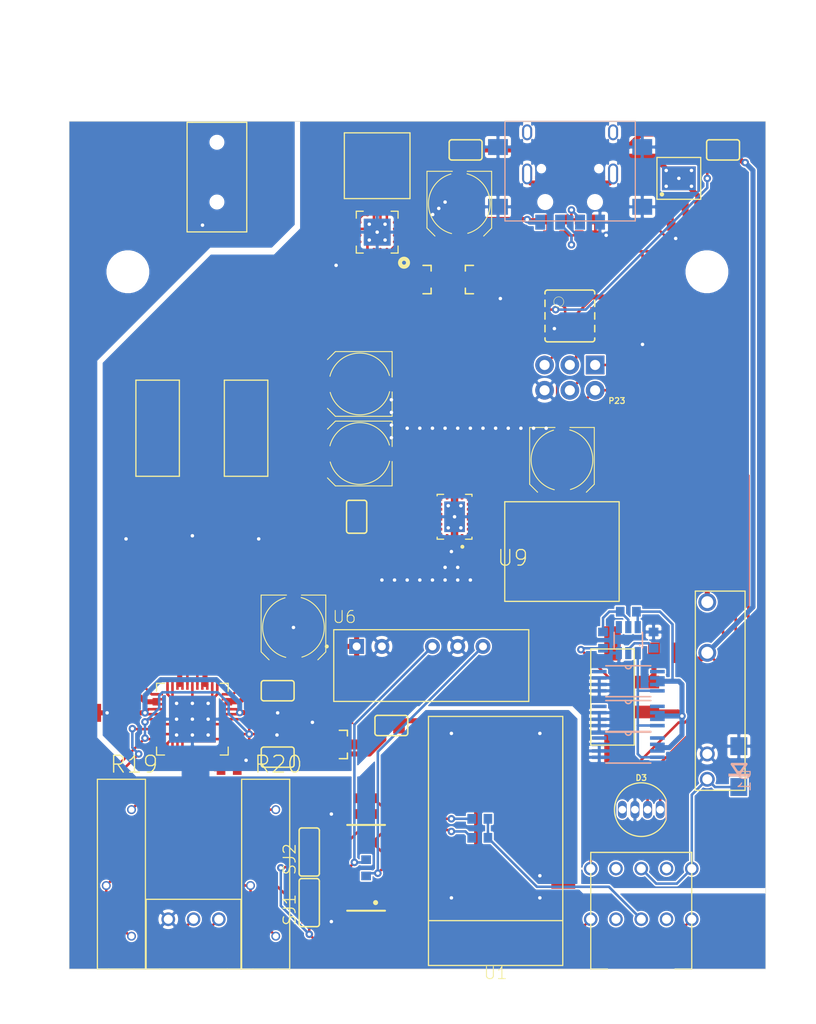
<source format=kicad_pcb>
(kicad_pcb (version 20171130) (host pcbnew "(5.1.4)-1")
  (layers (0 Top signal) (31 Bottom signal) (34 B.Paste user) (35 F.Paste user) (36 B.SilkS user) (37 F.SilkS user) (38 B.Mask user) (39 F.Mask user) (44 Edge.Cuts user))
  (net 0 "")
  (net 1 GND)
  (net 2 3V_OUT)
  (net 3 VADC)
  (net 4 "Net-(C3-Pad2)")
  (net 5 "Net-(C3-Pad1)")
  (net 6 "Net-(R6-Pad2)")
  (net 7 "Net-(Q1-Pad4)")
  (net 8 /BATT_UNFUSED)
  (net 9 "Net-(Q1-Pad1)")
  (net 10 "Net-(Q2-Pad1)")
  (net 11 "Net-(Q3-Pad1)")
  (net 12 /VBUS)
  (net 13 /TP_IND)
  (net 14 "Net-(U4-Pad6)")
  (net 15 "Net-(J3-Pad1)")
  (net 16 "Net-(R7-Pad2)")
  (net 17 /BATT_F)
  (net 18 "Net-(R25-Pad1)")
  (net 19 "Net-(R30-Pad1)")
  (net 20 "Net-(C24-Pad1)")
  (net 21 "Net-(U9-Pad13)")
  (net 22 "Net-(C18-Pad2)")
  (net 23 "Net-(C18-Pad1)")
  (net 24 "Net-(R16-Pad2)")
  (net 25 /BATT_F_SW)
  (net 26 "Net-(C16-Pad1)")
  (net 27 "Net-(R22-Pad2)")
  (net 28 "Net-(C21-Pad1)")
  (net 29 "Net-(C23-Pad1)")
  (net 30 /MOSI)
  (net 31 /MISO/NP)
  (net 32 /SCK/VBUS_DETECT)
  (net 33 "Net-(C17-Pad1)")
  (net 34 /BATT_SENSE)
  (net 35 /RST)
  (net 36 /12V)
  (net 37 "Net-(C13-Pad1)")
  (net 38 /OP+)
  (net 39 /OP-)
  (net 40 "Net-(D3-Pad4)")
  (net 41 /5V)
  (net 42 "Net-(U8-Pad14)")
  (net 43 "Net-(U8-Pad12)")
  (net 44 "Net-(C12-Pad1)")
  (net 45 "Net-(L1-PadP$2)")
  (net 46 "Net-(P48-PadD+)")
  (net 47 "Net-(P48-PadD-)")
  (net 48 "Net-(C9-Pad2)")
  (net 49 "Net-(C8-Pad1)")
  (net 50 "Net-(R11-Pad2)")
  (net 51 "Net-(C7-Pad2)")
  (net 52 "Net-(C5-Pad1)")
  (net 53 /AUDIO)
  (net 54 "Net-(R8-Pad1)")
  (net 55 "Net-(R17-Pad2)")
  (net 56 "Net-(R19-Pad1)")
  (net 57 "Net-(R18-Pad2)")
  (net 58 "Net-(R20-Pad1)")
  (net 59 "Net-(C9-Pad1)")
  (net 60 "Net-(C5-Pad2)")
  (net 61 "Net-(R2-Pad2)")
  (net 62 "Net-(S1-PadP$9)")
  (net 63 "Net-(R4-Pad2)")
  (net 64 "Net-(D1-PadC)")
  (net 65 "Net-(S1-PadP$2)")
  (net 66 "Net-(P3-PadP$2)")
  (net 67 "Net-(P3-PadP$1)")
  (net 68 "Net-(R5-Pad1)")
  (net 69 "Net-(R4-Pad1)")
  (net 70 /3.3V_BT)
  (net 71 "Net-(U1-Pad28)")
  (net 72 "Net-(U1-Pad27)")
  (net 73 "Net-(U1-Pad24)")
  (net 74 "Net-(U1-Pad23)")
  (net 75 "Net-(U1-Pad22)")
  (net 76 "Net-(U1-Pad21)")
  (net 77 "Net-(U1-Pad20)")
  (net 78 "Net-(U1-Pad19)")
  (net 79 "Net-(U1-Pad18)")
  (net 80 "Net-(U1-Pad15)")
  (net 81 "Net-(U1-Pad14)")
  (net 82 "Net-(U1-Pad13)")
  (net 83 "Net-(U1-Pad12)")
  (net 84 "Net-(U1-Pad11)")
  (net 85 "Net-(U1-Pad10)")
  (net 86 "Net-(U1-Pad9)")
  (net 87 "Net-(U1-Pad8)")
  (net 88 "Net-(U1-Pad7)")
  (net 89 "Net-(U1-Pad6)")
  (net 90 "Net-(U1-Pad5)")
  (net 91 "Net-(U1-Pad4)")
  (net 92 "Net-(U1-Pad2)")
  (net 93 "Net-(C14-Pad2)")
  (net 94 /OUT_LP)
  (net 95 "Net-(C15-Pad2)")
  (net 96 /OUT_HP)
  (net 97 "Net-(R14-Pad2)")
  (net 98 "Net-(R15-Pad2)")
  (net 99 "Net-(R21-Pad2)")
  (net 100 /3.3V_AMP)
  (net 101 "Net-(C29-Pad1)")
  (net 102 "Net-(C35-Pad1)")
  (net 103 "Net-(C31-Pad2)")
  (net 104 "Net-(C31-Pad1)")
  (net 105 "Net-(C32-Pad2)")
  (net 106 "Net-(C32-Pad1)")
  (net 107 "Net-(C33-Pad2)")
  (net 108 "Net-(C33-Pad1)")
  (net 109 "Net-(C34-Pad2)")
  (net 110 "Net-(C34-Pad1)")
  (net 111 "Net-(C36-Pad1)")
  (net 112 "Net-(C38-Pad2)")
  (net 113 "Net-(C37-Pad2)")
  (net 114 "Net-(C4-Pad1)")
  (net 115 "Net-(P2-PadA8)")
  (net 116 "Net-(P2-PadA7)")
  (net 117 "Net-(P2-PadA6)")
  (net 118 "Net-(P2-PadA5)")
  (net 119 "Net-(C25-Pad1)")
  (net 120 "Net-(U11-Pad26)")
  (module "" (layer Top) (at 119.4011 77.5536)
    (fp_text reference @HOLE0 hide)
    (fp_text value "" (at 0 0) (layer F.SilkS) (effects (font (size 1.27 1.27))))
    (pad "" np_thru_hole circle (at 0 0) (size 4 4) (drill 4) (layers *.Cu *.Mask))
  )
  (module "" (layer Top) (at 177.6011 77.5536)
    (fp_text reference @HOLE1 hide)
    (fp_text value "" (at 0 0) (layer F.SilkS) (effects (font (size 1.27 1.27))))
    (pad "" np_thru_hole circle (at 0 0) (size 4 4) (drill 4) (layers *.Cu *.Mask))
  )
  (module "Rev-2 PCB:TSOT23-6" (layer Bottom) (at 169.6986 114.5336 180)
    (fp_text reference U3)
    (fp_text value FS312F hide)
    (pad 6 smd rect (at -0.95 1.3 180) (size 0.62 1.22) (layers Bottom B.Paste B.Mask) (net 4 "Net-(C3-Pad2)"))
    (pad 5 smd rect (at 0 1.3 180) (size 0.62 1.22) (layers Bottom B.Paste B.Mask) (net 5 "Net-(C3-Pad1)"))
    (pad 4 smd rect (at 0.95 1.3 180) (size 0.62 1.22) (layers Bottom B.Paste B.Mask))
    (pad 3 smd rect (at 0.95 -1.3 180) (size 0.62 1.22) (layers Bottom B.Paste B.Mask) (net 1 GND))
    (pad 2 smd rect (at 0 -1.3 180) (size 0.62 1.22) (layers Bottom B.Paste B.Mask) (net 6 "Net-(R6-Pad2)"))
    (pad 1 smd rect (at -0.95 -1.3 180) (size 0.62 1.22) (layers Bottom B.Paste B.Mask) (net 7 "Net-(Q1-Pad4)"))
  )
  (module "Rev-2 PCB:R0603" (layer Bottom) (at 169.6986 111.6761)
    (fp_text reference C3)
    (fp_text value 100n hide)
    (pad 2 smd rect (at 0.815 0) (size 0.87 0.98) (layers Bottom B.Paste B.Mask) (net 4 "Net-(C3-Pad2)"))
    (pad 1 smd rect (at -0.815 0) (size 0.87 0.98) (layers Bottom B.Paste B.Mask) (net 5 "Net-(C3-Pad1)"))
  )
  (module "Rev-2 PCB:R0603" (layer Bottom) (at 167.1586 114.5336 90)
    (fp_text reference R1)
    (fp_text value 100 hide)
    (pad 2 smd rect (at 0.815 0 90) (size 0.87 0.98) (layers Bottom B.Paste B.Mask) (net 5 "Net-(C3-Pad1)"))
    (pad 1 smd rect (at -0.815 0 90) (size 0.87 0.98) (layers Bottom B.Paste B.Mask) (net 8 /BATT_UNFUSED))
  )
  (module "Rev-2 PCB:R0603" (layer Bottom) (at 172.2386 114.5336 270)
    (fp_text reference R6)
    (fp_text value 2k hide)
    (pad 2 smd rect (at 0.815 0 270) (size 0.87 0.98) (layers Bottom B.Paste B.Mask) (net 6 "Net-(R6-Pad2)"))
    (pad 1 smd rect (at -0.815 0 270) (size 0.87 0.98) (layers Bottom B.Paste B.Mask) (net 1 GND))
  )
  (module "Rev-2 PCB:SOP65P640X120-8N" (layer Bottom) (at 169.6986 118.6611 180)
    (fp_text reference Q1)
    (fp_text value FS8205 hide)
    (pad 8 smd rect (at 2.921 0.9652 180) (size 1.4732 0.3556) (layers Bottom B.Paste B.Mask) (net 9 "Net-(Q1-Pad1)"))
    (pad 7 smd rect (at 2.921 0.3302 180) (size 1.4732 0.3556) (layers Bottom B.Paste B.Mask) (net 1 GND))
    (pad 6 smd rect (at 2.921 -0.3302 180) (size 1.4732 0.3556) (layers Bottom B.Paste B.Mask) (net 1 GND))
    (pad 5 smd rect (at 2.921 -0.9652 180) (size 1.4732 0.3556) (layers Bottom B.Paste B.Mask) (net 1 GND))
    (pad 4 smd rect (at -2.921 -0.9652 180) (size 1.4732 0.3556) (layers Bottom B.Paste B.Mask) (net 7 "Net-(Q1-Pad4)"))
    (pad 3 smd rect (at -2.921 -0.3302 180) (size 1.4732 0.3556) (layers Bottom B.Paste B.Mask) (net 4 "Net-(C3-Pad2)"))
    (pad 2 smd rect (at -2.921 0.3302 180) (size 1.4732 0.3556) (layers Bottom B.Paste B.Mask) (net 4 "Net-(C3-Pad2)"))
    (pad 1 smd rect (at -2.921 0.9652 180) (size 1.4732 0.3556) (layers Bottom B.Paste B.Mask) (net 9 "Net-(Q1-Pad1)"))
  )
  (module "Rev-2 PCB:SOP65P640X120-8N" (layer Bottom) (at 169.6986 122.1536 180)
    (fp_text reference Q2)
    (fp_text value FS8205 hide)
    (pad 8 smd rect (at 2.921 0.9652 180) (size 1.4732 0.3556) (layers Bottom B.Paste B.Mask) (net 10 "Net-(Q2-Pad1)"))
    (pad 7 smd rect (at 2.921 0.3302 180) (size 1.4732 0.3556) (layers Bottom B.Paste B.Mask) (net 1 GND))
    (pad 6 smd rect (at 2.921 -0.3302 180) (size 1.4732 0.3556) (layers Bottom B.Paste B.Mask) (net 1 GND))
    (pad 5 smd rect (at 2.921 -0.9652 180) (size 1.4732 0.3556) (layers Bottom B.Paste B.Mask) (net 1 GND))
    (pad 4 smd rect (at -2.921 -0.9652 180) (size 1.4732 0.3556) (layers Bottom B.Paste B.Mask) (net 7 "Net-(Q1-Pad4)"))
    (pad 3 smd rect (at -2.921 -0.3302 180) (size 1.4732 0.3556) (layers Bottom B.Paste B.Mask) (net 4 "Net-(C3-Pad2)"))
    (pad 2 smd rect (at -2.921 0.3302 180) (size 1.4732 0.3556) (layers Bottom B.Paste B.Mask) (net 4 "Net-(C3-Pad2)"))
    (pad 1 smd rect (at -2.921 0.9652 180) (size 1.4732 0.3556) (layers Bottom B.Paste B.Mask) (net 10 "Net-(Q2-Pad1)"))
  )
  (module "Rev-2 PCB:SOP65P640X120-8N" (layer Bottom) (at 169.6986 125.3286 180)
    (fp_text reference Q3)
    (fp_text value FS8205 hide)
    (pad 8 smd rect (at 2.921 0.9652 180) (size 1.4732 0.3556) (layers Bottom B.Paste B.Mask) (net 11 "Net-(Q3-Pad1)"))
    (pad 7 smd rect (at 2.921 0.3302 180) (size 1.4732 0.3556) (layers Bottom B.Paste B.Mask) (net 1 GND))
    (pad 6 smd rect (at 2.921 -0.3302 180) (size 1.4732 0.3556) (layers Bottom B.Paste B.Mask) (net 1 GND))
    (pad 5 smd rect (at 2.921 -0.9652 180) (size 1.4732 0.3556) (layers Bottom B.Paste B.Mask) (net 1 GND))
    (pad 4 smd rect (at -2.921 -0.9652 180) (size 1.4732 0.3556) (layers Bottom B.Paste B.Mask) (net 7 "Net-(Q1-Pad4)"))
    (pad 3 smd rect (at -2.921 -0.3302 180) (size 1.4732 0.3556) (layers Bottom B.Paste B.Mask) (net 4 "Net-(C3-Pad2)"))
    (pad 2 smd rect (at -2.921 0.3302 180) (size 1.4732 0.3556) (layers Bottom B.Paste B.Mask) (net 4 "Net-(C3-Pad2)"))
    (pad 1 smd rect (at -2.921 0.9652 180) (size 1.4732 0.3556) (layers Bottom B.Paste B.Mask) (net 11 "Net-(Q3-Pad1)"))
  )
  (module "Rev-2 PCB:SOP-8" (layer Top) (at 174.7786 68.1786 90)
    (fp_text reference U4)
    (fp_text value TP4056 hide)
    (pad PAD2 smd rect (at 0 0 270) (size 2.4 3.4) (layers Bottom B.Paste B.Mask) (net 12 /VBUS))
    (pad PAD smd rect (at 0 0 270) (size 2.4 3.4) (layers Top F.Paste F.Mask) (net 12 /VBUS))
    (pad 8 smd rect (at 2.75 -1.905 90) (size 1.3 0.7) (layers Top F.Paste F.Mask) (net 12 /VBUS))
    (pad 7 smd rect (at 2.75 -0.635 90) (size 1.3 0.7) (layers Top F.Paste F.Mask) (net 13 /TP_IND))
    (pad 6 smd rect (at 2.75 0.635 90) (size 1.3 0.7) (layers Top F.Paste F.Mask) (net 14 "Net-(U4-Pad6)"))
    (pad 5 smd rect (at 2.75 1.905 90) (size 1.3 0.7) (layers Top F.Paste F.Mask) (net 15 "Net-(J3-Pad1)"))
    (pad 4 smd rect (at -2.75 1.905 90) (size 1.3 0.7) (layers Top F.Paste F.Mask) (net 12 /VBUS))
    (pad 3 smd rect (at -2.75 0.635 90) (size 1.3 0.7) (layers Top F.Paste F.Mask) (net 1 GND))
    (pad 2 smd rect (at -2.75 -0.635 90) (size 1.3 0.7) (layers Top F.Paste F.Mask) (net 16 "Net-(R7-Pad2)"))
    (pad 1 smd rect (at -2.75 -1.905 90) (size 1.3 0.7) (layers Top F.Paste F.Mask) (net 1 GND))
  )
  (module "Rev-2 PCB:MOLEX_43650_2P" (layer Top) (at 168.1111 120.2486 270)
    (fp_text reference P4 hide)
    (fp_text value HEADER_2MOLEX hide)
    (pad P$5 smd rect (at 5.385 0 270) (size 3.43 1.65) (layers Top F.Paste F.Mask))
    (pad 1 smd rect (at -1.5 -3.42) (size 2.54 1.27) (layers Top F.Paste F.Mask) (net 8 /BATT_UNFUSED))
    (pad P$2 smd rect (at -5.385 0 90) (size 3.43 1.65) (layers Top F.Paste F.Mask))
    (pad 2 smd rect (at 1.5 -3.42) (size 2.54 1.27) (layers Top F.Paste F.Mask) (net 4 "Net-(C3-Pad2)"))
  )
  (module "Rev-2 PCB:FUSE_SMD" (layer Top) (at 173.5086 115.8036)
    (fp_text reference F1 hide)
    (fp_text value 5A hide)
    (pad 2 smd rect (at 1.2325 0 90) (size 2.05 1.185) (layers Top F.Paste F.Mask) (net 17 /BATT_F))
    (pad 1 smd rect (at -1.2325 0 90) (size 2.05 1.185) (layers Top F.Paste F.Mask) (net 8 /BATT_UNFUSED))
  )
  (module "Rev-2 PCB:1206" (layer Top) (at 177.3186 73.09985 180)
    (fp_text reference C2)
    (fp_text value 10u hide)
    (pad 2 smd rect (at 1.4 0 180) (size 1.6 1.8) (layers Top F.Paste F.Mask) (net 1 GND))
    (pad 1 smd rect (at -1.4 0 180) (size 1.6 1.8) (layers Top F.Paste F.Mask) (net 12 /VBUS))
  )
  (module "Rev-2 PCB:R0603" (layer Top) (at 173.1911 72.9411)
    (fp_text reference R7)
    (fp_text value 1.1k hide)
    (pad 2 smd rect (at 0.815 0) (size 0.87 0.98) (layers Top F.Paste F.Mask) (net 16 "Net-(R7-Pad2)"))
    (pad 1 smd rect (at -0.815 0) (size 0.87 0.98) (layers Top F.Paste F.Mask) (net 1 GND))
  )
  (module "Rev-2 PCB:QFN50P450X350X100-21N" (layer Top) (at 152.2361 102.1511 180)
    (fp_text reference U9 (at -4.19399 -5.05235) (layer F.SilkS) (effects (font (size 1.569067 1.569067) (thickness 0.125525)) (justify left bottom)))
    (fp_text value TPS61088)
    (pad 23 smd rect (at 0 0 180) (size 2.07 3.07) (layers Bottom B.Mask) (net 1 GND))
    (pad 22 smd roundrect (at 0 0 270) (size 5.27 0.75) (layers Top F.Paste F.Mask) (roundrect_rratio 0.125) (net 1 GND))
    (pad 21 smd rect (at 0 0 180) (size 2.07 3.07) (layers Top F.Mask) (net 1 GND))
    (pad 18 smd roundrect (at 1.685 -1.25 180) (size 0.9 0.26) (layers Top F.Paste F.Mask) (roundrect_rratio 0.125) (net 18 "Net-(R25-Pad1)"))
    (pad 17 smd roundrect (at 1.685 -0.75 180) (size 0.9 0.26) (layers Top F.Paste F.Mask) (roundrect_rratio 0.125) (net 19 "Net-(R30-Pad1)"))
    (pad 16 smd roundrect (at 1.685 -0.25 180) (size 0.9 0.26) (layers Top F.Paste F.Mask) (roundrect_rratio 0.125) (net 20 "Net-(C24-Pad1)"))
    (pad 15 smd roundrect (at 1.685 0.25 180) (size 0.9 0.26) (layers Top F.Paste F.Mask) (roundrect_rratio 0.125) (net 20 "Net-(C24-Pad1)"))
    (pad 14 smd roundrect (at 1.685 0.75 180) (size 0.9 0.26) (layers Top F.Paste F.Mask) (roundrect_rratio 0.125) (net 20 "Net-(C24-Pad1)"))
    (pad 13 smd roundrect (at 1.685 1.25 180) (size 0.9 0.26) (layers Top F.Paste F.Mask) (roundrect_rratio 0.125) (net 21 "Net-(U9-Pad13)"))
    (pad 12 smd roundrect (at 1.685 1.75 180) (size 0.9 0.26) (layers Top F.Paste F.Mask) (roundrect_rratio 0.125))
    (pad 11 smd roundrect (at 0.75 2.185 90) (size 0.9 0.26) (layers Top F.Paste F.Mask) (roundrect_rratio 0.125))
    (pad 8 smd roundrect (at -1.685 1.25 180) (size 0.9 0.26) (layers Top F.Paste F.Mask) (roundrect_rratio 0.125) (net 22 "Net-(C18-Pad2)"))
    (pad 7 smd roundrect (at -1.685 0.75 180) (size 0.9 0.26) (layers Top F.Paste F.Mask) (roundrect_rratio 0.125) (net 23 "Net-(C18-Pad1)"))
    (pad 6 smd roundrect (at -1.685 0.25 180) (size 0.9 0.26) (layers Top F.Paste F.Mask) (roundrect_rratio 0.125) (net 23 "Net-(C18-Pad1)"))
    (pad 5 smd roundrect (at -1.685 -0.25 180) (size 0.9 0.26) (layers Top F.Paste F.Mask) (roundrect_rratio 0.125) (net 23 "Net-(C18-Pad1)"))
    (pad 4 smd roundrect (at -1.685 -0.75 180) (size 0.9 0.26) (layers Top F.Paste F.Mask) (roundrect_rratio 0.125) (net 23 "Net-(C18-Pad1)"))
    (pad 3 smd roundrect (at -1.685 -1.25 180) (size 0.9 0.26) (layers Top F.Paste F.Mask) (roundrect_rratio 0.125) (net 24 "Net-(R16-Pad2)"))
    (pad 2 smd roundrect (at -1.685 -1.75 180) (size 0.9 0.26) (layers Top F.Paste F.Mask) (roundrect_rratio 0.125) (net 25 /BATT_F_SW))
    (pad 1 smd roundrect (at -0.75 -2.185 90) (size 0.9 0.26) (layers Top F.Paste F.Mask) (roundrect_rratio 0.125) (net 26 "Net-(C16-Pad1)"))
    (pad 20 smd roundrect (at 0.75 -2.185 270) (size 0.9 0.26) (layers Top F.Paste F.Mask) (roundrect_rratio 0.125) (net 1 GND))
    (pad 19 smd roundrect (at 1.685 -1.75 180) (size 0.9 0.26) (layers Top F.Paste F.Mask) (roundrect_rratio 0.125) (net 27 "Net-(R22-Pad2)"))
    (pad 10 smd roundrect (at -0.75 2.185 270) (size 0.9 0.26) (layers Top F.Paste F.Mask) (roundrect_rratio 0.125) (net 28 "Net-(C21-Pad1)"))
    (pad 9 smd roundrect (at -1.685 1.75 180) (size 0.9 0.26) (layers Top F.Paste F.Mask) (roundrect_rratio 0.125) (net 25 /BATT_F_SW))
  )
  (module "Rev-2 PCB:R0603" (layer Top) (at 155.7286 104.3736 270)
    (fp_text reference R16)
    (fp_text value 255k hide)
    (pad 2 smd rect (at 0.815 0 270) (size 0.87 0.98) (layers Top F.Paste F.Mask) (net 24 "Net-(R16-Pad2)"))
    (pad 1 smd rect (at -0.815 0 270) (size 0.87 0.98) (layers Top F.Paste F.Mask) (net 23 "Net-(C18-Pad1)"))
  )
  (module "Rev-2 PCB:R0603" (layer Top) (at 147.7911 103.7386 180)
    (fp_text reference R25)
    (fp_text value 44.2k hide)
    (pad 2 smd rect (at 0.815 0 180) (size 0.87 0.98) (layers Top F.Paste F.Mask) (net 29 "Net-(C23-Pad1)"))
    (pad 1 smd rect (at -0.815 0 180) (size 0.87 0.98) (layers Top F.Paste F.Mask) (net 18 "Net-(R25-Pad1)"))
  )
  (module "Rev-2 PCB:R0603" (layer Top) (at 149.6961 106.5961 90)
    (fp_text reference R22)
    (fp_text value 105k hide)
    (pad 2 smd rect (at 0.815 0 90) (size 0.87 0.98) (layers Top F.Paste F.Mask) (net 27 "Net-(R22-Pad2)"))
    (pad 1 smd rect (at -0.815 0 90) (size 0.87 0.98) (layers Top F.Paste F.Mask) (net 1 GND))
  )
  (module "Rev-2 PCB:1206" (layer Top) (at 158.2686 96.4361 90)
    (fp_text reference C11)
    (fp_text value 10u hide)
    (pad 2 smd rect (at 1.4 0 90) (size 1.6 1.8) (layers Top F.Paste F.Mask) (net 1 GND))
    (pad 1 smd rect (at -1.4 0 90) (size 1.6 1.8) (layers Top F.Paste F.Mask) (net 25 /BATT_F_SW))
  )
  (module "Rev-2 PCB:R0603" (layer Top) (at 154.1411 96.4361 90)
    (fp_text reference C21)
    (fp_text value 10n hide)
    (pad 2 smd rect (at 0.815 0 90) (size 0.87 0.98) (layers Top F.Paste F.Mask) (net 1 GND))
    (pad 1 smd rect (at -0.815 0 90) (size 0.87 0.98) (layers Top F.Paste F.Mask) (net 28 "Net-(C21-Pad1)"))
  )
  (module "Rev-2 PCB:R0603" (layer Top) (at 146.8386 106.5961 270)
    (fp_text reference C23)
    (fp_text value 1n hide)
    (pad 2 smd rect (at 0.815 0 270) (size 0.87 0.98) (layers Top F.Paste F.Mask) (net 1 GND))
    (pad 1 smd rect (at -0.815 0 270) (size 0.87 0.98) (layers Top F.Paste F.Mask) (net 29 "Net-(C23-Pad1)"))
  )
  (module "Rev-2 PCB:1206" (layer Top) (at 148.4261 96.4361 90)
    (fp_text reference C24)
    (fp_text value 10u hide)
    (pad 2 smd rect (at 1.4 0 90) (size 1.6 1.8) (layers Top F.Paste F.Mask) (net 1 GND))
    (pad 1 smd rect (at -1.4 0 90) (size 1.6 1.8) (layers Top F.Paste F.Mask) (net 20 "Net-(C24-Pad1)"))
  )
  (module "Rev-2 PCB:INDUCTOR2345" (layer Top) (at 163.0311 105.6436 180)
    (fp_text reference L2)
    (fp_text value 1.5u hide)
    (pad P$2 smd rect (at 4.75 0 270) (size 3.75 2.75) (layers Top F.Paste F.Mask) (net 23 "Net-(C18-Pad1)"))
    (pad P$1 smd rect (at -4.75 0 270) (size 3.75 2.75) (layers Top F.Paste F.Mask) (net 25 /BATT_F_SW))
  )
  (module "Rev-2 PCB:R0603" (layer Top) (at 154.1411 106.5961 270)
    (fp_text reference C16)
    (fp_text value 2.2u hide)
    (pad 2 smd rect (at 0.815 0 270) (size 0.87 0.98) (layers Top F.Paste F.Mask) (net 1 GND))
    (pad 1 smd rect (at -0.815 0 270) (size 0.87 0.98) (layers Top F.Paste F.Mask) (net 26 "Net-(C16-Pad1)"))
  )
  (module "Rev-2 PCB:R0603" (layer Top) (at 155.7286 101.1986 90)
    (fp_text reference C18)
    (fp_text value 100n hide)
    (pad 2 smd rect (at 0.815 0 90) (size 0.87 0.98) (layers Top F.Paste F.Mask) (net 22 "Net-(C18-Pad2)"))
    (pad 1 smd rect (at -0.815 0 90) (size 0.87 0.98) (layers Top F.Paste F.Mask) (net 23 "Net-(C18-Pad1)"))
  )
  (module "Rev-2 PCB:R0603" (layer Top) (at 144.9336 101.8336 90)
    (fp_text reference R30)
    (fp_text value 825k hide)
    (pad 2 smd rect (at 0.815 0 90) (size 0.87 0.98) (layers Top F.Paste F.Mask) (net 20 "Net-(C24-Pad1)"))
    (pad 1 smd rect (at -0.815 0 90) (size 0.87 0.98) (layers Top F.Paste F.Mask) (net 19 "Net-(R30-Pad1)"))
  )
  (module "Rev-2 PCB:R0603" (layer Top) (at 144.9336 106.5961 90)
    (fp_text reference R31)
    (fp_text value 92k hide)
    (pad 2 smd rect (at 0.815 0 90) (size 0.87 0.98) (layers Top F.Paste F.Mask) (net 19 "Net-(R30-Pad1)"))
    (pad 1 smd rect (at -0.815 0 90) (size 0.87 0.98) (layers Top F.Paste F.Mask) (net 1 GND))
  )
  (module "Rev-2 PCB:SOIC8" (layer Top) (at 163.82485 81.98985 270)
    (fp_text reference U10)
    (fp_text value TINY15LS hide)
    (pad 5 smd rect (at 1.905 -3.154 270) (size 0.5 2.2) (layers Top F.Paste F.Mask) (net 30 /MOSI))
    (pad 6 smd rect (at 0.635 -3.154 270) (size 0.5 2.2) (layers Top F.Paste F.Mask) (net 31 /MISO/NP))
    (pad 7 smd rect (at -0.635 -3.154 270) (size 0.5 2.2) (layers Top F.Paste F.Mask) (net 32 /SCK/VBUS_DETECT))
    (pad 8 smd rect (at -1.905 -3.154 270) (size 0.5 2.2) (layers Top F.Paste F.Mask) (net 33 "Net-(C17-Pad1)"))
    (pad 4 smd rect (at 1.895 3.154 270) (size 0.5 2.2) (layers Top F.Paste F.Mask) (net 1 GND))
    (pad 3 smd rect (at 0.625 3.154 270) (size 0.5 2.2) (layers Top F.Paste F.Mask) (net 34 /BATT_SENSE))
    (pad 2 smd rect (at -0.645 3.154 270) (size 0.5 2.2) (layers Top F.Paste F.Mask) (net 13 /TP_IND))
    (pad 1 smd rect (at -1.905 3.154 270) (size 0.5 2.2) (layers Top F.Paste F.Mask) (net 35 /RST))
  )
  (module "Rev-2 PCB:2X3-NS" (layer Top) (at 163.82485 88.1811 180)
    (fp_text reference P23 (at -3.81 -2.667) (layer F.SilkS) (effects (font (size 0.57912 0.57912) (thickness 0.115824)) (justify left bottom)))
    (fp_text value SPI-HEADERNS hide)
    (pad 6 thru_hole circle (at 2.54 -1.27 180) (size 1.8796 1.8796) (drill 1.016) (layers *.Cu *.Mask) (net 1 GND))
    (pad 5 thru_hole circle (at 2.54 1.27 180) (size 1.8796 1.8796) (drill 1.016) (layers *.Cu *.Mask) (net 35 /RST))
    (pad 4 thru_hole circle (at 0 -1.27 180) (size 1.8796 1.8796) (drill 1.016) (layers *.Cu *.Mask) (net 30 /MOSI))
    (pad 3 thru_hole circle (at 0 1.27 180) (size 1.8796 1.8796) (drill 1.016) (layers *.Cu *.Mask) (net 32 /SCK/VBUS_DETECT))
    (pad 2 thru_hole circle (at -2.54 -1.27 180) (size 1.8796 1.8796) (drill 1.016) (layers *.Cu *.Mask) (net 33 "Net-(C17-Pad1)"))
    (pad 1 thru_hole rect (at -2.54 1.27 180) (size 1.8796 1.8796) (drill 1.016) (layers *.Cu *.Mask) (net 31 /MISO/NP))
  )
  (module "Rev-2 PCB:SOT23" (layer Top) (at 149.21985 78.3386 270)
    (fp_text reference D2)
    (fp_text value BAS70-05 hide)
    (pad 1 smd rect (at -0.95 1.1 270) (size 1 1.4) (layers Top F.Paste F.Mask) (net 36 /12V))
    (pad 2 smd rect (at 0.95 1.1 270) (size 1 1.4) (layers Top F.Paste F.Mask) (net 12 /VBUS))
    (pad 3 smd rect (at 0 -1.1 270) (size 1 1.4) (layers Top F.Paste F.Mask) (net 37 "Net-(C13-Pad1)"))
  )
  (module "Rev-2 PCB:SOT23" (layer Top) (at 153.98235 78.3386 90)
    (fp_text reference U7)
    (fp_text value REG1118SOT23-3 hide)
    (pad 1 smd rect (at -0.95 1.1 90) (size 1 1.4) (layers Top F.Paste F.Mask) (net 1 GND))
    (pad 2 smd rect (at 0.95 1.1 90) (size 1 1.4) (layers Top F.Paste F.Mask) (net 33 "Net-(C17-Pad1)"))
    (pad 3 smd rect (at 0 -1.1 90) (size 1 1.4) (layers Top F.Paste F.Mask) (net 37 "Net-(C13-Pad1)"))
  )
  (module "Rev-2 PCB:R0603" (layer Top) (at 156.52235 83.4186 270)
    (fp_text reference R28)
    (fp_text value 100k hide)
    (pad 2 smd rect (at 0.815 0 270) (size 0.87 0.98) (layers Top F.Paste F.Mask) (net 17 /BATT_F))
    (pad 1 smd rect (at -0.815 0 270) (size 0.87 0.98) (layers Top F.Paste F.Mask) (net 34 /BATT_SENSE))
  )
  (module "Rev-2 PCB:R0603" (layer Top) (at 158.10985 83.4186 90)
    (fp_text reference R29)
    (fp_text value 255k hide)
    (pad 2 smd rect (at 0.815 0 90) (size 0.87 0.98) (layers Top F.Paste F.Mask) (net 34 /BATT_SENSE))
    (pad 1 smd rect (at -0.815 0 90) (size 0.87 0.98) (layers Top F.Paste F.Mask) (net 1 GND))
  )
  (module "Rev-2 PCB:SJ" (layer Top) (at 142.3936 102.1511 270)
    (fp_text reference J6)
    (fp_text value JUMPER_2S)
    (pad 2 smd rect (at 0.762 0 270) (size 1.1684 1.6002) (layers Top F.Paste F.Mask) (net 36 /12V))
    (pad 1 smd rect (at -0.762 0 270) (size 1.1684 1.6002) (layers Top F.Paste F.Mask) (net 20 "Net-(C24-Pad1)"))
  )
  (module "Rev-2 PCB:CONV_PCN2-S24-D15-S" (layer Top) (at 142.3936 115.1686)
    (fp_text reference U6 (at -2.50295 -2.252659) (layer F.SilkS) (effects (font (size 1.207933 1.207933) (thickness 0.096634)) (justify left bottom)))
    (fp_text value NMA hide)
    (pad 6 thru_hole circle (at 12.7 0) (size 1.5 1.5) (drill 0.8) (layers *.Cu *.Mask) (net 38 /OP+))
    (pad 5 thru_hole circle (at 10.16 0) (size 1.5 1.5) (drill 0.8) (layers *.Cu *.Mask) (net 1 GND))
    (pad 4 thru_hole circle (at 7.62 0) (size 1.5 1.5) (drill 0.8) (layers *.Cu *.Mask) (net 39 /OP-))
    (pad 2 thru_hole circle (at 2.54 0) (size 1.5 1.5) (drill 0.8) (layers *.Cu *.Mask) (net 1 GND))
    (pad 1 thru_hole rect (at 0 0) (size 1.5 1.5) (drill 0.8) (layers *.Cu *.Mask) (net 36 /12V))
  )
  (module "Rev-2 PCB:R0603" (layer Top) (at 171.12735 79.76735 90)
    (fp_text reference R12)
    (fp_text value 100k hide)
    (pad 2 smd rect (at 0.815 0 90) (size 0.87 0.98) (layers Top F.Paste F.Mask) (net 12 /VBUS))
    (pad 1 smd rect (at -0.815 0 90) (size 0.87 0.98) (layers Top F.Paste F.Mask) (net 32 /SCK/VBUS_DETECT))
  )
  (module "Rev-2 PCB:R0603" (layer Top) (at 171.12735 82.94235 90)
    (fp_text reference R13)
    (fp_text value 180k hide)
    (pad 2 smd rect (at 0.815 0 90) (size 0.87 0.98) (layers Top F.Paste F.Mask) (net 32 /SCK/VBUS_DETECT))
    (pad 1 smd rect (at -0.815 0 90) (size 0.87 0.98) (layers Top F.Paste F.Mask) (net 1 GND))
  )
  (module "Rev-2 PCB:LED-RGB-THRU" (layer Top) (at 171.0011 131.5536)
    (fp_text reference D3 (at 0 -2.8575) (layer F.SilkS) (effects (font (size 0.57912 0.57912) (thickness 0.115824)) (justify bottom)))
    (fp_text value NEOPIXEL)
    (pad 4 thru_hole oval (at -1.905 0 90) (size 1.778 0.889) (drill 0.762) (layers *.Cu *.Mask) (net 40 "Net-(D3-Pad4)"))
    (pad 3 thru_hole oval (at -0.635 0 90) (size 1.778 0.889) (drill 0.762) (layers *.Cu *.Mask) (net 1 GND))
    (pad 1 thru_hole oval (at 1.905 0 90) (size 1.778 0.889) (drill 0.762) (layers *.Cu *.Mask) (net 31 /MISO/NP))
    (pad 2 thru_hole oval (at 0.635 0 90) (size 1.778 0.889) (drill 0.762) (layers *.Cu *.Mask) (net 33 "Net-(C17-Pad1)"))
  )
  (module "Rev-2 PCB:PVQFN-16" (layer Top) (at 144.45735 73.5761 180)
    (fp_text reference U8)
    (fp_text value TPS6103X hide)
    (pad THERMAL1 smd rect (at 0 0 180) (size 2.7 2.7) (layers Bottom B.Paste B.Mask) (net 1 GND))
    (pad THERMAL smd rect (at 0 0 180) (size 2.7 2.7) (layers Top F.Paste F.Mask) (net 1 GND))
    (pad 16 smd roundrect (at -0.975 -2.1 90) (size 1.05 0.35) (layers Top F.Paste F.Mask) (roundrect_rratio 0.5) (net 41 /5V))
    (pad 15 smd roundrect (at -0.325 -2.1 90) (size 1.05 0.35) (layers Top F.Paste F.Mask) (roundrect_rratio 0.5) (net 41 /5V))
    (pad 14 smd roundrect (at 0.325 -2.1 90) (size 1.05 0.35) (layers Top F.Paste F.Mask) (roundrect_rratio 0.5) (net 42 "Net-(U8-Pad14)"))
    (pad 13 smd roundrect (at 0.975 -2.1 90) (size 1.05 0.35) (layers Top F.Paste F.Mask) (roundrect_rratio 0.5) (net 1 GND))
    (pad 12 smd roundrect (at 2.1 -0.975) (size 1.05 0.35) (layers Top F.Paste F.Mask) (roundrect_rratio 0.5) (net 43 "Net-(U8-Pad12)"))
    (pad 11 smd roundrect (at 2.1 -0.325) (size 1.05 0.35) (layers Top F.Paste F.Mask) (roundrect_rratio 0.5) (net 44 "Net-(C12-Pad1)"))
    (pad 10 smd roundrect (at 2.1 0.325) (size 1.05 0.35) (layers Top F.Paste F.Mask) (roundrect_rratio 0.5) (net 1 GND))
    (pad 9 smd roundrect (at 2.1 0.975) (size 1.05 0.35) (layers Top F.Paste F.Mask) (roundrect_rratio 0.5) (net 44 "Net-(C12-Pad1)"))
    (pad 8 smd roundrect (at 0.975 2.1 270) (size 1.05 0.35) (layers Top F.Paste F.Mask) (roundrect_rratio 0.5) (net 44 "Net-(C12-Pad1)"))
    (pad 7 smd roundrect (at 0.325 2.1 270) (size 1.05 0.35) (layers Top F.Paste F.Mask) (roundrect_rratio 0.5) (net 1 GND))
    (pad 6 smd roundrect (at -0.325 2.1 270) (size 1.05 0.35) (layers Top F.Paste F.Mask) (roundrect_rratio 0.5) (net 1 GND))
    (pad 5 smd roundrect (at -0.975 2.1 270) (size 1.05 0.35) (layers Top F.Paste F.Mask) (roundrect_rratio 0.5) (net 1 GND))
    (pad 4 smd roundrect (at -2.1 0.975 180) (size 1.05 0.35) (layers Top F.Paste F.Mask) (roundrect_rratio 0.5) (net 45 "Net-(L1-PadP$2)"))
    (pad 3 smd roundrect (at -2.1 0.325 180) (size 1.05 0.35) (layers Top F.Paste F.Mask) (roundrect_rratio 0.5) (net 45 "Net-(L1-PadP$2)"))
    (pad 2 smd roundrect (at -2.1 -0.325 180) (size 1.05 0.35) (layers Top F.Paste F.Mask) (roundrect_rratio 0.5))
    (pad 1 smd roundrect (at -2.1 -0.975 180) (size 1.05 0.35) (layers Top F.Paste F.Mask) (roundrect_rratio 0.5) (net 41 /5V))
  )
  (module "Rev-2 PCB:INDUCTOR234545" (layer Top) (at 144.45735 66.9086)
    (fp_text reference L1)
    (fp_text value "6.8u /4A" hide)
    (pad P$2 smd rect (at 3.025 0 90) (size 3.5 2.35) (layers Top F.Paste F.Mask) (net 45 "Net-(L1-PadP$2)"))
    (pad P$1 smd rect (at -3.025 0 90) (size 3.5 2.35) (layers Top F.Paste F.Mask) (net 44 "Net-(C12-Pad1)"))
  )
  (module "Rev-2 PCB:1206" (layer Top) (at 140.32985 73.8936 270)
    (fp_text reference C12)
    (fp_text value 10u hide)
    (pad 2 smd rect (at 1.4 0 270) (size 1.6 1.8) (layers Top F.Paste F.Mask) (net 1 GND))
    (pad 1 smd rect (at -1.4 0 270) (size 1.6 1.8) (layers Top F.Paste F.Mask) (net 44 "Net-(C12-Pad1)"))
  )
  (module "Rev-2 PCB:R0603" (layer Top) (at 148.26735 72.6236 90)
    (fp_text reference C19)
    (fp_text value 2.2u hide)
    (pad 2 smd rect (at 0.815 0 90) (size 0.87 0.98) (layers Top F.Paste F.Mask) (net 1 GND))
    (pad 1 smd rect (at -0.815 0 90) (size 0.87 0.98) (layers Top F.Paste F.Mask) (net 41 /5V))
  )
  (module "Rev-2 PCB:SJ" (layer Top) (at 153.34735 65.3211 180)
    (fp_text reference J4)
    (fp_text value JUMPER_2S)
    (pad 2 smd rect (at 0.762 0 180) (size 1.1684 1.6002) (layers Top F.Paste F.Mask) (net 44 "Net-(C12-Pad1)"))
    (pad 1 smd rect (at -0.762 0 180) (size 1.1684 1.6002) (layers Top F.Paste F.Mask) (net 17 /BATT_F))
  )
  (module "Rev-2 PCB:USB-A" (layer Bottom) (at 163.8511 62.4536)
    (fp_text reference P48 hide)
    (fp_text value USB_TYPE-A hide)
    (pad "" np_thru_hole circle (at 2.5 8.1) (size 1.3 1.3) (drill 1.3) (layers *.Cu *.Mask))
    (pad D+ smd rect (at 1 10.12 270) (size 1.5 1) (layers Bottom B.Paste B.Mask) (net 46 "Net-(P48-PadD+)"))
    (pad D- smd rect (at -1 10.12 270) (size 1.5 1) (layers Bottom B.Paste B.Mask) (net 47 "Net-(P48-PadD-)"))
    (pad GND smd rect (at 3 10.12 270) (size 1.5 1) (layers Bottom B.Paste B.Mask) (net 1 GND))
    (pad S4 smd rect (at 7.25 2.58 270) (size 1.6 2) (layers Bottom B.Paste B.Mask) (net 1 GND))
    (pad S3 smd rect (at 7.25 8.58 270) (size 1.6 2) (layers Bottom B.Paste B.Mask) (net 1 GND))
    (pad S2 smd rect (at -7.25 2.58 270) (size 1.6 2) (layers Bottom B.Paste B.Mask) (net 1 GND))
    (pad "" np_thru_hole circle (at -2.5 8.1) (size 1.3 1.3) (drill 1.3) (layers *.Cu *.Mask))
    (pad S1 smd rect (at -7.25 8.58 270) (size 1.6 2) (layers Bottom B.Paste B.Mask) (net 1 GND))
    (pad VBUS smd rect (at -3 10.12 270) (size 1.5 1) (layers Bottom B.Paste B.Mask) (net 41 /5V))
  )
  (module "Rev-2 PCB:R0603" (layer Top) (at 162.3961 73.8936 180)
    (fp_text reference R23)
    (fp_text value 43k hide)
    (pad 2 smd rect (at 0.815 0 180) (size 0.87 0.98) (layers Top F.Paste F.Mask) (net 41 /5V))
    (pad 1 smd rect (at -0.815 0 180) (size 0.87 0.98) (layers Top F.Paste F.Mask) (net 47 "Net-(P48-PadD-)"))
  )
  (module "Rev-2 PCB:R0603" (layer Top) (at 165.5711 73.8936 180)
    (fp_text reference R24)
    (fp_text value 49.9k hide)
    (pad 2 smd rect (at 0.815 0 180) (size 0.87 0.98) (layers Top F.Paste F.Mask) (net 47 "Net-(P48-PadD-)"))
    (pad 1 smd rect (at -0.815 0 180) (size 0.87 0.98) (layers Top F.Paste F.Mask) (net 1 GND))
  )
  (module "Rev-2 PCB:R0603" (layer Top) (at 162.3961 72.3061 180)
    (fp_text reference R26)
    (fp_text value 75k hide)
    (pad 2 smd rect (at 0.815 0 180) (size 0.87 0.98) (layers Top F.Paste F.Mask) (net 41 /5V))
    (pad 1 smd rect (at -0.815 0 180) (size 0.87 0.98) (layers Top F.Paste F.Mask) (net 46 "Net-(P48-PadD+)"))
  )
  (module "Rev-2 PCB:R0603" (layer Top) (at 165.5711 72.3061 180)
    (fp_text reference R27)
    (fp_text value 49.9k hide)
    (pad 2 smd rect (at 0.815 0 180) (size 0.87 0.98) (layers Top F.Paste F.Mask) (net 46 "Net-(P48-PadD+)"))
    (pad 1 smd rect (at -0.815 0 180) (size 0.87 0.98) (layers Top F.Paste F.Mask) (net 1 GND))
  )
  (module "Rev-2 PCB:SJ" (layer Top) (at 179.2236 65.3211)
    (fp_text reference J3)
    (fp_text value JUMPER_2S)
    (pad 2 smd rect (at 0.762 0) (size 1.1684 1.6002) (layers Top F.Paste F.Mask) (net 17 /BATT_F))
    (pad 1 smd rect (at -0.762 0) (size 1.1684 1.6002) (layers Top F.Paste F.Mask) (net 15 "Net-(J3-Pad1)"))
  )
  (module "Rev-2 PCB:SO14" (layer Top) (at 143.3461 137.3936 90)
    (fp_text reference U5)
    (fp_text value QUAD_OP hide)
    (pad 14 smd rect (at -3.81 -2.6 90) (size 0.6 2.2) (layers Top F.Paste F.Mask) (net 48 "Net-(C9-Pad2)"))
    (pad 13 smd rect (at -2.54 -2.6 90) (size 0.6 2.2) (layers Top F.Paste F.Mask) (net 49 "Net-(C8-Pad1)"))
    (pad 12 smd rect (at -1.27 -2.6 90) (size 0.6 2.2) (layers Top F.Paste F.Mask) (net 48 "Net-(C9-Pad2)"))
    (pad 11 smd rect (at 0 -2.6 90) (size 0.6 2.2) (layers Top F.Paste F.Mask) (net 39 /OP-))
    (pad 10 smd rect (at 1.27 -2.6 90) (size 0.6 2.2) (layers Top F.Paste F.Mask) (net 50 "Net-(R11-Pad2)"))
    (pad 9 smd rect (at 2.54 -2.6 90) (size 0.6 2.2) (layers Top F.Paste F.Mask) (net 51 "Net-(C7-Pad2)"))
    (pad 5 smd rect (at 1.27 2.6 270) (size 0.6 2.2) (layers Top F.Paste F.Mask) (net 52 "Net-(C5-Pad1)"))
    (pad 6 smd rect (at 2.54 2.6 270) (size 0.6 2.2) (layers Top F.Paste F.Mask) (net 53 /AUDIO))
    (pad 8 smd rect (at 3.81 -2.6 90) (size 0.6 2.2) (layers Top F.Paste F.Mask) (net 50 "Net-(R11-Pad2)"))
    (pad 4 smd rect (at 0 2.6 90) (size 0.6 2.2) (layers Top F.Paste F.Mask) (net 38 /OP+))
    (pad 3 smd rect (at -1.27 2.6 90) (size 0.6 2.2) (layers Top F.Paste F.Mask) (net 54 "Net-(R8-Pad1)"))
    (pad 1 smd rect (at -3.81 2.6 90) (size 0.6 2.2) (layers Top F.Paste F.Mask) (net 54 "Net-(R8-Pad1)"))
    (pad 7 smd rect (at 3.81 2.6 270) (size 0.6 2.2) (layers Top F.Paste F.Mask) (net 52 "Net-(C5-Pad1)"))
    (pad 2 smd rect (at -2.54 2.6 90) (size 0.6 2.2) (layers Top F.Paste F.Mask) (net 53 /AUDIO))
  )
  (module "Rev-2 PCB:TRIMMPOTI" (layer Top) (at 118.7511 147.5536 270)
    (fp_text reference R19 (at -19.558 1.27) (layer F.SilkS) (effects (font (size 1.6891 1.6891) (thickness 0.135128)) (justify left bottom)))
    (fp_text value 20k hide)
    (pad 3 thru_hole circle (at -3.3 -1.015 270) (size 0.9 0.9) (drill 0.6) (layers *.Cu *.Mask) (net 55 "Net-(R17-Pad2)"))
    (pad 2 thru_hole circle (at -8.38 1.525 270) (size 0.9 0.9) (drill 0.6) (layers *.Cu *.Mask) (net 55 "Net-(R17-Pad2)"))
    (pad 1 thru_hole circle (at -16 -1.015 270) (size 0.9 0.9) (drill 0.6) (layers *.Cu *.Mask) (net 56 "Net-(R19-Pad1)"))
  )
  (module "Rev-2 PCB:TRIMMPOTI" (layer Top) (at 133.2511 147.5536 270)
    (fp_text reference R20 (at -19.558 1.27) (layer F.SilkS) (effects (font (size 1.6891 1.6891) (thickness 0.135128)) (justify left bottom)))
    (fp_text value 20k hide)
    (pad 3 thru_hole circle (at -3.3 -1.015 270) (size 0.9 0.9) (drill 0.6) (layers *.Cu *.Mask) (net 57 "Net-(R18-Pad2)"))
    (pad 2 thru_hole circle (at -8.38 1.525 270) (size 0.9 0.9) (drill 0.6) (layers *.Cu *.Mask) (net 57 "Net-(R18-Pad2)"))
    (pad 1 thru_hole circle (at -16 -1.015 270) (size 0.9 0.9) (drill 0.6) (layers *.Cu *.Mask) (net 58 "Net-(R20-Pad1)"))
  )
  (module "Rev-2 PCB:R0603" (layer Top) (at 144.9336 144.3786 180)
    (fp_text reference R8)
    (fp_text value 560 hide)
    (pad 2 smd rect (at 0.815 0 180) (size 0.87 0.98) (layers Top F.Paste F.Mask) (net 59 "Net-(C9-Pad1)"))
    (pad 1 smd rect (at -0.815 0 180) (size 0.87 0.98) (layers Top F.Paste F.Mask) (net 54 "Net-(R8-Pad1)"))
  )
  (module "Rev-2 PCB:R0603" (layer Top) (at 144.9336 142.7911 180)
    (fp_text reference R9)
    (fp_text value 10k hide)
    (pad 2 smd rect (at 0.815 0 180) (size 0.87 0.98) (layers Top F.Paste F.Mask) (net 49 "Net-(C8-Pad1)"))
    (pad 1 smd rect (at -0.815 0 180) (size 0.87 0.98) (layers Top F.Paste F.Mask) (net 59 "Net-(C9-Pad1)"))
  )
  (module "Rev-2 PCB:R0603" (layer Top) (at 141.7586 142.7911 180)
    (fp_text reference C8)
    (fp_text value 10n hide)
    (pad 2 smd rect (at 0.815 0 180) (size 0.87 0.98) (layers Top F.Paste F.Mask) (net 1 GND))
    (pad 1 smd rect (at -0.815 0 180) (size 0.87 0.98) (layers Top F.Paste F.Mask) (net 49 "Net-(C8-Pad1)"))
  )
  (module "Rev-2 PCB:R0603" (layer Top) (at 141.7586 144.3786 180)
    (fp_text reference C9)
    (fp_text value 100n hide)
    (pad 2 smd rect (at 0.815 0 180) (size 0.87 0.98) (layers Top F.Paste F.Mask) (net 48 "Net-(C9-Pad2)"))
    (pad 1 smd rect (at -0.815 0 180) (size 0.87 0.98) (layers Top F.Paste F.Mask) (net 59 "Net-(C9-Pad1)"))
  )
  (module "Rev-2 PCB:R0603" (layer Top) (at 144.9336 130.4086 180)
    (fp_text reference C5)
    (fp_text value 1n hide)
    (pad 2 smd rect (at 0.815 0 180) (size 0.87 0.98) (layers Top F.Paste F.Mask) (net 60 "Net-(C5-Pad2)"))
    (pad 1 smd rect (at -0.815 0 180) (size 0.87 0.98) (layers Top F.Paste F.Mask) (net 52 "Net-(C5-Pad1)"))
  )
  (module "Rev-2 PCB:R0603" (layer Top) (at 144.9336 131.9961 180)
    (fp_text reference C7)
    (fp_text value 1n hide)
    (pad 2 smd rect (at 0.815 0 180) (size 0.87 0.98) (layers Top F.Paste F.Mask) (net 51 "Net-(C7-Pad2)"))
    (pad 1 smd rect (at -0.815 0 180) (size 0.87 0.98) (layers Top F.Paste F.Mask) (net 60 "Net-(C5-Pad2)"))
  )
  (module "Rev-2 PCB:R0603" (layer Top) (at 141.7586 131.9961)
    (fp_text reference R10)
    (fp_text value 100k hide)
    (pad 2 smd rect (at 0.815 0) (size 0.87 0.98) (layers Top F.Paste F.Mask) (net 51 "Net-(C7-Pad2)"))
    (pad 1 smd rect (at -0.815 0) (size 0.87 0.98) (layers Top F.Paste F.Mask) (net 1 GND))
  )
  (module "Rev-2 PCB:R0603" (layer Top) (at 141.7586 130.4086 180)
    (fp_text reference R11)
    (fp_text value 47k hide)
    (pad 2 smd rect (at 0.815 0 180) (size 0.87 0.98) (layers Top F.Paste F.Mask) (net 50 "Net-(R11-Pad2)"))
    (pad 1 smd rect (at -0.815 0 180) (size 0.87 0.98) (layers Top F.Paste F.Mask) (net 60 "Net-(C5-Pad2)"))
  )
  (module "Rev-2 PCB:FE06" (layer Top) (at 171.0011 142.5536 180)
    (fp_text reference S1 hide)
    (fp_text value SWITCH hide)
    (pad P$10 thru_hole circle (at -5.08 0 180) (size 1.3716 1.3716) (drill 0.9144) (layers *.Cu *.Mask) (net 61 "Net-(R2-Pad2)"))
    (pad P$9 thru_hole circle (at -2.54 0 180) (size 1.3716 1.3716) (drill 0.9144) (layers *.Cu *.Mask) (net 62 "Net-(S1-PadP$9)"))
    (pad P$8 thru_hole circle (at 0 0 180) (size 1.3716 1.3716) (drill 0.9144) (layers *.Cu *.Mask) (net 63 "Net-(R4-Pad2)"))
    (pad P$7 thru_hole circle (at 2.54 0 180) (size 1.3716 1.3716) (drill 0.9144) (layers *.Cu *.Mask))
    (pad P$6 thru_hole circle (at 5.08 0 180) (size 1.3716 1.3716) (drill 0.9144) (layers *.Cu *.Mask) (net 53 /AUDIO))
    (pad P$5 thru_hole circle (at 5.08 5.08 180) (size 1.3716 1.3716) (drill 0.9144) (layers *.Cu *.Mask) (net 17 /BATT_F))
    (pad P$4 thru_hole circle (at 2.54 5.08 180) (size 1.3716 1.3716) (drill 0.9144) (layers *.Cu *.Mask))
    (pad P$3 thru_hole circle (at 0 5.08 180) (size 1.3716 1.3716) (drill 0.9144) (layers *.Cu *.Mask) (net 64 "Net-(D1-PadC)"))
    (pad P$2 thru_hole circle (at -2.54 5.08 180) (size 1.3716 1.3716) (drill 0.9144) (layers *.Cu *.Mask) (net 65 "Net-(S1-PadP$2)"))
    (pad P$1 thru_hole circle (at -5.08 5.08 180) (size 1.3716 1.3716) (drill 0.9144) (layers *.Cu *.Mask) (net 64 "Net-(D1-PadC)"))
  )
  (module "Rev-2 PCB:R0603" (layer Top) (at 119.0136 66.5686 180)
    (fp_text reference R2)
    (fp_text value 1k hide)
    (pad 2 smd rect (at 0.815 0 180) (size 0.87 0.98) (layers Top F.Paste F.Mask) (net 61 "Net-(R2-Pad2)"))
    (pad 1 smd rect (at -0.815 0 180) (size 0.87 0.98) (layers Top F.Paste F.Mask) (net 66 "Net-(P3-PadP$2)"))
  )
  (module "Rev-2 PCB:R0603" (layer Top) (at 119.0136 64.6636 180)
    (fp_text reference R3)
    (fp_text value 1k hide)
    (pad 2 smd rect (at 0.815 0 180) (size 0.87 0.98) (layers Top F.Paste F.Mask) (net 61 "Net-(R2-Pad2)"))
    (pad 1 smd rect (at -0.815 0 180) (size 0.87 0.98) (layers Top F.Paste F.Mask) (net 67 "Net-(P3-PadP$1)"))
  )
  (module "Rev-2 PCB:R0603" (layer Bottom) (at 154.7761 132.47235)
    (fp_text reference R5)
    (fp_text value 1k hide)
    (pad 2 smd rect (at 0.815 0) (size 0.87 0.98) (layers Bottom B.Paste B.Mask) (net 63 "Net-(R4-Pad2)"))
    (pad 1 smd rect (at -0.815 0) (size 0.87 0.98) (layers Bottom B.Paste B.Mask) (net 68 "Net-(R5-Pad1)"))
  )
  (module "Rev-2 PCB:R0603" (layer Bottom) (at 154.7761 134.37735)
    (fp_text reference R4)
    (fp_text value 1k hide)
    (pad 2 smd rect (at 0.815 0) (size 0.87 0.98) (layers Bottom B.Paste B.Mask) (net 63 "Net-(R4-Pad2)"))
    (pad 1 smd rect (at -0.815 0) (size 0.87 0.98) (layers Bottom B.Paste B.Mask) (net 69 "Net-(R4-Pad1)"))
  )
  (module "Rev-2 PCB:AUDIO" (layer Top) (at 128.3511 59.5536 270)
    (fp_text reference P3 hide)
    (fp_text value AUX hide)
    (pad "" np_thru_hole circle (at 11 0 270) (size 1.2 1.2) (drill 1.2) (layers *.Cu *.Mask))
    (pad "" np_thru_hole circle (at 5 0 270) (size 1.2 1.2) (drill 1.2) (layers *.Cu *.Mask))
    (pad P$3 smd rect (at 12.1 3.75) (size 3.5 1.5) (layers Top F.Paste F.Mask) (net 1 GND))
    (pad P$2 smd rect (at 7.1 -3.75) (size 3.5 1.5) (layers Top F.Paste F.Mask) (net 66 "Net-(P3-PadP$2)"))
    (pad P$1 smd rect (at 5.1 3.75) (size 3.5 1.5) (layers Top F.Paste F.Mask) (net 67 "Net-(P3-PadP$1)"))
  )
  (module "Rev-2 PCB:WIRELESS-BLUETOOTH-BK8000" (layer Top) (at 156.3636 134.69485 180)
    (fp_text reference U1 (at 0 -13.97) (layer F.SilkS) (effects (font (size 1.2065 1.2065) (thickness 0.09652)) (justify bottom)))
    (fp_text value BK8000 hide)
    (pad 32 smd rect (at 6.8 -5.5 180) (size 2.4 0.8) (layers Top F.Paste F.Mask) (net 1 GND))
    (pad 31 smd rect (at 6.8 -4.4 180) (size 2.4 0.8) (layers Top F.Paste F.Mask) (net 3 VADC))
    (pad 30 smd rect (at 6.8 -3.3 180) (size 2.4 0.8) (layers Top F.Paste F.Mask) (net 2 3V_OUT))
    (pad 29 smd rect (at 6.8 -2.2 180) (size 2.4 0.8) (layers Top F.Paste F.Mask) (net 70 /3.3V_BT))
    (pad 28 smd rect (at 6.8 -1.1 180) (size 2.4 0.8) (layers Top F.Paste F.Mask) (net 71 "Net-(U1-Pad28)"))
    (pad 27 smd rect (at 6.8 0 180) (size 2.4 0.8) (layers Top F.Paste F.Mask) (net 72 "Net-(U1-Pad27)"))
    (pad 26 smd rect (at 6.8 1.1 180) (size 2.4 0.8) (layers Top F.Paste F.Mask) (net 69 "Net-(R4-Pad1)"))
    (pad 25 smd rect (at 6.8 2.2 180) (size 2.4 0.8) (layers Top F.Paste F.Mask) (net 68 "Net-(R5-Pad1)"))
    (pad 24 smd rect (at 6.8 3.3 180) (size 2.4 0.8) (layers Top F.Paste F.Mask) (net 73 "Net-(U1-Pad24)"))
    (pad 23 smd rect (at 6.8 4.4 180) (size 2.4 0.8) (layers Top F.Paste F.Mask) (net 74 "Net-(U1-Pad23)"))
    (pad 22 smd rect (at 6.8 5.5 180) (size 2.4 0.8) (layers Top F.Paste F.Mask) (net 75 "Net-(U1-Pad22)"))
    (pad 21 smd rect (at 6.8 6.6 180) (size 2.4 0.8) (layers Top F.Paste F.Mask) (net 76 "Net-(U1-Pad21)"))
    (pad 20 smd rect (at 6.8 7.7 180) (size 2.4 0.8) (layers Top F.Paste F.Mask) (net 77 "Net-(U1-Pad20)"))
    (pad 19 smd rect (at 6.8 8.8 180) (size 2.4 0.8) (layers Top F.Paste F.Mask) (net 78 "Net-(U1-Pad19)"))
    (pad 18 smd rect (at 6.8 9.9 180) (size 2.4 0.8) (layers Top F.Paste F.Mask) (net 79 "Net-(U1-Pad18)"))
    (pad 17 smd rect (at 6.8 11 180) (size 2.4 0.8) (layers Top F.Paste F.Mask) (net 1 GND))
    (pad 16 smd rect (at -6.8 11 180) (size 2.4 0.8) (layers Top F.Paste F.Mask) (net 1 GND))
    (pad 15 smd rect (at -6.8 9.9 180) (size 2.4 0.8) (layers Top F.Paste F.Mask) (net 80 "Net-(U1-Pad15)"))
    (pad 14 smd rect (at -6.8 8.8 180) (size 2.4 0.8) (layers Top F.Paste F.Mask) (net 81 "Net-(U1-Pad14)"))
    (pad 13 smd rect (at -6.8 7.7 180) (size 2.4 0.8) (layers Top F.Paste F.Mask) (net 82 "Net-(U1-Pad13)"))
    (pad 12 smd rect (at -6.8 6.6 180) (size 2.4 0.8) (layers Top F.Paste F.Mask) (net 83 "Net-(U1-Pad12)"))
    (pad 11 smd rect (at -6.8 5.5 180) (size 2.4 0.8) (layers Top F.Paste F.Mask) (net 84 "Net-(U1-Pad11)"))
    (pad 10 smd rect (at -6.8 4.4 180) (size 2.4 0.8) (layers Top F.Paste F.Mask) (net 85 "Net-(U1-Pad10)"))
    (pad 9 smd rect (at -6.8 3.3 180) (size 2.4 0.8) (layers Top F.Paste F.Mask) (net 86 "Net-(U1-Pad9)"))
    (pad 8 smd rect (at -6.8 2.2 180) (size 2.4 0.8) (layers Top F.Paste F.Mask) (net 87 "Net-(U1-Pad8)"))
    (pad 7 smd rect (at -6.8 1.1 180) (size 2.4 0.8) (layers Top F.Paste F.Mask) (net 88 "Net-(U1-Pad7)"))
    (pad 6 smd rect (at -6.8 0 180) (size 2.4 0.8) (layers Top F.Paste F.Mask) (net 89 "Net-(U1-Pad6)"))
    (pad 5 smd rect (at -6.8 -1.1 180) (size 2.4 0.8) (layers Top F.Paste F.Mask) (net 90 "Net-(U1-Pad5)"))
    (pad 4 smd rect (at -6.8 -2.2 180) (size 2.4 0.8) (layers Top F.Paste F.Mask) (net 91 "Net-(U1-Pad4)"))
    (pad 3 smd rect (at -6.8 -3.3 180) (size 2.4 0.8) (layers Top F.Paste F.Mask) (net 1 GND))
    (pad 2 smd rect (at -6.8 -4.4 180) (size 2.4 0.8) (layers Top F.Paste F.Mask) (net 92 "Net-(U1-Pad2)"))
    (pad 1 smd rect (at -6.8 -5.5 180) (size 2.4 0.8) (layers Top F.Paste F.Mask) (net 1 GND))
  )
  (module "Rev-2 PCB:R0603" (layer Top) (at 128.1061 135.4886 180)
    (fp_text reference C14)
    (fp_text value 470n hide)
    (pad 2 smd rect (at 0.815 0 180) (size 0.87 0.98) (layers Top F.Paste F.Mask) (net 93 "Net-(C14-Pad2)"))
    (pad 1 smd rect (at -0.815 0 180) (size 0.87 0.98) (layers Top F.Paste F.Mask) (net 94 /OUT_LP))
  )
  (module "Rev-2 PCB:R0603" (layer Top) (at 128.1061 133.5836 180)
    (fp_text reference C15)
    (fp_text value 470n hide)
    (pad 2 smd rect (at 0.815 0 180) (size 0.87 0.98) (layers Top F.Paste F.Mask) (net 95 "Net-(C15-Pad2)"))
    (pad 1 smd rect (at -0.815 0 180) (size 0.87 0.98) (layers Top F.Paste F.Mask) (net 96 /OUT_HP))
  )
  (module "Rev-2 PCB:R0603" (layer Top) (at 124.2961 130.0911 90)
    (fp_text reference R14)
    (fp_text value 30k hide)
    (pad 2 smd rect (at 0.815 0 90) (size 0.87 0.98) (layers Top F.Paste F.Mask) (net 97 "Net-(R14-Pad2)"))
    (pad 1 smd rect (at -0.815 0 90) (size 0.87 0.98) (layers Top F.Paste F.Mask) (net 93 "Net-(C14-Pad2)"))
  )
  (module "Rev-2 PCB:R0603" (layer Top) (at 127.1536 130.0911 90)
    (fp_text reference R15)
    (fp_text value 30k hide)
    (pad 2 smd rect (at 0.815 0 90) (size 0.87 0.98) (layers Top F.Paste F.Mask) (net 98 "Net-(R15-Pad2)"))
    (pad 1 smd rect (at -0.815 0 90) (size 0.87 0.98) (layers Top F.Paste F.Mask) (net 95 "Net-(C15-Pad2)"))
  )
  (module "Rev-2 PCB:R0603" (layer Top) (at 122.3911 130.0911 270)
    (fp_text reference R17)
    (fp_text value 10k hide)
    (pad 2 smd rect (at 0.815 0 270) (size 0.87 0.98) (layers Top F.Paste F.Mask) (net 55 "Net-(R17-Pad2)"))
    (pad 1 smd rect (at -0.815 0 270) (size 0.87 0.98) (layers Top F.Paste F.Mask) (net 97 "Net-(R14-Pad2)"))
  )
  (module "Rev-2 PCB:R0603" (layer Top) (at 129.0586 130.0911 270)
    (fp_text reference R18)
    (fp_text value 10k hide)
    (pad 2 smd rect (at 0.815 0 270) (size 0.87 0.98) (layers Top F.Paste F.Mask) (net 57 "Net-(R18-Pad2)"))
    (pad 1 smd rect (at -0.815 0 270) (size 0.87 0.98) (layers Top F.Paste F.Mask) (net 98 "Net-(R15-Pad2)"))
  )
  (module "Rev-2 PCB:POT" (layer Top) (at 126.0011 142.5536 180)
    (fp_text reference R21 hide)
    (fp_text value 10k hide)
    (pad 3 thru_hole circle (at 2.54 0 180) (size 1.3716 1.3716) (drill 0.9144) (layers *.Cu *.Mask) (net 1 GND))
    (pad 2 thru_hole circle (at 0 0 180) (size 1.3716 1.3716) (drill 0.9144) (layers *.Cu *.Mask) (net 99 "Net-(R21-Pad2)"))
    (pad 1 thru_hole circle (at -2.54 0 180) (size 1.3716 1.3716) (drill 0.9144) (layers *.Cu *.Mask) (net 100 /3.3V_AMP))
  )
  (module "Rev-2 PCB:R0603" (layer Top) (at 129.5786 127.5736)
    (fp_text reference C29)
    (fp_text value 2.2u hide)
    (pad 2 smd rect (at 0.815 0) (size 0.87 0.98) (layers Top F.Paste F.Mask) (net 1 GND))
    (pad 1 smd rect (at -0.815 0) (size 0.87 0.98) (layers Top F.Paste F.Mask) (net 101 "Net-(C29-Pad1)"))
  )
  (module "Rev-2 PCB:0805" (layer Top) (at 121.1211 109.4536 90)
    (fp_text reference L3)
    (fp_text value INDUCTOR0805 hide)
    (pad 2 smd rect (at 0.95 0 90) (size 1.3 1.5) (layers Top F.Paste F.Mask) (net 102 "Net-(C35-Pad1)"))
    (pad 1 smd rect (at -0.95 0 90) (size 1.3 1.5) (layers Top F.Paste F.Mask) (net 103 "Net-(C31-Pad2)"))
  )
  (module "Rev-2 PCB:0805" (layer Top) (at 121.1211 113.8986 90)
    (fp_text reference C31)
    (fp_text value 100n hide)
    (pad 2 smd rect (at 0.95 0 90) (size 1.3 1.5) (layers Top F.Paste F.Mask) (net 103 "Net-(C31-Pad2)"))
    (pad 1 smd rect (at -0.95 0 90) (size 1.3 1.5) (layers Top F.Paste F.Mask) (net 104 "Net-(C31-Pad1)"))
  )
  (module "Rev-2 PCB:0805" (layer Top) (at 124.2961 113.8986 90)
    (fp_text reference C32)
    (fp_text value 100n hide)
    (pad 2 smd rect (at 0.95 0 90) (size 1.3 1.5) (layers Top F.Paste F.Mask) (net 105 "Net-(C32-Pad2)"))
    (pad 1 smd rect (at -0.95 0 90) (size 1.3 1.5) (layers Top F.Paste F.Mask) (net 106 "Net-(C32-Pad1)"))
  )
  (module "Rev-2 PCB:0805" (layer Top) (at 130.6461 113.8986 90)
    (fp_text reference C33)
    (fp_text value 100n hide)
    (pad 2 smd rect (at 0.95 0 90) (size 1.3 1.5) (layers Top F.Paste F.Mask) (net 107 "Net-(C33-Pad2)"))
    (pad 1 smd rect (at -0.95 0 90) (size 1.3 1.5) (layers Top F.Paste F.Mask) (net 108 "Net-(C33-Pad1)"))
  )
  (module "Rev-2 PCB:0805" (layer Top) (at 127.4711 113.8986 90)
    (fp_text reference C34)
    (fp_text value 100n hide)
    (pad 2 smd rect (at 0.95 0 90) (size 1.3 1.5) (layers Top F.Paste F.Mask) (net 109 "Net-(C34-Pad2)"))
    (pad 1 smd rect (at -0.95 0 90) (size 1.3 1.5) (layers Top F.Paste F.Mask) (net 110 "Net-(C34-Pad1)"))
  )
  (module "Rev-2 PCB:0805" (layer Top) (at 131.5986 105.9611)
    (fp_text reference C36)
    (fp_text value 470p hide)
    (pad 2 smd rect (at 0.95 0) (size 1.3 1.5) (layers Top F.Paste F.Mask) (net 1 GND))
    (pad 1 smd rect (at -0.95 0) (size 1.3 1.5) (layers Top F.Paste F.Mask) (net 111 "Net-(C36-Pad1)"))
  )
  (module "Rev-2 PCB:0805" (layer Top) (at 127.4711 105.0086 270)
    (fp_text reference C38)
    (fp_text value 470p hide)
    (pad 2 smd rect (at 0.95 0 270) (size 1.3 1.5) (layers Top F.Paste F.Mask) (net 112 "Net-(C38-Pad2)"))
    (pad 1 smd rect (at -0.95 0 270) (size 1.3 1.5) (layers Top F.Paste F.Mask) (net 1 GND))
  )
  (module "Rev-2 PCB:0805" (layer Top) (at 124.2961 109.4536 90)
    (fp_text reference L4)
    (fp_text value INDUCTOR0805 hide)
    (pad 2 smd rect (at 0.95 0 90) (size 1.3 1.5) (layers Top F.Paste F.Mask) (net 113 "Net-(C37-Pad2)"))
    (pad 1 smd rect (at -0.95 0 90) (size 1.3 1.5) (layers Top F.Paste F.Mask) (net 105 "Net-(C32-Pad2)"))
  )
  (module "Rev-2 PCB:0805" (layer Top) (at 130.6461 109.4536 90)
    (fp_text reference L5)
    (fp_text value INDUCTOR0805 hide)
    (pad 2 smd rect (at 0.95 0 90) (size 1.3 1.5) (layers Top F.Paste F.Mask) (net 111 "Net-(C36-Pad1)"))
    (pad 1 smd rect (at -0.95 0 90) (size 1.3 1.5) (layers Top F.Paste F.Mask) (net 107 "Net-(C33-Pad2)"))
  )
  (module "Rev-2 PCB:0805" (layer Top) (at 127.4711 109.4536 90)
    (fp_text reference L6)
    (fp_text value INDUCTOR0805 hide)
    (pad 2 smd rect (at 0.95 0 90) (size 1.3 1.5) (layers Top F.Paste F.Mask) (net 112 "Net-(C38-Pad2)"))
    (pad 1 smd rect (at -0.95 0 90) (size 1.3 1.5) (layers Top F.Paste F.Mask) (net 109 "Net-(C34-Pad2)"))
  )
  (module "Rev-2 PCB:0805" (layer Top) (at 120.1686 105.9611 180)
    (fp_text reference C35)
    (fp_text value 470p hide)
    (pad 2 smd rect (at 0.95 0 180) (size 1.3 1.5) (layers Top F.Paste F.Mask) (net 1 GND))
    (pad 1 smd rect (at -0.95 0 180) (size 1.3 1.5) (layers Top F.Paste F.Mask) (net 102 "Net-(C35-Pad1)"))
  )
  (module "Rev-2 PCB:0805" (layer Top) (at 124.2961 105.0086 270)
    (fp_text reference C37)
    (fp_text value 470p hide)
    (pad 2 smd rect (at 0.95 0 270) (size 1.3 1.5) (layers Top F.Paste F.Mask) (net 113 "Net-(C37-Pad2)"))
    (pad 1 smd rect (at -0.95 0 270) (size 1.3 1.5) (layers Top F.Paste F.Mask) (net 1 GND))
  )
  (module "Rev-2 PCB:SOT23" (layer Top) (at 140.8061 125.0111 270)
    (fp_text reference U2)
    (fp_text value REG1118SOT23-3 hide)
    (pad 1 smd rect (at -0.95 1.1 270) (size 1 1.4) (layers Top F.Paste F.Mask) (net 1 GND))
    (pad 2 smd rect (at 0.95 1.1 270) (size 1 1.4) (layers Top F.Paste F.Mask) (net 114 "Net-(C4-Pad1)"))
    (pad 3 smd rect (at 0 -1.1 270) (size 1 1.4) (layers Top F.Paste F.Mask) (net 36 /12V))
  )
  (module "Rev-2 PCB:R0603" (layer Top) (at 140.8061 122.4711 180)
    (fp_text reference C1)
    (fp_text value 10u hide)
    (pad 2 smd rect (at 0.815 0 180) (size 0.87 0.98) (layers Top F.Paste F.Mask) (net 1 GND))
    (pad 1 smd rect (at -0.815 0 180) (size 0.87 0.98) (layers Top F.Paste F.Mask) (net 36 /12V))
  )
  (module "Rev-2 PCB:R0603" (layer Top) (at 137.9486 125.0111 90)
    (fp_text reference C4)
    (fp_text value 10u hide)
    (pad 2 smd rect (at 0.815 0 90) (size 0.87 0.98) (layers Top F.Paste F.Mask) (net 1 GND))
    (pad 1 smd rect (at -0.815 0 90) (size 0.87 0.98) (layers Top F.Paste F.Mask) (net 114 "Net-(C4-Pad1)"))
  )
  (module "Rev-2 PCB:TYPE-C" (layer Top) (at 163.8511 60.9536 180)
    (fp_text reference P2 hide)
    (fp_text value USB_TYPE-C hide)
    (pad "" np_thru_hole circle (at 2.89 -6.25 180) (size 0.65 0.65) (drill 0.65) (layers *.Cu *.Mask))
    (pad "" np_thru_hole circle (at -2.89 -6.25 180) (size 0.65 0.65) (drill 0.65) (layers *.Cu *.Mask))
    (pad P$38 thru_hole circle (at -4.32 -6.93 180) (size 1 1) (drill 0.6) (layers *.Cu *.Mask) (net 1 GND))
    (pad P$37 thru_hole circle (at -4.32 -7.03 180) (size 1 1) (drill 0.6) (layers *.Cu *.Mask) (net 1 GND))
    (pad P$36 thru_hole circle (at -4.32 -7.33 180) (size 1 1) (drill 0.6) (layers *.Cu *.Mask) (net 1 GND))
    (pad P$35 thru_hole circle (at 4.32 -6.93 180) (size 1 1) (drill 0.6) (layers *.Cu *.Mask) (net 1 GND))
    (pad P$34 thru_hole circle (at 4.32 -7.03 180) (size 1 1) (drill 0.6) (layers *.Cu *.Mask) (net 1 GND))
    (pad P$33 thru_hole circle (at -4.32 -2.5 180) (size 1 1) (drill 0.6) (layers *.Cu *.Mask) (net 1 GND))
    (pad P$32 thru_hole circle (at -4.32 -2.4 180) (size 1 1) (drill 0.6) (layers *.Cu *.Mask) (net 1 GND))
    (pad P$31 thru_hole circle (at -4.32 -2.8 180) (size 1 1) (drill 0.6) (layers *.Cu *.Mask) (net 1 GND))
    (pad P$30 thru_hole circle (at -4.32 -2.7 180) (size 1 1) (drill 0.6) (layers *.Cu *.Mask) (net 1 GND))
    (pad P$29 thru_hole circle (at -4.32 -2.6 180) (size 1 1) (drill 0.6) (layers *.Cu *.Mask) (net 1 GND))
    (pad P$28 thru_hole circle (at -4.32 -2.3 180) (size 1 1) (drill 0.6) (layers *.Cu *.Mask) (net 1 GND))
    (pad P$27 thru_hole circle (at -4.32 -2.9 180) (size 1 1) (drill 0.6) (layers *.Cu *.Mask) (net 1 GND))
    (pad P$26 thru_hole circle (at 4.32 -2.5 180) (size 1 1) (drill 0.6) (layers *.Cu *.Mask) (net 1 GND))
    (pad P$25 thru_hole circle (at 4.32 -2.4 180) (size 1 1) (drill 0.6) (layers *.Cu *.Mask) (net 1 GND))
    (pad P$24 thru_hole circle (at 4.32 -2.8 180) (size 1 1) (drill 0.6) (layers *.Cu *.Mask) (net 1 GND))
    (pad P$23 thru_hole circle (at 4.32 -2.7 180) (size 1 1) (drill 0.6) (layers *.Cu *.Mask) (net 1 GND))
    (pad P$22 thru_hole circle (at 4.32 -2.6 180) (size 1 1) (drill 0.6) (layers *.Cu *.Mask) (net 1 GND))
    (pad P$21 thru_hole circle (at 4.32 -2.3 180) (size 1 1) (drill 0.6) (layers *.Cu *.Mask) (net 1 GND))
    (pad P$20 thru_hole circle (at 4.32 -2.9 180) (size 1 1) (drill 0.6) (layers *.Cu *.Mask) (net 1 GND))
    (pad P$19 thru_hole circle (at 4.32 -7.33 180) (size 1 1) (drill 0.6) (layers *.Cu *.Mask) (net 1 GND))
    (pad P$18 thru_hole circle (at 4.32 -7.13 180) (size 1 1) (drill 0.6) (layers *.Cu *.Mask) (net 1 GND))
    (pad P$17 thru_hole circle (at 4.32 -6.43 180) (size 1 1) (drill 0.6) (layers *.Cu *.Mask) (net 1 GND))
    (pad P$16 thru_hole circle (at 4.32 -7.23 180) (size 1 1) (drill 0.6) (layers *.Cu *.Mask) (net 1 GND))
    (pad P$15 thru_hole circle (at 4.32 -6.33 180) (size 1 1) (drill 0.6) (layers *.Cu *.Mask) (net 1 GND))
    (pad P$14 thru_hole circle (at 4.32 -6.73 180) (size 1 1) (drill 0.6) (layers *.Cu *.Mask) (net 1 GND))
    (pad P$13 thru_hole circle (at -4.32 -6.83 180) (size 1 1) (drill 0.6) (layers *.Cu *.Mask) (net 1 GND))
    (pad P$12 thru_hole circle (at -4.32 -6.43 180) (size 1 1) (drill 0.6) (layers *.Cu *.Mask) (net 1 GND))
    (pad P$11 thru_hole circle (at -4.32 -7.13 180) (size 1 1) (drill 0.6) (layers *.Cu *.Mask) (net 1 GND))
    (pad P$10 thru_hole circle (at 4.32 -6.63 180) (size 1 1) (drill 0.6) (layers *.Cu *.Mask) (net 1 GND))
    (pad P$9 thru_hole circle (at 4.32 -6.53 180) (size 1 1) (drill 0.6) (layers *.Cu *.Mask) (net 1 GND))
    (pad P$8 thru_hole circle (at 4.32 -6.23 180) (size 1 1) (drill 0.6) (layers *.Cu *.Mask) (net 1 GND))
    (pad P$7 thru_hole circle (at 4.32 -6.83 180) (size 1 1) (drill 0.6) (layers *.Cu *.Mask) (net 1 GND))
    (pad P$6 thru_hole circle (at -4.32 -7.23 180) (size 1 1) (drill 0.6) (layers *.Cu *.Mask) (net 1 GND))
    (pad P$5 thru_hole circle (at -4.32 -6.33 180) (size 1 1) (drill 0.6) (layers *.Cu *.Mask) (net 1 GND))
    (pad P$4 thru_hole circle (at -4.32 -6.73 180) (size 1 1) (drill 0.6) (layers *.Cu *.Mask) (net 1 GND))
    (pad P$3 thru_hole circle (at -4.32 -6.63 180) (size 1 1) (drill 0.6) (layers *.Cu *.Mask) (net 1 GND))
    (pad P$2 thru_hole circle (at -4.32 -6.53 180) (size 1 1) (drill 0.6) (layers *.Cu *.Mask) (net 1 GND))
    (pad P$1 thru_hole circle (at -4.32 -6.23 180) (size 1 1) (drill 0.6) (layers *.Cu *.Mask) (net 1 GND))
    (pad B8 smd rect (at -1.75 -7.695 270) (size 1.45 0.3) (layers Top F.Paste F.Mask) (net 115 "Net-(P2-PadA8)"))
    (pad B7 smd rect (at -0.75 -7.695 270) (size 1.45 0.3) (layers Top F.Paste F.Mask) (net 116 "Net-(P2-PadA7)"))
    (pad B6 smd rect (at 0.75 -7.695 270) (size 1.45 0.3) (layers Top F.Paste F.Mask) (net 117 "Net-(P2-PadA6)"))
    (pad B5 smd rect (at 1.75 -7.695 270) (size 1.45 0.3) (layers Top F.Paste F.Mask) (net 118 "Net-(P2-PadA5)"))
    (pad B4/A9 smd rect (at 2.45 -7.695 270) (size 1.45 0.6) (layers Top F.Paste F.Mask) (net 12 /VBUS))
    (pad B1/A12 smd rect (at 3.225 -7.695 270) (size 1.45 0.6) (layers Top F.Paste F.Mask) (net 1 GND))
    (pad A8 smd rect (at 1.25 -7.695 270) (size 1.45 0.3) (layers Top F.Paste F.Mask) (net 115 "Net-(P2-PadA8)"))
    (pad A7 smd rect (at 0.25 -7.695 270) (size 1.45 0.3) (layers Top F.Paste F.Mask) (net 116 "Net-(P2-PadA7)"))
    (pad A6 smd rect (at -0.25 -7.695 270) (size 1.45 0.3) (layers Top F.Paste F.Mask) (net 117 "Net-(P2-PadA6)"))
    (pad A5 smd rect (at -1.25 -7.695 270) (size 1.45 0.3) (layers Top F.Paste F.Mask) (net 118 "Net-(P2-PadA5)"))
    (pad A4/B9 smd rect (at -2.45 -7.695 270) (size 1.45 0.6) (layers Top F.Paste F.Mask) (net 12 /VBUS))
    (pad A1/B12 smd rect (at -3.225 -7.695 270) (size 1.45 0.6) (layers Top F.Paste F.Mask) (net 1 GND))
  )
  (module "Rev-2 PCB:TQFN44_7MM" (layer Top) (at 125.8836 122.4711 270)
    (fp_text reference U11)
    (fp_text value MAX9744 hide)
    (pad THERMAL1 smd rect (at 0 0 270) (size 4.7 4.7) (layers Bottom B.Mask) (net 1 GND))
    (pad THERMAL smd rect (at 0 0 270) (size 4.7 4.7) (layers Top F.Mask) (net 1 GND))
    (pad 44 smd rect (at -3.475 2.5 270) (size 1.05 0.25) (layers Top F.Paste F.Mask) (net 1 GND))
    (pad 43 smd rect (at -3.475 2 270) (size 1.05 0.25) (layers Top F.Paste F.Mask) (net 1 GND))
    (pad 42 smd rect (at -3.475 1.5 270) (size 1.05 0.25) (layers Top F.Paste F.Mask) (net 105 "Net-(C32-Pad2)"))
    (pad 41 smd rect (at -3.475 1 270) (size 1.05 0.25) (layers Top F.Paste F.Mask) (net 105 "Net-(C32-Pad2)"))
    (pad 40 smd rect (at -3.475 0.5 270) (size 1.05 0.25) (layers Top F.Paste F.Mask) (net 106 "Net-(C32-Pad1)"))
    (pad 39 smd rect (at -3.475 0 270) (size 1.05 0.25) (layers Top F.Paste F.Mask) (net 1 GND))
    (pad 38 smd rect (at -3.475 -0.5 270) (size 1.05 0.25) (layers Top F.Paste F.Mask) (net 110 "Net-(C34-Pad1)"))
    (pad 37 smd rect (at -3.475 -1 270) (size 1.05 0.25) (layers Top F.Paste F.Mask) (net 109 "Net-(C34-Pad2)"))
    (pad 36 smd rect (at -3.475 -1.5 270) (size 1.05 0.25) (layers Top F.Paste F.Mask) (net 109 "Net-(C34-Pad2)"))
    (pad 35 smd rect (at -3.475 -2 270) (size 1.05 0.25) (layers Top F.Paste F.Mask) (net 1 GND))
    (pad 34 smd rect (at -3.475 -2.5 270) (size 1.05 0.25) (layers Top F.Paste F.Mask) (net 1 GND))
    (pad 33 smd rect (at -2.5 -3.475 180) (size 1.05 0.25) (layers Top F.Paste F.Mask) (net 108 "Net-(C33-Pad1)"))
    (pad 32 smd rect (at -2 -3.475 180) (size 1.05 0.25) (layers Top F.Paste F.Mask) (net 107 "Net-(C33-Pad2)"))
    (pad 31 smd rect (at -1.5 -3.475 180) (size 1.05 0.25) (layers Top F.Paste F.Mask) (net 107 "Net-(C33-Pad2)"))
    (pad 30 smd rect (at -1 -3.475 180) (size 1.05 0.25) (layers Top F.Paste F.Mask) (net 119 "Net-(C25-Pad1)"))
    (pad 29 smd rect (at -0.5 -3.475 180) (size 1.05 0.25) (layers Top F.Paste F.Mask) (net 119 "Net-(C25-Pad1)"))
    (pad 28 smd rect (at 0 -3.475 180) (size 1.05 0.25) (layers Top F.Paste F.Mask) (net 100 /3.3V_AMP))
    (pad 27 smd rect (at 0.5 -3.475 180) (size 1.05 0.25) (layers Top F.Paste F.Mask) (net 1 GND))
    (pad 26 smd rect (at 1 -3.475 180) (size 1.05 0.25) (layers Top F.Paste F.Mask) (net 120 "Net-(U11-Pad26)"))
    (pad 25 smd rect (at 1.5 -3.475 180) (size 1.05 0.25) (layers Top F.Paste F.Mask) (net 100 /3.3V_AMP))
    (pad 24 smd rect (at 2 -3.475 180) (size 1.05 0.25) (layers Top F.Paste F.Mask) (net 1 GND))
    (pad 23 smd rect (at 2.5 -3.475 180) (size 1.05 0.25) (layers Top F.Paste F.Mask))
    (pad 22 smd rect (at 3.475 -2.5 90) (size 1.05 0.25) (layers Top F.Paste F.Mask) (net 100 /3.3V_AMP))
    (pad 21 smd rect (at 3.475 -2 90) (size 1.05 0.25) (layers Top F.Paste F.Mask) (net 100 /3.3V_AMP))
    (pad 20 smd rect (at 3.475 -1.5 90) (size 1.05 0.25) (layers Top F.Paste F.Mask) (net 101 "Net-(C29-Pad1)"))
    (pad 19 smd rect (at 3.475 -1 90) (size 1.05 0.25) (layers Top F.Paste F.Mask) (net 98 "Net-(R15-Pad2)"))
    (pad 18 smd rect (at 3.475 -0.5 90) (size 1.05 0.25) (layers Top F.Paste F.Mask) (net 58 "Net-(R20-Pad1)"))
    (pad 17 smd rect (at 3.475 0 90) (size 1.05 0.25) (layers Top F.Paste F.Mask) (net 56 "Net-(R19-Pad1)"))
    (pad 16 smd rect (at 3.475 0.5 90) (size 1.05 0.25) (layers Top F.Paste F.Mask) (net 97 "Net-(R14-Pad2)"))
    (pad 15 smd rect (at 3.475 1 90) (size 1.05 0.25) (layers Top F.Paste F.Mask) (net 1 GND))
    (pad 14 smd rect (at 3.475 1.5 90) (size 1.05 0.25) (layers Top F.Paste F.Mask) (net 1 GND))
    (pad 13 smd rect (at 3.475 2 90) (size 1.05 0.25) (layers Top F.Paste F.Mask) (net 1 GND))
    (pad 12 smd rect (at 3.475 2.5 90) (size 1.05 0.25) (layers Top F.Paste F.Mask) (net 1 GND))
    (pad 11 smd rect (at 2.5 3.475) (size 1.05 0.25) (layers Top F.Paste F.Mask) (net 1 GND))
    (pad 10 smd rect (at 2 3.475) (size 1.05 0.25) (layers Top F.Paste F.Mask) (net 100 /3.3V_AMP))
    (pad 9 smd rect (at 1.5 3.475) (size 1.05 0.25) (layers Top F.Paste F.Mask) (net 1 GND))
    (pad 8 smd rect (at 1 3.475) (size 1.05 0.25) (layers Top F.Paste F.Mask) (net 99 "Net-(R21-Pad2)"))
    (pad 7 smd rect (at 0.5 3.475) (size 1.05 0.25) (layers Top F.Paste F.Mask) (net 1 GND))
    (pad 6 smd rect (at 0 3.475) (size 1.05 0.25) (layers Top F.Paste F.Mask) (net 100 /3.3V_AMP))
    (pad 5 smd rect (at -0.5 3.475) (size 1.05 0.25) (layers Top F.Paste F.Mask) (net 119 "Net-(C25-Pad1)"))
    (pad 4 smd rect (at -1 3.475) (size 1.05 0.25) (layers Top F.Paste F.Mask) (net 119 "Net-(C25-Pad1)"))
    (pad 3 smd rect (at -1.5 3.475) (size 1.05 0.25) (layers Top F.Paste F.Mask) (net 103 "Net-(C31-Pad2)"))
    (pad 2 smd rect (at -2 3.475) (size 1.05 0.25) (layers Top F.Paste F.Mask) (net 103 "Net-(C31-Pad2)"))
    (pad 1 smd rect (at -2.5 3.475) (size 1.05 0.25) (layers Top F.Paste F.Mask) (net 104 "Net-(C31-Pad1)"))
  )
  (module "Rev-2 PCB:1206" (layer Top) (at 134.4561 121.8361)
    (fp_text reference C25)
    (fp_text value 10u hide)
    (pad 2 smd rect (at 1.4 0) (size 1.6 1.8) (layers Top F.Paste F.Mask) (net 1 GND))
    (pad 1 smd rect (at -1.4 0) (size 1.6 1.8) (layers Top F.Paste F.Mask) (net 119 "Net-(C25-Pad1)"))
  )
  (module "Rev-2 PCB:1206" (layer Top) (at 134.4561 124.0586)
    (fp_text reference C22)
    (fp_text value 10u hide)
    (pad 2 smd rect (at 1.4 0) (size 1.6 1.8) (layers Top F.Paste F.Mask) (net 1 GND))
    (pad 1 smd rect (at -1.4 0) (size 1.6 1.8) (layers Top F.Paste F.Mask) (net 100 /3.3V_AMP))
  )
  (module "Rev-2 PCB:UD-6,3X7,7_NICHICON" (layer Top) (at 152.71235 70.7186 270)
    (fp_text reference C20)
    (fp_text value 220u hide)
    (pad + smd rect (at 2.35 0 270) (size 2.8 1) (layers Top F.Paste F.Mask) (net 41 /5V))
    (pad - smd rect (at -2.35 0 270) (size 2.8 1) (layers Top F.Paste F.Mask) (net 1 GND))
  )
  (module "Rev-2 PCB:SJ" (layer Top) (at 134.4561 119.6136)
    (fp_text reference J5)
    (fp_text value JUMPER_2S)
    (pad 2 smd rect (at 0.762 0) (size 1.1684 1.6002) (layers Top F.Paste F.Mask) (net 36 /12V))
    (pad 1 smd rect (at -0.762 0) (size 1.1684 1.6002) (layers Top F.Paste F.Mask) (net 119 "Net-(C25-Pad1)"))
  )
  (module "Rev-2 PCB:SJ" (layer Top) (at 145.8861 123.1061)
    (fp_text reference J2)
    (fp_text value JUMPER_2S)
    (pad 2 smd rect (at 0.762 0) (size 1.1684 1.6002) (layers Top F.Paste F.Mask) (net 70 /3.3V_BT))
    (pad 1 smd rect (at -0.762 0) (size 1.1684 1.6002) (layers Top F.Paste F.Mask) (net 114 "Net-(C4-Pad1)"))
  )
  (module "Rev-2 PCB:SJ" (layer Top) (at 134.4561 126.2811 180)
    (fp_text reference J1)
    (fp_text value JUMPER_2S)
    (pad 2 smd rect (at 0.762 0 180) (size 1.1684 1.6002) (layers Top F.Paste F.Mask) (net 100 /3.3V_AMP))
    (pad 1 smd rect (at -0.762 0 180) (size 1.1684 1.6002) (layers Top F.Paste F.Mask) (net 114 "Net-(C4-Pad1)"))
  )
  (module "Rev-2 PCB:R0603" (layer Top) (at 153.98235 80.8786)
    (fp_text reference C13)
    (fp_text value 10u hide)
    (pad 2 smd rect (at 0.815 0) (size 0.87 0.98) (layers Top F.Paste F.Mask) (net 1 GND))
    (pad 1 smd rect (at -0.815 0) (size 0.87 0.98) (layers Top F.Paste F.Mask) (net 37 "Net-(C13-Pad1)"))
  )
  (module "Rev-2 PCB:R0603" (layer Top) (at 156.83985 78.3386 270)
    (fp_text reference C17)
    (fp_text value 10u hide)
    (pad 2 smd rect (at 0.815 0 270) (size 0.87 0.98) (layers Top F.Paste F.Mask) (net 1 GND))
    (pad 1 smd rect (at -0.815 0 270) (size 0.87 0.98) (layers Top F.Paste F.Mask) (net 33 "Net-(C17-Pad1)"))
  )
  (module "Rev-2 PCB:DO214AC" (layer Bottom) (at 180.8111 127.2336 90)
    (fp_text reference D1 (at -2.64 1.286 90) (layer B.SilkS) (effects (font (size 1.2065 1.2065) (thickness 0.12065)) (justify right bottom mirror)))
    (fp_text value DIODEDO-214AC)
    (pad A smd rect (at 2.05 0 90) (size 1.8 1.7) (layers Bottom B.Paste B.Mask) (net 1 GND))
    (pad C smd rect (at -2.05 0 90) (size 1.8 1.7) (layers Bottom B.Paste B.Mask) (net 64 "Net-(D1-PadC)"))
  )
  (module "Rev-2 PCB:UD-6,3X7,7_NICHICON" (layer Top) (at 142.7111 95.8011 180)
    (fp_text reference C26)
    (fp_text value 100u hide)
    (pad + smd rect (at 2.35 0 180) (size 2.8 1) (layers Top F.Paste F.Mask) (net 20 "Net-(C24-Pad1)"))
    (pad - smd rect (at -2.35 0 180) (size 2.8 1) (layers Top F.Paste F.Mask) (net 1 GND))
  )
  (module "Rev-2 PCB:UD-6,3X7,7_NICHICON" (layer Top) (at 163.0311 96.4361 270)
    (fp_text reference C10)
    (fp_text value 100u hide)
    (pad + smd rect (at 2.35 0 270) (size 2.8 1) (layers Top F.Paste F.Mask) (net 25 /BATT_F_SW))
    (pad - smd rect (at -2.35 0 270) (size 2.8 1) (layers Top F.Paste F.Mask) (net 1 GND))
  )
  (module "Rev-2 PCB:UD-6,3X7,7_NICHICON" (layer Top) (at 136.0436 113.2636 270)
    (fp_text reference C30)
    (fp_text value 220u hide)
    (pad + smd rect (at 2.35 0 270) (size 2.8 1) (layers Top F.Paste F.Mask) (net 119 "Net-(C25-Pad1)"))
    (pad - smd rect (at -2.35 0 270) (size 2.8 1) (layers Top F.Paste F.Mask) (net 1 GND))
  )
  (module "Rev-2 PCB:R0603" (layer Bottom) (at 143.3461 137.3936 90)
    (fp_text reference C6)
    (fp_text value 1n hide)
    (pad 2 smd rect (at 0.815 0 90) (size 0.87 0.98) (layers Bottom B.Paste B.Mask) (net 39 /OP-))
    (pad 1 smd rect (at -0.815 0 90) (size 0.87 0.98) (layers Bottom B.Paste B.Mask) (net 38 /OP+))
  )
  (module "Rev-2 PCB:1206" (layer Top) (at 117.3111 121.8361 180)
    (fp_text reference C27)
    (fp_text value 10u hide)
    (pad 2 smd rect (at 1.4 0 180) (size 1.6 1.8) (layers Top F.Paste F.Mask) (net 1 GND))
    (pad 1 smd rect (at -1.4 0 180) (size 1.6 1.8) (layers Top F.Paste F.Mask) (net 119 "Net-(C25-Pad1)"))
  )
  (module "Rev-2 PCB:UD-6,3X7,7_NICHICON" (layer Top) (at 142.7111 88.8161 180)
    (fp_text reference C28)
    (fp_text value 100u hide)
    (pad + smd rect (at 2.35 0 180) (size 2.8 1) (layers Top F.Paste F.Mask) (net 20 "Net-(C24-Pad1)"))
    (pad - smd rect (at -2.35 0 180) (size 2.8 1) (layers Top F.Paste F.Mask) (net 1 GND))
  )
  (module "Rev-2 PCB:SJ_2" (layer Top) (at 137.6311 140.8861 90)
    (fp_text reference SJ1 (at -2.413 -1.27 90) (layer F.SilkS) (effects (font (size 1.2065 1.2065) (thickness 0.12065)) (justify left bottom)))
    (fp_text value SJ2W)
    (pad 3 smd rect (at 1.524 0 90) (size 1.1684 1.6002) (layers Top F.Paste F.Mask) (net 48 "Net-(C9-Pad2)"))
    (pad 2 smd rect (at 0 0 90) (size 1.1684 1.6002) (layers Top F.Paste F.Mask) (net 94 /OUT_LP))
    (pad 1 smd rect (at -1.524 0 90) (size 1.1684 1.6002) (layers Top F.Paste F.Mask) (net 53 /AUDIO))
  )
  (module "Rev-2 PCB:SJ_2" (layer Top) (at 137.6311 135.8061 90)
    (fp_text reference SJ2 (at -2.413 -1.27 90) (layer F.SilkS) (effects (font (size 1.2065 1.2065) (thickness 0.12065)) (justify left bottom)))
    (fp_text value SJ2W)
    (pad 3 smd rect (at 1.524 0 90) (size 1.1684 1.6002) (layers Top F.Paste F.Mask) (net 50 "Net-(R11-Pad2)"))
    (pad 2 smd rect (at 0 0 90) (size 1.1684 1.6002) (layers Top F.Paste F.Mask) (net 96 /OUT_HP))
    (pad 1 smd rect (at -1.524 0 90) (size 1.1684 1.6002) (layers Top F.Paste F.Mask) (net 53 /AUDIO))
  )
  (module "Rev-2 PCB:RELAY" (layer Top) (at 177.6361 128.5036 90)
    (fp_text reference K1 hide)
    (fp_text value RELAY_2 hide)
    (pad S2 thru_hole circle (at 17.78 0 90) (size 1.8 1.8) (drill 1.2) (layers *.Cu *.Mask) (net 25 /BATT_F_SW))
    (pad S1 thru_hole circle (at 12.7 0 90) (size 1.8 1.8) (drill 1.2) (layers *.Cu *.Mask) (net 17 /BATT_F))
    (pad C2 thru_hole circle (at 2.54 0 90) (size 1.5 1.5) (drill 1) (layers *.Cu *.Mask) (net 1 GND))
    (pad C1 thru_hole circle (at 0 0 90) (size 1.5 1.5) (drill 1) (layers *.Cu *.Mask) (net 64 "Net-(D1-PadC)"))
  )
  (module "Rev-2 PCB:MOLEX_43650_2P" (layer Top) (at 122.3911 93.2611 90)
    (fp_text reference P58 hide)
    (fp_text value HEADER_2MOLEX hide)
    (pad P$5 smd rect (at 5.385 0 90) (size 3.43 1.65) (layers Top F.Paste F.Mask))
    (pad 1 smd rect (at -1.5 -3.42 180) (size 2.54 1.27) (layers Top F.Paste F.Mask) (net 102 "Net-(C35-Pad1)"))
    (pad P$2 smd rect (at -5.385 0 270) (size 3.43 1.65) (layers Top F.Paste F.Mask))
    (pad 2 smd rect (at 1.5 -3.42 180) (size 2.54 1.27) (layers Top F.Paste F.Mask) (net 113 "Net-(C37-Pad2)"))
  )
  (module "Rev-2 PCB:MOLEX_43650_2P" (layer Top) (at 131.2811 93.2611 90)
    (fp_text reference P59 hide)
    (fp_text value HEADER_2MOLEX hide)
    (pad P$5 smd rect (at 5.385 0 90) (size 3.43 1.65) (layers Top F.Paste F.Mask))
    (pad 1 smd rect (at -1.5 -3.42 180) (size 2.54 1.27) (layers Top F.Paste F.Mask) (net 111 "Net-(C36-Pad1)"))
    (pad P$2 smd rect (at -5.385 0 270) (size 3.43 1.65) (layers Top F.Paste F.Mask))
    (pad 2 smd rect (at 1.5 -3.42 180) (size 2.54 1.27) (layers Top F.Paste F.Mask) (net 112 "Net-(C38-Pad2)"))
  )
  (gr_line (start 113.5011 147.5536) (end 113.5011 62.4536) (layer Edge.Cuts) (width 0.05))
  (gr_line (start 113.5011 62.4536) (end 183.5011 62.4536) (layer Edge.Cuts) (width 0.05))
  (gr_line (start 183.5011 62.4536) (end 183.5011 147.5536) (layer Edge.Cuts) (width 0.05))
  (gr_line (start 183.5011 147.5536) (end 113.5011 147.5536) (layer Edge.Cuts) (width 0.05))
  (segment (start 167.0761 68.6486) (end 167.8061 68.6486) (width 0.508) (layer Top) (net 1))
  (segment (start 167.8061 68.6486) (end 168.1711 68.2836) (width 0.508) (layer Top) (net 1))
  (segment (start 160.6261 68.6486) (end 159.8961 68.6486) (width 0.508) (layer Top) (net 1))
  (segment (start 159.8961 68.6486) (end 159.5311 68.2836) (width 0.508) (layer Top) (net 1))
  (segment (start 145.489912 95.61741) (end 145.0611 95.8011) (width 0.1524) (layer Top) (net 1))
  (segment (start 139.8536 131.9961) (end 140.9436 131.9961) (width 0.254) (layer Top) (net 1))
  (via (at 139.8536 131.9961) (size 0.7564) (drill 0.35) (layers Top Bottom) (net 1))
  (segment (start 149.5636 123.69485) (end 149.6761 123.58235) (width 0.254) (layer Top) (net 1))
  (segment (start 145.489912 89.244913) (end 145.0611 88.8161) (width 0.254) (layer Top) (net 1))
  (segment (start 172.16985 113.64985) (end 172.2386 113.7186) (width 0.508) (layer Bottom) (net 1))
  (segment (start 166.7776 125.6588) (end 166.7776 124.9984) (width 0.254) (layer Bottom) (net 1))
  (segment (start 166.7776 122.4838) (end 166.7776 122.1536) (width 0.254) (layer Bottom) (net 1))
  (segment (start 124.6011 71.6536) (end 125.678375 71.6536) (width 0.254) (layer Top) (net 1))
  (segment (start 125.678375 71.6536) (end 126.900987 72.876213) (width 0.254) (layer Top) (net 1))
  (via (at 126.900987 72.876213) (size 0.7564) (drill 0.35) (layers Top Bottom) (net 1))
  (segment (start 166.3861 73.8936) (end 166.3861 72.3466) (width 0.254) (layer Top) (net 1))
  (segment (start 166.3861 73.8936) (end 167.4761 73.8936) (width 0.254) (layer Top) (net 1))
  (via (at 167.4761 73.8936) (size 0.7564) (drill 0.35) (layers Top Bottom) (net 1))
  (segment (start 144.78235 71.4761) (end 144.78235 72.6161) (width 0.254) (layer Top) (net 1))
  (segment (start 144.46485 72.9336) (end 144.46485 73.2586) (width 0.254) (layer Top) (net 1))
  (segment (start 144.46485 73.2586) (end 144.46485 73.5536) (width 0.254) (layer Top) (net 1))
  (segment (start 145.43235 71.4761) (end 145.43235 72.7461) (width 0.254) (layer Top) (net 1))
  (segment (start 144.45735 73.2511) (end 142.35735 73.2511) (width 0.254) (layer Top) (net 1))
  (segment (start 144.46485 73.2586) (end 144.45735 73.2511) (width 0.254) (layer Top) (net 1))
  (segment (start 143.48235 74.5361) (end 143.48235 75.6761) (width 0.254) (layer Top) (net 1))
  (segment (start 144.46485 73.5536) (end 143.49735 74.5211) (width 0.254) (layer Top) (net 1))
  (segment (start 143.49735 74.5211) (end 143.48235 74.5361) (width 0.254) (layer Top) (net 1))
  (segment (start 148.26735 71.8086) (end 150.03485 71.8086) (width 0.508) (layer Top) (net 1))
  (segment (start 150.03485 71.8086) (end 150.6486 71.19485) (width 0.508) (layer Top) (net 1))
  (segment (start 150.6486 71.19485) (end 151.2836 70.55985) (width 0.508) (layer Top) (net 1))
  (via (at 151.2836 70.55985) (size 0.7564) (drill 0.35) (layers Top Bottom) (net 1))
  (via (at 150.6486 71.19485) (size 0.7564) (drill 0.35) (layers Top Bottom) (net 1))
  (segment (start 151.2836 70.55985) (end 152.8711 68.97235) (width 0.508) (layer Top) (net 1))
  (segment (start 144.45735 73.5761) (end 144.46485 73.5686) (width 0.508) (layer Top) (net 1))
  (segment (start 144.46485 73.5686) (end 144.46485 73.5536) (width 0.508) (layer Top) (net 1))
  (segment (start 144.45735 73.5761) (end 143.51235 74.5211) (width 0.508) (layer Top) (net 1))
  (segment (start 143.51235 74.5211) (end 143.49735 74.5211) (width 0.508) (layer Top) (net 1))
  (segment (start 144.45735 73.5761) (end 145.40985 74.5286) (width 0.508) (layer Top) (net 1))
  (segment (start 144.45735 73.5761) (end 144.45735 73.8486) (width 0.508) (layer Top) (net 1))
  (segment (start 140.32985 75.2936) (end 140.32985 76.90985) (width 0.508) (layer Top) (net 1))
  (via (at 140.32985 76.90985) (size 0.7564) (drill 0.35) (layers Top Bottom) (net 1))
  (segment (start 172.3761 72.9411) (end 172.8736 72.4436) (width 0.254) (layer Top) (net 1))
  (segment (start 172.8736 72.4436) (end 172.8736 70.9286) (width 0.254) (layer Top) (net 1))
  (segment (start 175.9186 73.09985) (end 175.4136 72.944682) (width 0.508) (layer Top) (net 1))
  (segment (start 175.4136 72.944682) (end 175.4136 70.9286) (width 0.508) (layer Top) (net 1))
  (segment (start 175.9186 73.09985) (end 174.80735 74.2111) (width 0.508) (layer Top) (net 1))
  (segment (start 174.80735 74.2111) (end 174.4611 74.2111) (width 0.508) (layer Top) (net 1))
  (via (at 174.4611 74.2111) (size 0.7564) (drill 0.35) (layers Top Bottom) (net 1))
  (segment (start 172.3761 72.9411) (end 173.6461 74.2111) (width 0.254) (layer Top) (net 1))
  (segment (start 173.6461 74.2111) (end 174.4611 74.2111) (width 0.254) (layer Top) (net 1))
  (via (at 144.9336 108.5011) (size 0.7564) (drill 0.35) (layers Top Bottom) (net 1))
  (via (at 146.2036 108.5011) (size 0.7564) (drill 0.35) (layers Top Bottom) (net 1))
  (via (at 150.0136 108.5011) (size 0.7564) (drill 0.35) (layers Top Bottom) (net 1))
  (via (at 147.4736 108.5011) (size 0.7564) (drill 0.35) (layers Top Bottom) (net 1))
  (via (at 148.7436 108.5011) (size 0.7564) (drill 0.35) (layers Top Bottom) (net 1))
  (via (at 151.2836 108.5011) (size 0.7564) (drill 0.35) (layers Top Bottom) (net 1))
  (via (at 152.5536 108.5011) (size 0.7564) (drill 0.35) (layers Top Bottom) (net 1))
  (via (at 153.8236 108.5011) (size 0.7564) (drill 0.35) (layers Top Bottom) (net 1))
  (via (at 152.5536 107.2311) (size 0.7564) (drill 0.35) (layers Top Bottom) (net 1))
  (via (at 151.9186 105.6436) (size 0.7564) (drill 0.35) (layers Top Bottom) (net 1))
  (via (at 151.2836 107.2311) (size 0.7564) (drill 0.35) (layers Top Bottom) (net 1))
  (segment (start 140.9436 142.7911) (end 139.8536 142.7911) (width 0.254) (layer Top) (net 1))
  (via (at 139.8536 142.7911) (size 0.7564) (drill 0.35) (layers Top Bottom) (net 1))
  (segment (start 149.5636 140.19485) (end 151.7036 140.19485) (width 0.254) (layer Top) (net 1))
  (segment (start 151.7036 140.19485) (end 151.9186 140.40985) (width 0.254) (layer Top) (net 1))
  (via (at 151.9186 140.40985) (size 0.7564) (drill 0.35) (layers Top Bottom) (net 1))
  (segment (start 149.5636 123.69485) (end 151.7136 123.69485) (width 0.254) (layer Top) (net 1))
  (segment (start 151.7136 123.69485) (end 151.9186 123.89985) (width 0.254) (layer Top) (net 1))
  (via (at 151.9186 123.89985) (size 0.7564) (drill 0.35) (layers Top Bottom) (net 1))
  (segment (start 163.1636 123.69485) (end 161.0136 123.69485) (width 0.254) (layer Top) (net 1))
  (segment (start 161.0136 123.69485) (end 160.8086 123.89985) (width 0.254) (layer Top) (net 1))
  (via (at 160.8086 123.89985) (size 0.7564) (drill 0.35) (layers Top Bottom) (net 1))
  (segment (start 163.1636 140.19485) (end 161.0236 140.19485) (width 0.254) (layer Top) (net 1))
  (segment (start 161.0236 140.19485) (end 160.8086 140.40985) (width 0.254) (layer Top) (net 1))
  (via (at 160.8086 140.40985) (size 0.7564) (drill 0.35) (layers Top Bottom) (net 1))
  (segment (start 163.1636 137.99485) (end 161.0011 137.99485) (width 0.254) (layer Top) (net 1))
  (segment (start 161.0011 137.99485) (end 160.8086 138.18735) (width 0.254) (layer Top) (net 1))
  (via (at 160.8086 138.18735) (size 0.7564) (drill 0.35) (layers Top Bottom) (net 1))
  (segment (start 137.9486 124.1961) (end 138.0836 124.0611) (width 0.508) (layer Top) (net 1))
  (segment (start 138.0836 124.0611) (end 139.7061 124.0611) (width 0.508) (layer Top) (net 1))
  (segment (start 139.9911 122.4711) (end 139.9911 123.7761) (width 0.508) (layer Top) (net 1))
  (segment (start 139.9911 123.7761) (end 139.7061 124.0611) (width 0.508) (layer Top) (net 1))
  (segment (start 115.9111 121.8361) (end 117.3111 121.8361) (width 0.508) (layer Top) (net 1))
  (via (at 117.3111 121.8361) (size 0.7564) (drill 0.35) (layers Top Bottom) (net 1))
  (segment (start 135.8561 121.8361) (end 134.4561 121.8361) (width 0.508) (layer Top) (net 1))
  (via (at 134.4561 121.8361) (size 0.7564) (drill 0.35) (layers Top Bottom) (net 1))
  (segment (start 135.8561 124.0586) (end 134.3867 124.0586) (width 0.508) (layer Top) (net 1))
  (via (at 134.3867 124.0586) (size 0.7564) (drill 0.35) (layers Top Bottom) (net 1))
  (segment (start 136.0436 110.9136) (end 136.0436 113.2636) (width 0.508) (layer Top) (net 1))
  (via (at 136.0436 113.2636) (size 0.7564) (drill 0.35) (layers Top Bottom) (net 1))
  (segment (start 137.9486 124.1961) (end 137.9486 122.7886) (width 0.508) (layer Top) (net 1))
  (via (at 137.9486 122.7886) (size 0.7564) (drill 0.35) (layers Top Bottom) (net 1))
  (segment (start 119.2186 105.9611) (end 119.2186 104.3761) (width 0.508) (layer Top) (net 1))
  (segment (start 119.2186 104.3761) (end 119.2161 104.3736) (width 0.508) (layer Top) (net 1))
  (via (at 119.2161 104.3736) (size 0.7564) (drill 0.35) (layers Top Bottom) (net 1))
  (segment (start 124.2961 104.0586) (end 125.8836 104.0586) (width 0.508) (layer Top) (net 1))
  (segment (start 125.8836 104.0586) (end 127.4711 104.0586) (width 0.508) (layer Top) (net 1))
  (via (at 125.8836 104.0586) (size 0.7564) (drill 0.35) (layers Top Bottom) (net 1))
  (segment (start 125.8836 104.0586) (end 125.8836 104.0561) (width 0.508) (layer Bottom) (net 1))
  (segment (start 132.5486 105.9611) (end 132.5511 105.9611) (width 0.508) (layer Top) (net 1))
  (segment (start 130.3936 127.5736) (end 130.4161 127.5511) (width 0.254) (layer Top) (net 1))
  (segment (start 130.4161 127.5511) (end 131.2811 126.5986) (width 0.254) (layer Top) (net 1))
  (via (at 131.2811 126.5986) (size 0.7564) (drill 0.35) (layers Top Bottom) (net 1))
  (segment (start 129.3586 124.4711) (end 127.2486 124.4711) (width 0.254) (layer Top) (net 1))
  (segment (start 127.2486 124.4711) (end 127.1536 124.3761) (width 0.254) (layer Top) (net 1))
  (segment (start 124.8836 125.9461) (end 124.8836 124.3286) (width 0.254) (layer Top) (net 1))
  (segment (start 124.6136 124.0586) (end 124.8836 124.3286) (width 0.254) (layer Top) (net 1))
  (segment (start 124.3836 125.9461) (end 124.3836 124.2886) (width 0.254) (layer Top) (net 1))
  (segment (start 124.3836 124.2886) (end 124.6136 124.0586) (width 0.254) (layer Top) (net 1))
  (segment (start 124.7011 123.9711) (end 124.6136 124.0586) (width 0.254) (layer Top) (net 1))
  (segment (start 123.8836 125.9461) (end 123.8836 124.1536) (width 0.254) (layer Top) (net 1))
  (segment (start 123.8836 124.1536) (end 123.9786 124.0586) (width 0.254) (layer Top) (net 1))
  (segment (start 122.4086 123.9711) (end 124.2961 123.9711) (width 0.254) (layer Top) (net 1))
  (segment (start 124.2961 123.9711) (end 124.7011 123.9711) (width 0.254) (layer Top) (net 1))
  (segment (start 125.8836 122.4711) (end 125.8836 122.7886) (width 0.254) (layer Top) (net 1))
  (segment (start 125.8836 122.7886) (end 124.7011 123.9711) (width 0.254) (layer Top) (net 1))
  (segment (start 122.4086 124.9711) (end 123.2961 124.9711) (width 0.254) (layer Top) (net 1))
  (segment (start 123.2961 124.9711) (end 123.3836 124.8836) (width 0.254) (layer Top) (net 1))
  (segment (start 123.3836 124.8836) (end 124.2961 123.9711) (width 0.254) (layer Top) (net 1))
  (segment (start 125.8836 122.4711) (end 125.7961 122.4711) (width 0.254) (layer Top) (net 1))
  (segment (start 125.7961 122.4711) (end 124.2961 123.9711) (width 0.254) (layer Top) (net 1))
  (segment (start 123.3836 125.9461) (end 123.3836 124.8836) (width 0.254) (layer Top) (net 1))
  (segment (start 132.5486 105.9611) (end 132.5486 104.3761) (width 0.508) (layer Top) (net 1))
  (segment (start 132.5486 104.3761) (end 132.5511 104.3736) (width 0.508) (layer Top) (net 1))
  (via (at 132.5511 104.3736) (size 0.7564) (drill 0.35) (layers Top Bottom) (net 1))
  (segment (start 171.12735 83.75735) (end 171.12735 84.84735) (width 0.254) (layer Top) (net 1))
  (via (at 171.12735 84.84735) (size 0.7564) (drill 0.35) (layers Top Bottom) (net 1))
  (segment (start 156.83985 79.1536) (end 155.21735 79.1536) (width 0.254) (layer Top) (net 1))
  (segment (start 155.21735 79.1536) (end 155.08235 79.2886) (width 0.254) (layer Top) (net 1))
  (segment (start 155.08235 79.2886) (end 154.79735 79.5736) (width 0.254) (layer Top) (net 1))
  (segment (start 154.79735 79.5736) (end 154.79735 80.8786) (width 0.254) (layer Top) (net 1))
  (segment (start 160.67085 83.88485) (end 158.4586 83.88485) (width 0.254) (layer Top) (net 1))
  (segment (start 158.10985 84.2336) (end 158.4586 83.88485) (width 0.254) (layer Top) (net 1))
  (segment (start 156.83985 79.1536) (end 156.83985 80.2436) (width 0.254) (layer Top) (net 1))
  (via (at 156.83985 80.2436) (size 0.7564) (drill 0.35) (layers Top Bottom) (net 1))
  (via (at 150.03485 71.8086) (size 0.7564) (drill 0.35) (layers Top Bottom) (net 1))
  (segment (start 150.03485 71.8086) (end 150.0136 71.82985) (width 0.254) (layer Bottom) (net 1))
  (segment (start 150.0136 71.82985) (end 149.85485 71.82985) (width 0.254) (layer Bottom) (net 1))
  (segment (start 144.13235 71.4761) (end 144.13235 72.6011) (width 0.254) (layer Top) (net 1))
  (segment (start 144.13235 72.6011) (end 144.46485 72.9336) (width 0.254) (layer Top) (net 1))
  (segment (start 122.4086 122.9711) (end 123.866112 122.9711) (width 0.254) (layer Top) (net 1))
  (segment (start 123.866112 122.9711) (end 124.023712 123.1287) (width 0.254) (layer Top) (net 1))
  (segment (start 124.023712 123.1287) (end 124.568487 123.1287) (width 0.254) (layer Top) (net 1))
  (segment (start 124.568487 123.1287) (end 124.761093 122.936094) (width 0.254) (layer Top) (net 1))
  (segment (start 127.743487 123.1287) (end 127.198712 123.1287) (width 0.254) (layer Top) (net 1))
  (segment (start 127.198712 123.1287) (end 126.926731 122.856719) (width 0.254) (layer Top) (net 1))
  (segment (start 129.3586 122.9711) (end 127.901087 122.9711) (width 0.254) (layer Top) (net 1))
  (segment (start 127.901087 122.9711) (end 127.743487 123.1287) (width 0.254) (layer Top) (net 1))
  (segment (start 125.8836 118.9961) (end 125.8836 120.70225) (width 0.254) (layer Top) (net 1))
  (segment (start 123.8836 118.9961) (end 123.8836 120.31235) (width 0.254) (layer Top) (net 1))
  (segment (start 123.8836 120.31235) (end 123.8836 120.4711) (width 0.254) (layer Top) (net 1))
  (segment (start 123.910481 120.339232) (end 123.8836 120.31235) (width 0.254) (layer Top) (net 1))
  (segment (start 123.3836 118.9961) (end 123.3836 119.9711) (width 0.254) (layer Top) (net 1))
  (segment (start 123.3836 119.9711) (end 123.8836 120.4711) (width 0.254) (layer Top) (net 1))
  (segment (start 127.8836 118.9961) (end 127.8836 120.366113) (width 0.254) (layer Top) (net 1))
  (segment (start 127.936093 120.418607) (end 127.8836 120.366113) (width 0.254) (layer Top) (net 1))
  (segment (start 128.3836 118.9961) (end 128.3836 119.9711) (width 0.254) (layer Top) (net 1))
  (segment (start 128.3836 119.9711) (end 127.936093 120.418607) (width 0.254) (layer Top) (net 1))
  (segment (start 162.2697 83.25985) (end 161.6447 83.88485) (width 0.254) (layer Top) (net 1))
  (segment (start 161.6447 83.88485) (end 160.67085 83.88485) (width 0.254) (layer Top) (net 1))
  (via (at 162.2697 83.25985) (size 0.7564) (drill 0.35) (layers Top Bottom) (net 1))
  (segment (start 162.2697 83.25985) (end 162.0786 83.25985) (width 0.254) (layer Bottom) (net 1))
  (via (at 145.8861 90.4036) (size 0.7564) (drill 0.35) (layers Top Bottom) (net 1))
  (via (at 145.8861 94.2136) (size 0.7564) (drill 0.35) (layers Top Bottom) (net 1))
  (via (at 147.4736 93.2611) (size 0.7564) (drill 0.35) (layers Top Bottom) (net 1))
  (via (at 145.8861 91.6736) (size 0.7564) (drill 0.35) (layers Top Bottom) (net 1))
  (via (at 145.8861 92.9436) (size 0.7564) (drill 0.35) (layers Top Bottom) (net 1))
  (via (at 148.7436 93.2611) (size 0.7564) (drill 0.35) (layers Top Bottom) (net 1))
  (via (at 150.0136 93.2611) (size 0.7564) (drill 0.35) (layers Top Bottom) (net 1))
  (via (at 151.2836 93.2611) (size 0.7564) (drill 0.35) (layers Top Bottom) (net 1))
  (via (at 152.5536 93.2611) (size 0.7564) (drill 0.35) (layers Top Bottom) (net 1))
  (via (at 153.8236 93.2611) (size 0.7564) (drill 0.35) (layers Top Bottom) (net 1))
  (via (at 157.6336 93.2611) (size 0.7564) (drill 0.35) (layers Top Bottom) (net 1))
  (via (at 155.0936 93.2611) (size 0.7564) (drill 0.35) (layers Top Bottom) (net 1))
  (via (at 156.3636 93.2611) (size 0.7564) (drill 0.35) (layers Top Bottom) (net 1))
  (via (at 158.9036 93.2611) (size 0.7564) (drill 0.35) (layers Top Bottom) (net 1))
  (via (at 160.1736 93.2611) (size 0.7564) (drill 0.35) (layers Top Bottom) (net 1))
  (via (at 161.4436 93.2611) (size 0.7564) (drill 0.35) (layers Top Bottom) (net 1))
  (via (at 127.4711 122.4711) (size 0.7564) (drill 0.35) (layers Top Bottom) (net 1))
  (via (at 127.4711 120.8836) (size 0.7564) (drill 0.35) (layers Top Bottom) (net 1))
  (via (at 125.8836 120.8836) (size 0.7564) (drill 0.35) (layers Top Bottom) (net 1))
  (via (at 125.8836 122.4711) (size 0.7564) (drill 0.35) (layers Top Bottom) (net 1))
  (via (at 124.2961 120.8836) (size 0.7564) (drill 0.35) (layers Top Bottom) (net 1))
  (via (at 124.2961 122.4711) (size 0.7564) (drill 0.35) (layers Top Bottom) (net 1))
  (via (at 124.2961 124.0586) (size 0.7564) (drill 0.35) (layers Top Bottom) (net 1))
  (via (at 125.8836 124.0586) (size 0.7564) (drill 0.35) (layers Top Bottom) (net 1))
  (via (at 127.4711 124.0586) (size 0.7564) (drill 0.35) (layers Top Bottom) (net 1))
  (via (at 143.6636 72.78235) (size 0.7564) (drill 0.35) (layers Top Bottom) (net 1))
  (via (at 145.2511 72.78235) (size 0.7564) (drill 0.35) (layers Top Bottom) (net 1))
  (via (at 144.45735 73.5761) (size 0.7564) (drill 0.35) (layers Top Bottom) (net 1))
  (via (at 145.2511 74.36985) (size 0.7564) (drill 0.35) (layers Top Bottom) (net 1))
  (via (at 143.6636 74.36985) (size 0.7564) (drill 0.35) (layers Top Bottom) (net 1))
  (segment (start 170.6486 113.2336) (end 170.6486 111.8111) (width 0.254) (layer Bottom) (net 4))
  (segment (start 170.6486 111.8111) (end 170.5136 111.6761) (width 0.254) (layer Bottom) (net 4))
  (segment (start 172.6196 118.9913) (end 172.6196 118.3309) (width 0.254) (layer Bottom) (net 4))
  (segment (start 172.6196 122.4838) (end 172.6196 122.1536) (width 0.254) (layer Bottom) (net 4))
  (segment (start 172.6196 122.1536) (end 172.6196 121.8234) (width 0.254) (layer Bottom) (net 4))
  (segment (start 172.6196 125.6588) (end 172.6196 125.3286) (width 0.254) (layer Bottom) (net 4))
  (segment (start 172.6196 125.3286) (end 172.6196 124.9984) (width 0.254) (layer Bottom) (net 4))
  (segment (start 173.8261 125.3286) (end 175.0961 124.0586) (width 0.508) (layer Bottom) (net 4))
  (segment (start 175.0961 124.0586) (end 175.0961 122.1536) (width 0.508) (layer Bottom) (net 4))
  (segment (start 172.6196 125.3286) (end 173.8261 125.3286) (width 0.508) (layer Bottom) (net 4))
  (segment (start 172.6196 122.1536) (end 175.0961 122.1536) (width 0.508) (layer Bottom) (net 4))
  (segment (start 171.5311 121.7486) (end 174.6911 121.7486) (width 0.508) (layer Top) (net 4))
  (segment (start 174.6911 121.7486) (end 175.0961 122.1536) (width 0.508) (layer Top) (net 4))
  (via (at 175.0961 122.1536) (size 0.7564) (drill 0.35) (layers Top Bottom) (net 4))
  (segment (start 172.6196 118.9913) (end 172.9498 118.6611) (width 0.508) (layer Bottom) (net 4))
  (segment (start 174.7786 118.6611) (end 175.0961 118.9786) (width 0.508) (layer Bottom) (net 4))
  (segment (start 175.0961 118.9786) (end 175.0961 122.1536) (width 0.508) (layer Bottom) (net 4))
  (segment (start 172.9498 118.6611) (end 174.1436 118.6611) (width 0.508) (layer Bottom) (net 4))
  (segment (start 174.1436 118.6611) (end 174.7786 118.6611) (width 0.508) (layer Bottom) (net 4))
  (segment (start 170.5136 111.6761) (end 172.8736 111.6761) (width 0.254) (layer Bottom) (net 4))
  (segment (start 174.1436 112.9461) (end 174.1436 118.6611) (width 0.254) (layer Bottom) (net 4))
  (segment (start 172.8736 111.6761) (end 174.1436 112.9461) (width 0.254) (layer Bottom) (net 4))
  (segment (start 168.8836 111.6761) (end 169.6986 112.4911) (width 0.254) (layer Bottom) (net 5))
  (segment (start 169.6986 112.4911) (end 169.6986 113.2336) (width 0.254) (layer Bottom) (net 5))
  (segment (start 167.1586 113.7186) (end 167.1586 112.3111) (width 0.254) (layer Bottom) (net 5))
  (segment (start 167.7936 111.6761) (end 168.8836 111.6761) (width 0.254) (layer Bottom) (net 5))
  (segment (start 167.1586 112.3111) (end 167.7936 111.6761) (width 0.254) (layer Bottom) (net 5))
  (segment (start 172.2386 115.3486) (end 171.7411 114.8511) (width 0.254) (layer Bottom) (net 6))
  (segment (start 170.315968 114.8511) (end 169.6986 115.468469) (width 0.254) (layer Bottom) (net 6))
  (segment (start 171.7411 114.8511) (end 170.315968 114.8511) (width 0.254) (layer Bottom) (net 6))
  (segment (start 169.6986 115.468469) (end 169.6986 115.8336) (width 0.254) (layer Bottom) (net 6))
  (segment (start 172.6196 126.2938) (end 170.9813 126.2938) (width 0.254) (layer Bottom) (net 7))
  (segment (start 170.9813 126.2938) (end 170.6511 125.9636) (width 0.254) (layer Bottom) (net 7))
  (segment (start 170.6511 125.9636) (end 170.6511 123.1061) (width 0.254) (layer Bottom) (net 7))
  (segment (start 170.6511 123.1061) (end 170.6511 119.6136) (width 0.254) (layer Bottom) (net 7))
  (segment (start 170.6511 119.6136) (end 170.6511 115.8361) (width 0.254) (layer Bottom) (net 7))
  (segment (start 170.6511 115.8361) (end 170.6486 115.8336) (width 0.254) (layer Bottom) (net 7))
  (segment (start 172.6196 123.1188) (end 172.6069 123.1061) (width 0.254) (layer Bottom) (net 7))
  (segment (start 172.6069 123.1061) (end 170.6511 123.1061) (width 0.254) (layer Bottom) (net 7))
  (segment (start 172.6196 119.6263) (end 172.6069 119.6136) (width 0.254) (layer Bottom) (net 7))
  (segment (start 172.6069 119.6136) (end 170.6511 119.6136) (width 0.254) (layer Bottom) (net 7))
  (segment (start 166.7776 126.2938) (end 168.4159 126.2938) (width 0.254) (layer Bottom) (net 1))
  (segment (start 168.7486 125.9611) (end 168.7486 123.1061) (width 0.254) (layer Bottom) (net 1))
  (segment (start 168.7486 123.1061) (end 168.7486 119.6136) (width 0.254) (layer Bottom) (net 1))
  (segment (start 168.7486 119.6136) (end 168.7486 115.8336) (width 0.254) (layer Bottom) (net 1))
  (segment (start 168.4159 126.2938) (end 168.7486 125.9611) (width 0.254) (layer Bottom) (net 1))
  (segment (start 166.7776 119.6263) (end 166.7903 119.6136) (width 0.254) (layer Bottom) (net 1))
  (segment (start 166.7903 119.6136) (end 168.7486 119.6136) (width 0.254) (layer Bottom) (net 1))
  (segment (start 166.7776 123.1188) (end 166.7903 123.1061) (width 0.254) (layer Bottom) (net 1))
  (segment (start 166.7903 123.1061) (end 168.7486 123.1061) (width 0.254) (layer Bottom) (net 1))
  (segment (start 167.1586 115.3486) (end 167.4761 115.6661) (width 0.254) (layer Bottom) (net 8))
  (segment (start 171.5311 118.7486) (end 172.2761 118.0036) (width 0.508) (layer Top) (net 8))
  (segment (start 172.2761 118.0036) (end 172.2761 115.8036) (width 0.508) (layer Top) (net 8))
  (segment (start 171.5311 118.7486) (end 168.1986 118.7486) (width 0.254) (layer Top) (net 8))
  (segment (start 168.1986 118.7486) (end 164.9361 115.4861) (width 0.254) (layer Top) (net 8))
  (via (at 164.9361 115.4861) (size 0.7564) (drill 0.35) (layers Top Bottom) (net 8))
  (segment (start 164.9361 115.4861) (end 165.0736 115.3486) (width 0.254) (layer Bottom) (net 8))
  (segment (start 165.0736 115.3486) (end 167.1586 115.3486) (width 0.254) (layer Bottom) (net 8))
  (segment (start 167.7811 103.5361) (end 167.7811 105.6436) (width 0.254) (layer Top) (net 25))
  (segment (start 167.7811 105.6436) (end 175.0961 105.6436) (width 0.508) (layer Top) (net 25))
  (segment (start 177.6361 108.1836) (end 177.6361 110.7236) (width 0.508) (layer Top) (net 25))
  (segment (start 177.6361 108.1836) (end 175.0961 105.6436) (width 0.508) (layer Top) (net 25))
  (segment (start 153.9211 100.4011) (end 153.9211 99.8311) (width 0.254) (layer Top) (net 25))
  (segment (start 155.4111 98.3411) (end 157.9511 98.3411) (width 0.254) (layer Top) (net 25))
  (segment (start 153.9211 99.8311) (end 155.4111 98.3411) (width 0.254) (layer Top) (net 25))
  (segment (start 153.9211 103.9011) (end 153.9211 104.4711) (width 0.254) (layer Top) (net 25))
  (segment (start 153.9211 104.4711) (end 154.4586 105.0086) (width 0.254) (layer Top) (net 25))
  (segment (start 154.4586 105.0086) (end 154.7761 105.0086) (width 0.254) (layer Top) (net 25))
  (segment (start 154.7761 105.0086) (end 154.93485 105.16735) (width 0.254) (layer Top) (net 25))
  (segment (start 154.93485 105.16735) (end 154.93485 105.9611) (width 0.254) (layer Top) (net 25))
  (segment (start 154.93485 105.9611) (end 156.0461 107.07235) (width 0.254) (layer Top) (net 25))
  (segment (start 156.0461 107.07235) (end 156.0461 107.70735) (width 0.254) (layer Top) (net 25))
  (segment (start 156.0461 107.70735) (end 156.52235 108.1836) (width 0.254) (layer Top) (net 25))
  (segment (start 156.52235 108.1836) (end 165.41235 108.1836) (width 0.254) (layer Top) (net 25))
  (segment (start 166.8411 106.75485) (end 165.41235 108.1836) (width 0.254) (layer Top) (net 25))
  (segment (start 167.7811 105.6436) (end 166.8411 106.5836) (width 0.254) (layer Top) (net 25))
  (segment (start 166.8411 106.5836) (end 166.8411 106.75485) (width 0.254) (layer Top) (net 25))
  (segment (start 161.4011 68.6486) (end 161.4011 67.9036) (width 0.508) (layer Top) (net 12))
  (segment (start 161.4011 67.9036) (end 162.0786 67.2261) (width 0.508) (layer Top) (net 12))
  (segment (start 166.3011 68.6486) (end 166.3011 67.9561) (width 0.508) (layer Top) (net 12))
  (segment (start 166.3011 67.9561) (end 165.5711 67.2261) (width 0.508) (layer Top) (net 12))
  (segment (start 165.5711 67.2261) (end 163.9836 67.2261) (width 0.508) (layer Top) (net 12))
  (segment (start 163.9836 67.2261) (end 163.6661 67.2261) (width 0.508) (layer Top) (net 12))
  (segment (start 162.0786 67.2261) (end 163.3486 67.2261) (width 0.508) (layer Top) (net 12))
  (segment (start 163.3486 67.2261) (end 163.6661 67.2261) (width 0.508) (layer Top) (net 12))
  (segment (start 163.6661 67.2261) (end 163.6661 66.9086) (width 0.508) (layer Top) (net 12))
  (segment (start 163.6661 66.9086) (end 163.6661 66.2736) (width 0.508) (layer Top) (net 12))
  (segment (start 163.9836 65.9561) (end 163.6661 66.2736) (width 0.508) (layer Top) (net 12))
  (segment (start 172.5561 65.9561) (end 163.9836 65.9561) (width 0.508) (layer Top) (net 12))
  (segment (start 172.8736 65.6386) (end 172.5561 65.9561) (width 0.508) (layer Top) (net 12))
  (segment (start 163.3486 67.2261) (end 163.6661 66.9086) (width 0.508) (layer Top) (net 12))
  (segment (start 163.9836 67.2261) (end 163.6661 66.9086) (width 0.508) (layer Top) (net 12))
  (segment (start 172.8736 65.4286) (end 172.8736 66.5911) (width 0.508) (layer Top) (net 12))
  (segment (start 174.7786 68.1786) (end 174.7151 68.1151) (width 0.508) (layer Top) (net 12))
  (segment (start 174.7151 68.1151) (end 174.289118 67.38485) (width 0.508) (layer Top) (net 12))
  (segment (start 174.289118 67.38485) (end 173.5086 67.38485) (width 0.508) (layer Top) (net 12))
  (segment (start 173.429225 67.146725) (end 173.429225 67.305475) (width 0.508) (layer Top) (net 12))
  (segment (start 173.5086 67.38485) (end 173.429225 67.305475) (width 0.508) (layer Top) (net 12))
  (segment (start 173.429225 67.146725) (end 172.8736 66.5911) (width 0.508) (layer Top) (net 12))
  (segment (start 176.6836 69.92485) (end 174.93735 68.1786) (width 0.508) (layer Top) (net 12))
  (segment (start 174.93735 68.1786) (end 174.7786 68.1786) (width 0.508) (layer Top) (net 12))
  (segment (start 176.6836 69.92485) (end 176.6836 70.9286) (width 0.508) (layer Top) (net 12))
  (segment (start 176.6836 70.9286) (end 176.6836 71.0361) (width 0.508) (layer Top) (net 12))
  (segment (start 176.6836 71.0361) (end 178.433212 72.785713) (width 0.508) (layer Top) (net 12))
  (segment (start 171.12735 78.95235) (end 171.12735 75.5037) (width 0.254) (layer Top) (net 12))
  (segment (start 174.222975 68.257975) (end 173.587975 67.622975) (width 0.508) (layer Bottom) (net 12))
  (segment (start 174.7786 68.1786) (end 174.30235 68.1786) (width 0.508) (layer Bottom) (net 12))
  (segment (start 174.30235 68.1786) (end 174.222975 68.257975) (width 0.508) (layer Bottom) (net 12))
  (segment (start 174.222975 68.257975) (end 173.5086 68.97235) (width 0.508) (layer Bottom) (net 12))
  (via (at 173.5086 68.97235) (size 0.7564) (drill 0.35) (layers Top Bottom) (net 12))
  (segment (start 174.7786 68.1786) (end 175.57235 68.97235) (width 0.508) (layer Top) (net 12))
  (segment (start 175.57235 68.97235) (end 176.0486 68.97235) (width 0.508) (layer Top) (net 12))
  (via (at 176.0486 68.97235) (size 0.7564) (drill 0.35) (layers Top Bottom) (net 12))
  (segment (start 174.7786 68.1786) (end 175.25485 68.1786) (width 0.508) (layer Bottom) (net 12))
  (segment (start 175.25485 68.1786) (end 176.0486 67.38485) (width 0.508) (layer Bottom) (net 12))
  (via (at 176.0486 67.38485) (size 0.7564) (drill 0.35) (layers Top Bottom) (net 12))
  (via (at 174.7786 68.1786) (size 0.7564) (drill 0.35) (layers Top Bottom) (net 12))
  (segment (start 174.7786 68.1786) (end 174.4611 68.1786) (width 0.508) (layer Top) (net 12))
  (segment (start 174.4611 68.1786) (end 173.606015 67.323516) (width 0.508) (layer Top) (net 12))
  (segment (start 173.606015 67.323516) (end 173.5086 67.38485) (width 0.508) (layer Top) (net 12))
  (via (at 173.5086 67.38485) (size 0.7564) (drill 0.35) (layers Top Bottom) (net 12))
  (segment (start 149.1817 76.475469) (end 149.1817 78.24935) (width 0.254) (layer Top) (net 12))
  (segment (start 149.1817 78.24935) (end 148.14245 79.2886) (width 0.254) (layer Top) (net 12))
  (segment (start 148.11985 79.2886) (end 148.14245 79.2886) (width 0.254) (layer Top) (net 12))
  (segment (start 150.153468 75.5037) (end 149.1817 76.475469) (width 0.254) (layer Top) (net 12))
  (segment (start 171.12735 75.5037) (end 150.153468 75.5037) (width 0.254) (layer Top) (net 12))
  (segment (start 178.55985 73.2586) (end 177.40785 74.4106) (width 0.254) (layer Top) (net 12))
  (segment (start 176.299225 74.4106) (end 175.206125 75.5037) (width 0.254) (layer Top) (net 12))
  (segment (start 175.206125 75.5037) (end 171.12735 75.5037) (width 0.254) (layer Top) (net 12))
  (segment (start 177.40785 74.4106) (end 176.299225 74.4106) (width 0.254) (layer Top) (net 12))
  (segment (start 174.1436 70.9286) (end 174.1436 72.8036) (width 0.254) (layer Top) (net 16))
  (segment (start 174.1436 72.8036) (end 174.0061 72.9411) (width 0.254) (layer Top) (net 16))
  (segment (start 174.1436 65.4286) (end 174.1436 66.2736) (width 0.254) (layer Top) (net 13))
  (segment (start 174.1436 66.2736) (end 174.4611 66.5911) (width 0.254) (layer Top) (net 13))
  (segment (start 177.0011 66.5911) (end 177.6361 67.2261) (width 0.254) (layer Top) (net 13))
  (segment (start 177.6361 67.2261) (end 177.6361 68.1786) (width 0.254) (layer Top) (net 13))
  (via (at 177.6361 68.1786) (size 0.7564) (drill 0.35) (layers Top Bottom) (net 13))
  (segment (start 177.6361 68.1786) (end 177.6361 69.1311) (width 0.254) (layer Bottom) (net 13))
  (segment (start 174.4611 66.5911) (end 177.0011 66.5911) (width 0.254) (layer Top) (net 13))
  (segment (start 177.6361 69.1311) (end 165.41235 81.35485) (width 0.254) (layer Bottom) (net 13))
  (segment (start 165.41235 81.35485) (end 162.3961 81.35485) (width 0.254) (layer Bottom) (net 13))
  (via (at 162.3961 81.35485) (size 0.7564) (drill 0.35) (layers Top Bottom) (net 13))
  (segment (start 162.3961 81.35485) (end 160.68085 81.35485) (width 0.254) (layer Top) (net 13))
  (segment (start 160.68085 81.35485) (end 160.67085 81.34485) (width 0.254) (layer Top) (net 13))
  (segment (start 155.7286 103.5586) (end 155.7286 102.0136) (width 0.1524) (layer Top) (net 23))
  (segment (start 157.8136 105.6436) (end 155.7286 103.5586) (width 0.1524) (layer Top) (net 23))
  (segment (start 158.2811 105.6436) (end 157.8136 105.6436) (width 0.1524) (layer Top) (net 23))
  (segment (start 155.7286 103.5586) (end 155.0711 102.9011) (width 0.1524) (layer Top) (net 23))
  (segment (start 155.0711 102.9011) (end 153.9211 102.9011) (width 0.1524) (layer Top) (net 23))
  (segment (start 153.9211 102.9011) (end 153.9211 102.4011) (width 0.1524) (layer Top) (net 23))
  (segment (start 153.9211 102.4011) (end 153.9211 101.9011) (width 0.1524) (layer Top) (net 23))
  (segment (start 153.9211 101.9011) (end 153.9211 101.4011) (width 0.1524) (layer Top) (net 23))
  (segment (start 155.7286 105.1886) (end 154.9172 104.3772) (width 0.1524) (layer Top) (net 24))
  (segment (start 154.9172 104.01295) (end 154.9172 104.3772) (width 0.1524) (layer Top) (net 24))
  (segment (start 154.9172 104.01295) (end 154.30535 103.4011) (width 0.1524) (layer Top) (net 24))
  (segment (start 154.30535 103.4011) (end 153.9211 103.4011) (width 0.1524) (layer Top) (net 24))
  (segment (start 154.1411 105.4911) (end 152.9861 104.3361) (width 0.1524) (layer Top) (net 26))
  (segment (start 154.1411 105.7811) (end 154.1411 105.4911) (width 0.1524) (layer Top) (net 26))
  (segment (start 155.2111 100.9011) (end 155.7286 100.3836) (width 0.1524) (layer Top) (net 22))
  (segment (start 155.2111 100.9011) (end 153.9211 100.9011) (width 0.1524) (layer Top) (net 22))
  (segment (start 149.6961 105.7811) (end 149.6961 104.4386) (width 0.1524) (layer Top) (net 27))
  (segment (start 150.2336 103.9011) (end 150.5511 103.9011) (width 0.1524) (layer Top) (net 27))
  (segment (start 150.2336 103.9011) (end 149.6961 104.4386) (width 0.1524) (layer Top) (net 27))
  (segment (start 154.1411 97.2511) (end 152.9861 98.4061) (width 0.254) (layer Top) (net 28))
  (segment (start 152.9861 98.4061) (end 152.9861 99.9661) (width 0.254) (layer Top) (net 28))
  (segment (start 148.6061 103.7386) (end 148.9436 103.4011) (width 0.1524) (layer Top) (net 18))
  (segment (start 150.5511 103.4011) (end 148.9436 103.4011) (width 0.1524) (layer Top) (net 18))
  (segment (start 146.8386 105.7811) (end 146.9761 105.6436) (width 0.1524) (layer Top) (net 29))
  (segment (start 146.9761 105.6436) (end 146.9761 103.7386) (width 0.1524) (layer Top) (net 29))
  (segment (start 141.6211 122.4711) (end 141.6211 124.7261) (width 0.508) (layer Top) (net 36))
  (segment (start 142.3936 115.1686) (end 139.69485 115.1686) (width 0.508) (layer Top) (net 36))
  (segment (start 139.69485 115.1686) (end 135.24985 119.6136) (width 0.508) (layer Top) (net 36))
  (segment (start 135.2181 119.6136) (end 135.24985 119.6136) (width 0.508) (layer Top) (net 36))
  (segment (start 142.3936 115.1686) (end 142.3936 121.82485) (width 0.508) (layer Top) (net 36))
  (segment (start 142.3936 121.82485) (end 141.5886 122.62985) (width 0.508) (layer Top) (net 36))
  (segment (start 141.5886 122.62985) (end 141.5886 124.6936) (width 0.508) (layer Top) (net 36))
  (segment (start 141.9061 125.0111) (end 141.5886 124.6936) (width 0.508) (layer Top) (net 36))
  (segment (start 142.3936 102.9131) (end 142.3936 115.1686) (width 0.508) (layer Top) (net 36))
  (segment (start 142.3936 102.9131) (end 142.04435 102.9131) (width 0.254) (layer Top) (net 36))
  (segment (start 148.26985 77.3886) (end 148.11985 77.3886) (width 0.254) (layer Top) (net 36))
  (segment (start 142.04435 102.9131) (end 136.6786 97.54735) (width 0.254) (layer Top) (net 36))
  (segment (start 136.6786 86.2761) (end 136.6786 97.54735) (width 0.254) (layer Top) (net 36))
  (segment (start 148.11985 77.3886) (end 145.5661 77.3886) (width 0.254) (layer Top) (net 36))
  (segment (start 145.5661 77.3886) (end 136.6786 86.2761) (width 0.254) (layer Top) (net 36))
  (segment (start 144.9336 105.7811) (end 144.9336 102.6486) (width 0.254) (layer Top) (net 19))
  (segment (start 150.5511 102.9011) (end 145.1861 102.9011) (width 0.254) (layer Top) (net 19))
  (segment (start 145.1861 102.9011) (end 144.9336 102.6486) (width 0.254) (layer Top) (net 19))
  (segment (start 153.16735 80.8786) (end 153.16735 78.1586) (width 0.254) (layer Top) (net 37))
  (segment (start 152.88235 78.3386) (end 150.31985 78.3386) (width 0.254) (layer Top) (net 37))
  (segment (start 163.82485 89.4511) (end 165.09485 88.1811) (width 0.254) (layer Top) (net 30))
  (segment (start 165.09485 85.0061) (end 166.2061 83.89485) (width 0.254) (layer Top) (net 30))
  (segment (start 166.2061 83.89485) (end 166.97885 83.89485) (width 0.254) (layer Top) (net 30))
  (segment (start 165.09485 88.1811) (end 165.09485 85.0061) (width 0.254) (layer Top) (net 30))
  (segment (start 162.23735 80.08485) (end 163.3486 81.1961) (width 0.254) (layer Top) (net 35))
  (segment (start 163.3486 84.84735) (end 161.28485 86.9111) (width 0.254) (layer Top) (net 35))
  (segment (start 163.3486 81.1961) (end 163.3486 84.84735) (width 0.254) (layer Top) (net 35))
  (segment (start 160.67085 80.08485) (end 162.23735 80.08485) (width 0.254) (layer Top) (net 35))
  (segment (start 172.9061 131.5536) (end 172.9061 128.4711) (width 0.254) (layer Top) (net 31))
  (segment (start 181.7636 119.6136) (end 172.9061 128.4711) (width 0.254) (layer Top) (net 31))
  (segment (start 181.7636 119.6136) (end 181.7636 98.0236) (width 0.254) (layer Top) (net 31))
  (segment (start 181.7636 98.0236) (end 170.6511 86.9111) (width 0.254) (layer Top) (net 31))
  (segment (start 170.6511 86.9111) (end 168.4286 86.9111) (width 0.254) (layer Top) (net 31))
  (segment (start 168.4286 86.9111) (end 166.36485 86.9111) (width 0.254) (layer Top) (net 31))
  (segment (start 166.97885 82.62485) (end 167.95235 82.62485) (width 0.254) (layer Top) (net 31))
  (segment (start 167.95235 82.62485) (end 168.4286 83.1011) (width 0.254) (layer Top) (net 31))
  (segment (start 168.4286 83.1011) (end 168.4286 86.9111) (width 0.254) (layer Top) (net 31))
  (segment (start 140.394575 95.857204) (end 140.3611 95.8011) (width 0.1524) (layer Top) (net 20))
  (segment (start 140.394575 88.849575) (end 140.3611 88.8161) (width 0.254) (layer Top) (net 20))
  (segment (start 144.9336 101.0186) (end 144.9336 99.2936) (width 0.254) (layer Top) (net 20))
  (segment (start 142.3936 101.3891) (end 142.3936 98.9761) (width 0.508) (layer Top) (net 20))
  (segment (start 171.12735 82.12735) (end 171.12735 81.35485) (width 0.254) (layer Top) (net 32))
  (segment (start 171.12735 81.35485) (end 171.12735 80.58235) (width 0.254) (layer Top) (net 32))
  (segment (start 164.45985 82.94235) (end 164.45985 86.2761) (width 0.254) (layer Top) (net 32))
  (segment (start 163.82485 86.9111) (end 164.45985 86.2761) (width 0.254) (layer Top) (net 32))
  (segment (start 164.45985 82.94235) (end 166.04735 81.35485) (width 0.254) (layer Top) (net 32))
  (segment (start 166.04735 81.35485) (end 166.97885 81.35485) (width 0.254) (layer Top) (net 32))
  (segment (start 166.97885 81.35485) (end 171.12735 81.35485) (width 0.254) (layer Top) (net 32))
  (segment (start 171.6361 131.5536) (end 171.6361 128.1536) (width 0.254) (layer Top) (net 33))
  (segment (start 180.4936 119.2961) (end 171.6361 128.1536) (width 0.254) (layer Top) (net 33))
  (segment (start 180.4936 119.2961) (end 180.4936 99.2936) (width 0.254) (layer Top) (net 33))
  (segment (start 156.83985 77.5236) (end 155.21735 77.5236) (width 0.254) (layer Top) (net 33))
  (segment (start 155.21735 77.5236) (end 155.08235 77.3886) (width 0.254) (layer Top) (net 33))
  (segment (start 180.4936 99.2936) (end 170.6511 89.4511) (width 0.254) (layer Top) (net 33))
  (segment (start 170.6511 89.4511) (end 166.36485 89.4511) (width 0.254) (layer Top) (net 33))
  (segment (start 166.97885 80.08485) (end 166.2061 80.08485) (width 0.254) (layer Top) (net 33))
  (segment (start 162.55485 86.2761) (end 162.55485 90.0861) (width 0.254) (layer Top) (net 33))
  (segment (start 162.55485 90.0861) (end 163.50735 91.0386) (width 0.254) (layer Top) (net 33))
  (segment (start 164.77735 91.0386) (end 166.36485 89.4511) (width 0.254) (layer Top) (net 33))
  (segment (start 166.2061 80.08485) (end 163.9836 82.30735) (width 0.254) (layer Top) (net 33))
  (segment (start 163.9836 82.30735) (end 163.9836 84.84735) (width 0.254) (layer Top) (net 33))
  (segment (start 163.9836 84.84735) (end 162.55485 86.2761) (width 0.254) (layer Top) (net 33))
  (segment (start 163.50735 91.0386) (end 164.77735 91.0386) (width 0.254) (layer Top) (net 33))
  (segment (start 166.97885 80.08485) (end 166.12795 80.08485) (width 0.254) (layer Top) (net 33))
  (segment (start 166.12795 80.08485) (end 164.04295 77.99985) (width 0.254) (layer Top) (net 33))
  (segment (start 164.04295 77.99985) (end 157.3161 77.99985) (width 0.254) (layer Top) (net 33))
  (segment (start 156.83985 77.5236) (end 157.3161 77.99985) (width 0.254) (layer Top) (net 33))
  (segment (start 156.52235 82.6036) (end 158.10985 82.6036) (width 0.254) (layer Top) (net 34))
  (segment (start 158.10985 82.6036) (end 158.1211 82.61485) (width 0.254) (layer Top) (net 34))
  (segment (start 160.67085 82.61485) (end 158.1211 82.61485) (width 0.254) (layer Top) (net 34))
  (segment (start 146.55735 72.6011) (end 146.55735 73.2511) (width 0.508) (layer Top) (net 45))
  (segment (start 146.55735 67.8336) (end 146.55735 72.6011) (width 0.508) (layer Top) (net 45))
  (segment (start 147.48235 66.9086) (end 146.55735 67.8336) (width 0.508) (layer Top) (net 45))
  (segment (start 161.5811 73.8936) (end 161.5811 72.3466) (width 0.254) (layer Top) (net 41))
  (segment (start 160.8511 72.5736) (end 159.8061 72.5736) (width 0.508) (layer Bottom) (net 41))
  (segment (start 159.8061 72.5736) (end 159.5386 72.3061) (width 0.508) (layer Bottom) (net 41))
  (via (at 159.5386 72.3061) (size 0.7564) (drill 0.35) (layers Top Bottom) (net 41))
  (segment (start 152.71235 72.3061) (end 159.5386 72.3061) (width 0.508) (layer Top) (net 41))
  (segment (start 161.5811 72.3061) (end 159.5386 72.3061) (width 0.254) (layer Top) (net 41))
  (segment (start 152.58535 65.3211) (end 151.69895 64.4347) (width 0.508) (layer Top) (net 44))
  (segment (start 151.69895 64.4347) (end 142.95375 64.4347) (width 0.508) (layer Top) (net 44))
  (segment (start 142.95375 64.4347) (end 141.43235 65.9561) (width 0.508) (layer Top) (net 44))
  (segment (start 141.43235 65.9561) (end 141.43235 66.9086) (width 0.508) (layer Top) (net 44))
  (segment (start 141.43235 66.9086) (end 141.59985 67.0761) (width 0.508) (layer Top) (net 44))
  (segment (start 140.32985 72.4936) (end 141.73735 73.9011) (width 0.254) (layer Top) (net 44))
  (segment (start 141.73735 73.9011) (end 142.35735 73.9011) (width 0.254) (layer Top) (net 44))
  (segment (start 164.5836 72.3061) (end 164.8511 72.5736) (width 0.254) (layer Bottom) (net 46))
  (segment (start 164.7561 72.3061) (end 163.9836 72.3061) (width 0.254) (layer Top) (net 46))
  (segment (start 163.9836 72.3061) (end 163.2111 72.3061) (width 0.254) (layer Top) (net 46))
  (segment (start 163.9836 72.3061) (end 163.9836 71.3536) (width 0.254) (layer Top) (net 46))
  (via (at 163.9836 71.3536) (size 0.7564) (drill 0.35) (layers Top Bottom) (net 46))
  (segment (start 163.9836 71.3536) (end 164.8511 72.2211) (width 0.254) (layer Bottom) (net 46))
  (segment (start 164.8511 72.2211) (end 164.8511 72.5736) (width 0.254) (layer Bottom) (net 46))
  (segment (start 162.8511 72.7611) (end 162.8511 72.5736) (width 0.254) (layer Bottom) (net 47))
  (segment (start 163.2111 73.8936) (end 163.9836 73.8936) (width 0.254) (layer Top) (net 47))
  (segment (start 163.9836 73.8936) (end 164.7561 73.8936) (width 0.254) (layer Top) (net 47))
  (segment (start 163.9836 73.8936) (end 163.9836 74.8461) (width 0.254) (layer Top) (net 47))
  (via (at 163.9836 74.8461) (size 0.7564) (drill 0.35) (layers Top Bottom) (net 47))
  (segment (start 163.9836 74.8461) (end 163.9836 73.8936) (width 0.254) (layer Bottom) (net 47))
  (segment (start 163.9836 73.8936) (end 162.8511 72.7611) (width 0.254) (layer Bottom) (net 47))
  (segment (start 176.6836 65.4191) (end 176.6836 65.4286) (width 0.508) (layer Top) (net 15))
  (segment (start 178.4616 65.3211) (end 178.453921 65.4286) (width 0.508) (layer Top) (net 15))
  (segment (start 176.6836 65.4286) (end 178.453921 65.4286) (width 0.508) (layer Top) (net 15))
  (segment (start 145.9461 137.3936) (end 145.065718 137.3936) (width 0.254) (layer Top) (net 38))
  (segment (start 145.065718 137.3936) (end 144.523409 137.93591) (width 0.254) (layer Top) (net 38))
  (via (at 144.523409 137.93591) (size 0.7564) (drill 0.35) (layers Top Bottom) (net 38))
  (segment (start 144.523409 137.93591) (end 143.61879 137.93591) (width 0.254) (layer Bottom) (net 38))
  (segment (start 143.61879 137.93591) (end 143.3461 138.2086) (width 0.254) (layer Bottom) (net 38))
  (segment (start 155.0936 115.1686) (end 144.523409 125.738791) (width 0.254) (layer Bottom) (net 38))
  (segment (start 144.523409 125.738791) (end 144.523409 137.93591) (width 0.254) (layer Bottom) (net 38))
  (segment (start 140.7461 137.3936) (end 141.626481 137.3936) (width 0.254) (layer Top) (net 39))
  (segment (start 141.626481 137.3936) (end 142.16879 136.851291) (width 0.254) (layer Top) (net 39))
  (via (at 142.16879 136.851291) (size 0.7564) (drill 0.35) (layers Top Bottom) (net 39))
  (segment (start 142.16879 136.851291) (end 143.073409 136.851291) (width 0.254) (layer Bottom) (net 39))
  (segment (start 143.073409 136.851291) (end 143.3461 136.5786) (width 0.254) (layer Bottom) (net 39))
  (segment (start 150.0136 115.1686) (end 142.16879 123.01341) (width 0.254) (layer Bottom) (net 39))
  (segment (start 142.16879 123.01341) (end 142.16879 136.851291) (width 0.254) (layer Bottom) (net 39))
  (segment (start 145.9461 141.2036) (end 145.2511 141.2036) (width 0.254) (layer Top) (net 54))
  (segment (start 145.2511 141.2036) (end 144.2986 140.2511) (width 0.254) (layer Top) (net 54))
  (segment (start 144.2986 139.2986) (end 144.2986 140.2511) (width 0.254) (layer Top) (net 54))
  (segment (start 144.9336 138.6636) (end 144.2986 139.2986) (width 0.254) (layer Top) (net 54))
  (segment (start 145.9461 138.6636) (end 144.9336 138.6636) (width 0.254) (layer Top) (net 54))
  (segment (start 145.9461 141.2036) (end 147.0186 142.2761) (width 0.254) (layer Top) (net 54))
  (segment (start 147.0186 142.2761) (end 147.0186 143.1086) (width 0.254) (layer Top) (net 54))
  (segment (start 147.0186 143.1086) (end 145.7486 144.3786) (width 0.254) (layer Top) (net 54))
  (segment (start 145.7486 130.4086) (end 147.0186 131.6786) (width 0.254) (layer Top) (net 52))
  (segment (start 147.0186 131.6786) (end 147.0186 133.1461) (width 0.254) (layer Top) (net 52))
  (segment (start 147.0186 133.1461) (end 146.5811 133.5836) (width 0.254) (layer Top) (net 52))
  (segment (start 145.9461 133.5836) (end 146.5811 133.5836) (width 0.254) (layer Top) (net 52))
  (segment (start 145.9461 133.5836) (end 145.2511 133.5836) (width 0.254) (layer Top) (net 52))
  (segment (start 144.2986 134.5361) (end 144.2986 135.1711) (width 0.254) (layer Top) (net 52))
  (segment (start 145.2511 136.1236) (end 144.2986 135.1711) (width 0.254) (layer Top) (net 52))
  (segment (start 145.9461 136.1236) (end 145.2511 136.1236) (width 0.254) (layer Top) (net 52))
  (segment (start 145.2511 133.5836) (end 144.2986 134.5361) (width 0.254) (layer Top) (net 52))
  (segment (start 137.6311 140.8861) (end 136.0436 140.8861) (width 0.254) (layer Top) (net 94))
  (segment (start 136.0436 140.8861) (end 130.6461 135.4886) (width 0.254) (layer Top) (net 94))
  (segment (start 130.6461 135.4886) (end 128.9211 135.4886) (width 0.254) (layer Top) (net 94))
  (segment (start 140.7461 139.9336) (end 140.1111 139.9336) (width 0.254) (layer Top) (net 49))
  (segment (start 144.1186 142.7911) (end 142.5736 142.7911) (width 0.254) (layer Top) (net 49))
  (segment (start 142.5736 142.7911) (end 142.5736 141.0661) (width 0.254) (layer Top) (net 49))
  (segment (start 142.5736 141.0661) (end 141.4411 139.9336) (width 0.254) (layer Top) (net 49))
  (segment (start 141.4411 139.9336) (end 140.7461 139.9336) (width 0.254) (layer Top) (net 49))
  (segment (start 142.5736 144.3786) (end 144.1186 144.3786) (width 0.254) (layer Top) (net 59))
  (segment (start 145.7486 142.7911) (end 145.7061 142.7911) (width 0.254) (layer Top) (net 59))
  (segment (start 145.7061 142.7911) (end 144.1186 144.3786) (width 0.254) (layer Top) (net 59))
  (segment (start 142.5736 130.4086) (end 144.1186 130.4086) (width 0.254) (layer Top) (net 60))
  (segment (start 144.1186 130.4086) (end 145.7061 131.9961) (width 0.254) (layer Top) (net 60))
  (segment (start 145.7061 131.9961) (end 145.7486 131.9961) (width 0.254) (layer Top) (net 60))
  (segment (start 144.1186 131.9961) (end 142.5736 131.9961) (width 0.254) (layer Top) (net 51))
  (segment (start 142.5736 131.9961) (end 142.7111 132.1336) (width 0.254) (layer Top) (net 51))
  (segment (start 142.7111 132.1336) (end 142.7111 133.5836) (width 0.254) (layer Top) (net 51))
  (segment (start 142.7111 133.5836) (end 141.4411 134.8536) (width 0.254) (layer Top) (net 51))
  (segment (start 141.4411 134.8536) (end 140.7461 134.8536) (width 0.254) (layer Top) (net 51))
  (segment (start 137.6311 135.8061) (end 134.0011 135.8061) (width 0.254) (layer Top) (net 96))
  (segment (start 134.0011 135.8061) (end 131.7786 133.5836) (width 0.254) (layer Top) (net 96))
  (segment (start 128.9211 133.5836) (end 131.7786 133.5836) (width 0.254) (layer Top) (net 96))
  (segment (start 155.5911 132.47235) (end 155.5911 134.37735) (width 0.254) (layer Bottom) (net 63))
  (segment (start 155.5911 134.37735) (end 160.51235 139.2986) (width 0.254) (layer Bottom) (net 63))
  (segment (start 167.7461 139.2986) (end 171.0011 142.5536) (width 0.254) (layer Bottom) (net 63))
  (segment (start 160.51235 139.2986) (end 167.7461 139.2986) (width 0.254) (layer Bottom) (net 63))
  (segment (start 124.6011 64.6536) (end 124.5911 64.6636) (width 0.254) (layer Top) (net 67))
  (segment (start 124.5911 64.6636) (end 119.8286 64.6636) (width 0.254) (layer Top) (net 67))
  (segment (start 119.8286 66.5686) (end 119.9136 66.6536) (width 0.254) (layer Top) (net 66))
  (segment (start 119.9136 66.6536) (end 132.1011 66.6536) (width 0.254) (layer Top) (net 66))
  (segment (start 118.1986 64.6636) (end 118.1986 66.5686) (width 0.254) (layer Top) (net 61))
  (segment (start 118.1986 66.5686) (end 114.6441 70.1231) (width 0.254) (layer Top) (net 61))
  (segment (start 114.6441 70.1231) (end 114.6441 144.6961) (width 0.254) (layer Top) (net 61))
  (segment (start 114.6441 144.6961) (end 116.3586 146.4106) (width 0.254) (layer Top) (net 61))
  (segment (start 172.2241 146.4106) (end 176.0811 142.5536) (width 0.254) (layer Top) (net 61))
  (segment (start 116.3586 146.4106) (end 172.2241 146.4106) (width 0.254) (layer Top) (net 61))
  (segment (start 127.2911 135.4886) (end 124.2961 132.4936) (width 0.254) (layer Top) (net 93))
  (segment (start 124.2961 132.4936) (end 124.2961 130.9061) (width 0.254) (layer Top) (net 93))
  (segment (start 127.1536 130.9061) (end 127.1536 133.4461) (width 0.254) (layer Top) (net 95))
  (segment (start 127.1536 133.4461) (end 127.2911 133.5836) (width 0.254) (layer Top) (net 95))
  (segment (start 146.8386 134.8536) (end 145.9461 134.8536) (width 0.254) (layer Top) (net 53))
  (segment (start 147.7911 135.8061) (end 146.8386 134.8536) (width 0.254) (layer Top) (net 53))
  (segment (start 147.7911 139.9336) (end 145.9461 139.9336) (width 0.254) (layer Top) (net 53))
  (segment (start 165.9211 142.5536) (end 162.8261 145.6486) (width 0.254) (layer Top) (net 53))
  (segment (start 162.8261 145.6486) (end 147.7911 145.6486) (width 0.254) (layer Top) (net 53))
  (segment (start 147.7911 139.9336) (end 147.7911 145.6486) (width 0.254) (layer Top) (net 53))
  (segment (start 137.6311 142.4101) (end 137.6311 144.0611) (width 0.254) (layer Top) (net 53))
  (segment (start 137.6311 144.0611) (end 139.2186 145.6486) (width 0.254) (layer Top) (net 53))
  (segment (start 139.2186 145.6486) (end 147.7911 145.6486) (width 0.254) (layer Top) (net 53))
  (segment (start 147.7911 135.8061) (end 147.7911 139.9336) (width 0.254) (layer Top) (net 53))
  (segment (start 137.6311 137.3301) (end 134.8371 137.3301) (width 0.254) (layer Top) (net 53))
  (segment (start 134.7736 137.3936) (end 134.8371 137.3301) (width 0.254) (layer Top) (net 53))
  (via (at 134.7736 137.3936) (size 0.7564) (drill 0.35) (layers Top Bottom) (net 53))
  (segment (start 134.7736 137.3936) (end 134.7736 141.2036) (width 0.254) (layer Bottom) (net 53))
  (segment (start 134.7736 141.2036) (end 137.6311 144.0611) (width 0.254) (layer Bottom) (net 53))
  (via (at 137.6311 144.0611) (size 0.7564) (drill 0.35) (layers Top Bottom) (net 53))
  (segment (start 149.5636 133.59485) (end 151.7711 133.59485) (width 0.254) (layer Top) (net 69))
  (segment (start 151.7711 133.59485) (end 151.9186 133.74235) (width 0.254) (layer Top) (net 69))
  (via (at 151.9186 133.74235) (size 0.7564) (drill 0.35) (layers Top Bottom) (net 69))
  (segment (start 151.9186 133.74235) (end 153.3261 133.74235) (width 0.254) (layer Bottom) (net 69))
  (segment (start 153.3261 133.74235) (end 153.9611 134.37735) (width 0.254) (layer Bottom) (net 69))
  (segment (start 149.5636 132.49485) (end 149.5861 132.47235) (width 0.254) (layer Top) (net 68))
  (segment (start 149.5861 132.47235) (end 151.9186 132.47235) (width 0.254) (layer Top) (net 68))
  (via (at 151.9186 132.47235) (size 0.7564) (drill 0.35) (layers Top Bottom) (net 68))
  (segment (start 151.9186 132.47235) (end 153.9611 132.47235) (width 0.254) (layer Bottom) (net 68))
  (segment (start 134.2661 144.2536) (end 131.7261 141.7136) (width 0.254) (layer Top) (net 57))
  (segment (start 131.7261 139.1736) (end 131.7261 141.7136) (width 0.254) (layer Top) (net 57))
  (segment (start 131.7261 139.1736) (end 131.1561 139.1736) (width 0.254) (layer Top) (net 57))
  (segment (start 128.1061 136.1236) (end 131.1561 139.1736) (width 0.254) (layer Top) (net 57))
  (segment (start 129.0586 130.9061) (end 128.1061 131.8586) (width 0.254) (layer Top) (net 57))
  (segment (start 128.1061 131.8586) (end 128.1061 136.1236) (width 0.254) (layer Top) (net 57))
  (segment (start 119.8511 131.5536) (end 119.7661 131.5536) (width 0.1524) (layer Top) (net 56))
  (segment (start 119.7661 131.5536) (end 121.2286 130.0911) (width 0.254) (layer Top) (net 56))
  (segment (start 125.8836 129.1386) (end 125.8836 125.9461) (width 0.254) (layer Top) (net 56))
  (segment (start 121.2286 130.0911) (end 124.9311 130.0911) (width 0.254) (layer Top) (net 56))
  (segment (start 124.9311 130.0911) (end 125.8836 129.1386) (width 0.254) (layer Top) (net 56))
  (segment (start 124.22735 129.20735) (end 124.2961 129.2761) (width 0.254) (layer Top) (net 97))
  (segment (start 122.3911 129.2761) (end 122.45985 129.20735) (width 0.254) (layer Top) (net 97))
  (segment (start 122.3911 129.2761) (end 124.2961 129.2761) (width 0.254) (layer Top) (net 97))
  (segment (start 124.2961 129.2761) (end 125.3836 128.1886) (width 0.254) (layer Top) (net 97))
  (segment (start 125.3836 128.1886) (end 125.3836 125.9461) (width 0.254) (layer Top) (net 97))
  (segment (start 129.0586 129.2761) (end 127.1536 129.2761) (width 0.254) (layer Top) (net 98))
  (segment (start 127.1536 129.2761) (end 126.8836 129.0061) (width 0.254) (layer Top) (net 98))
  (segment (start 126.8836 129.0061) (end 126.8836 125.9461) (width 0.254) (layer Top) (net 98))
  (segment (start 119.4486 144.09485) (end 117.2261 141.87235) (width 0.254) (layer Top) (net 55))
  (segment (start 117.2261 139.1736) (end 117.2261 141.87235) (width 0.254) (layer Top) (net 55))
  (segment (start 117.2261 139.1736) (end 122.3911 134.0086) (width 0.254) (layer Top) (net 55))
  (segment (start 122.3911 134.0086) (end 122.3911 130.9061) (width 0.254) (layer Top) (net 55))
  (segment (start 129.3586 123.9711) (end 131.5986 123.9711) (width 0.254) (layer Top) (net 100))
  (segment (start 131.5986 123.9711) (end 132.9686 123.9711) (width 0.254) (layer Top) (net 100))
  (segment (start 132.9686 123.9711) (end 133.0561 124.0586) (width 0.254) (layer Top) (net 100))
  (segment (start 133.0561 124.0586) (end 133.0561 125.6431) (width 0.254) (layer Top) (net 100))
  (segment (start 133.0561 125.6431) (end 133.6941 126.2811) (width 0.254) (layer Top) (net 100))
  (segment (start 132.9686 123.8411) (end 132.9686 123.9711) (width 0.254) (layer Top) (net 100))
  (segment (start 129.53485 121.90735) (end 129.53485 120.8836) (width 0.254) (layer Bottom) (net 100))
  (segment (start 122.86735 119.77235) (end 122.54985 120.08985) (width 0.254) (layer Bottom) (net 100))
  (segment (start 122.54985 120.08985) (end 122.54985 121.35985) (width 0.254) (layer Bottom) (net 100))
  (segment (start 122.54985 121.35985) (end 121.1648 122.7449) (width 0.254) (layer Bottom) (net 100))
  (segment (start 121.1648 122.7449) (end 121.1211 122.7449) (width 0.254) (layer Bottom) (net 100))
  (via (at 121.1211 122.7449) (size 0.7564) (drill 0.35) (layers Top Bottom) (net 100))
  (segment (start 121.1211 122.7449) (end 121.3723 122.4937) (width 0.254) (layer Top) (net 100))
  (segment (start 121.3723 122.4937) (end 121.393487 122.4937) (width 0.254) (layer Top) (net 100))
  (segment (start 121.393487 122.4937) (end 121.416087 122.4711) (width 0.254) (layer Top) (net 100))
  (segment (start 121.416087 122.4711) (end 122.4086 122.4711) (width 0.254) (layer Top) (net 100))
  (segment (start 129.53485 120.8836) (end 128.4236 119.77235) (width 0.254) (layer Bottom) (net 100))
  (segment (start 128.4236 119.77235) (end 122.86735 119.77235) (width 0.254) (layer Bottom) (net 100))
  (segment (start 121.1211 122.7449) (end 121.1211 124.3761) (width 0.254) (layer Bottom) (net 100))
  (via (at 121.1211 124.3761) (size 0.7564) (drill 0.35) (layers Top Bottom) (net 100))
  (segment (start 121.1211 124.3761) (end 121.2161 124.4711) (width 0.254) (layer Top) (net 100))
  (segment (start 121.2161 124.4711) (end 122.4086 124.4711) (width 0.254) (layer Top) (net 100))
  (segment (start 125.148231 145.9355) (end 117.558968 145.9355) (width 0.254) (layer Top) (net 100))
  (segment (start 121.1211 124.3761) (end 115.38545 130.11175) (width 0.254) (layer Top) (net 100))
  (segment (start 115.38545 130.11175) (end 115.38545 143.761982) (width 0.254) (layer Top) (net 100))
  (segment (start 117.558968 145.9355) (end 115.38545 143.761982) (width 0.254) (layer Top) (net 100))
  (segment (start 127.8836 125.9461) (end 128.3836 125.9461) (width 0.254) (layer Top) (net 100))
  (segment (start 128.3836 125.9461) (end 130.82235 125.9461) (width 0.254) (layer Top) (net 100))
  (segment (start 131.5986 125.16985) (end 130.82235 125.9461) (width 0.254) (layer Top) (net 100))
  (segment (start 131.5986 123.9711) (end 131.5986 125.16985) (width 0.254) (layer Top) (net 100))
  (via (at 131.5986 123.9711) (size 0.7564) (drill 0.35) (layers Top Bottom) (net 100))
  (segment (start 131.5986 123.9711) (end 129.53485 121.90735) (width 0.254) (layer Bottom) (net 100))
  (segment (start 129.3586 122.4711) (end 130.9636 122.4711) (width 0.254) (layer Top) (net 100))
  (segment (start 130.9636 122.4711) (end 131.5986 123.1061) (width 0.254) (layer Top) (net 100))
  (segment (start 131.5986 123.1061) (end 131.5986 123.9711) (width 0.254) (layer Top) (net 100))
  (segment (start 128.5411 142.5536) (end 128.530131 142.5536) (width 0.254) (layer Top) (net 100))
  (segment (start 128.530131 142.5536) (end 125.148231 145.9355) (width 0.254) (layer Top) (net 100))
  (segment (start 133.0561 121.8361) (end 133.0331 121.8476) (width 0.508) (layer Top) (net 119))
  (segment (start 133.6941 119.6136) (end 133.0331 120.2746) (width 0.508) (layer Top) (net 119))
  (segment (start 133.0331 120.2746) (end 133.0331 121.8476) (width 0.508) (layer Top) (net 119))
  (segment (start 128.28745 118.50235) (end 122.7086 118.50235) (width 0.508) (layer Bottom) (net 119))
  (segment (start 122.7086 118.50235) (end 121.1211 120.08985) (width 0.508) (layer Bottom) (net 119))
  (segment (start 121.1211 121.8361) (end 121.1211 120.08985) (width 0.508) (layer Bottom) (net 119))
  (segment (start 130.6461 121.8135) (end 130.6461 120.861) (width 0.508) (layer Bottom) (net 119))
  (segment (start 130.6461 120.861) (end 128.28745 118.50235) (width 0.508) (layer Bottom) (net 119))
  (segment (start 118.7111 121.8361) (end 121.1211 121.8361) (width 0.508) (layer Top) (net 119))
  (via (at 121.1211 121.8361) (size 0.7564) (drill 0.35) (layers Top Bottom) (net 119))
  (segment (start 122.4086 121.4711) (end 121.4861 121.4711) (width 0.254) (layer Top) (net 119))
  (segment (start 121.4861 121.4711) (end 121.1211 121.8361) (width 0.254) (layer Top) (net 119))
  (segment (start 122.4086 121.9711) (end 121.2561 121.9711) (width 0.254) (layer Top) (net 119))
  (segment (start 121.2561 121.9711) (end 121.1211 121.8361) (width 0.254) (layer Top) (net 119))
  (via (at 130.6461 121.8135) (size 0.7564) (drill 0.35) (layers Top Bottom) (net 119))
  (segment (start 132.775 121.8135) (end 132.7524 121.8361) (width 0.508) (layer Top) (net 119))
  (segment (start 133.0561 121.8361) (end 132.7524 121.8361) (width 0.508) (layer Top) (net 119))
  (segment (start 132.775 121.8135) (end 130.6461 121.8135) (width 0.508) (layer Top) (net 119))
  (segment (start 129.3586 121.4711) (end 130.3037 121.4711) (width 0.254) (layer Top) (net 119))
  (segment (start 130.3037 121.4711) (end 130.6461 121.8135) (width 0.254) (layer Top) (net 119))
  (segment (start 129.3586 121.9711) (end 130.4885 121.9711) (width 0.254) (layer Top) (net 119))
  (segment (start 130.4885 121.9711) (end 130.6461 121.8135) (width 0.254) (layer Top) (net 119))
  (segment (start 133.6941 119.6136) (end 133.6941 119.1056) (width 0.508) (layer Top) (net 119))
  (segment (start 133.6941 119.1056) (end 136.0436 116.7561) (width 0.508) (layer Top) (net 119))
  (segment (start 136.0436 116.7561) (end 136.0436 115.6136) (width 0.508) (layer Top) (net 119))
  (segment (start 127.3836 125.9461) (end 127.3836 126.8286) (width 0.254) (layer Top) (net 101))
  (segment (start 128.1286 127.5736) (end 128.7636 127.5736) (width 0.254) (layer Top) (net 101))
  (segment (start 127.3836 126.8286) (end 128.1286 127.5736) (width 0.254) (layer Top) (net 101))
  (segment (start 122.4086 119.9711) (end 121.7961 119.9711) (width 0.254) (layer Top) (net 104))
  (segment (start 121.1211 119.2961) (end 121.1211 114.8486) (width 0.254) (layer Top) (net 104))
  (segment (start 121.7961 119.9711) (end 121.1211 119.2961) (width 0.254) (layer Top) (net 104))
  (segment (start 122.4086 120.4711) (end 122.4086 120.72485) (width 0.254) (layer Top) (net 103))
  (segment (start 122.4086 120.72485) (end 122.4086 120.9711) (width 0.254) (layer Top) (net 103))
  (segment (start 121.1211 112.9486) (end 120.8011 112.9486) (width 0.508) (layer Top) (net 103))
  (segment (start 122.4086 120.72485) (end 121.1211 120.72485) (width 0.508) (layer Top) (net 103))
  (segment (start 121.1211 120.72485) (end 119.5336 119.13735) (width 0.508) (layer Top) (net 103))
  (segment (start 119.5336 114.143863) (end 120.728862 112.9486) (width 0.508) (layer Top) (net 103))
  (segment (start 119.5336 119.13735) (end 119.5336 114.143863) (width 0.508) (layer Top) (net 103))
  (segment (start 120.728862 112.9486) (end 121.1211 112.9486) (width 0.508) (layer Top) (net 103))
  (segment (start 121.1211 112.9486) (end 121.1211 110.4036) (width 0.508) (layer Top) (net 103))
  (segment (start 125.3836 118.9961) (end 125.3836 115.9361) (width 0.254) (layer Top) (net 106))
  (segment (start 125.3836 115.9361) (end 124.2961 114.8486) (width 0.254) (layer Top) (net 106))
  (segment (start 124.3836 118.9961) (end 124.6136 118.9961) (width 0.254) (layer Top) (net 105))
  (segment (start 124.6136 118.9961) (end 124.8836 118.9961) (width 0.254) (layer Top) (net 105))
  (segment (start 124.6136 118.9961) (end 124.6136 117.86735) (width 0.508) (layer Top) (net 105))
  (segment (start 124.6136 117.86735) (end 122.7086 115.96235) (width 0.508) (layer Top) (net 105))
  (segment (start 123.9761 112.9486) (end 124.2961 112.9486) (width 0.508) (layer Top) (net 105))
  (segment (start 122.7086 115.96235) (end 122.7086 114.2161) (width 0.508) (layer Top) (net 105))
  (segment (start 122.7086 114.2161) (end 123.9761 112.9486) (width 0.508) (layer Top) (net 105))
  (segment (start 124.2961 112.9486) (end 124.2961 110.4036) (width 0.508) (layer Top) (net 105))
  (segment (start 129.3586 119.9711) (end 129.9711 119.9711) (width 0.254) (layer Top) (net 108))
  (segment (start 129.9711 119.9711) (end 130.6461 119.2961) (width 0.254) (layer Top) (net 108))
  (segment (start 130.6461 119.2961) (end 130.6461 114.8486) (width 0.254) (layer Top) (net 108))
  (segment (start 129.3586 120.9711) (end 129.3586 120.72485) (width 0.254) (layer Top) (net 107))
  (segment (start 129.3586 120.72485) (end 129.3586 120.4711) (width 0.254) (layer Top) (net 107))
  (segment (start 129.3586 120.72485) (end 130.6461 120.72485) (width 0.508) (layer Top) (net 107))
  (segment (start 130.6461 120.72485) (end 132.2336 119.13735) (width 0.508) (layer Top) (net 107))
  (segment (start 132.2336 119.13735) (end 132.2336 114.2161) (width 0.508) (layer Top) (net 107))
  (segment (start 132.2336 114.2161) (end 130.9661 112.9486) (width 0.508) (layer Top) (net 107))
  (segment (start 130.9661 112.9486) (end 130.6461 112.9486) (width 0.508) (layer Top) (net 107))
  (segment (start 130.6461 112.9486) (end 130.6461 110.4036) (width 0.508) (layer Top) (net 107))
  (segment (start 126.3836 118.9961) (end 126.3836 115.9361) (width 0.254) (layer Top) (net 110))
  (segment (start 126.3836 115.9361) (end 127.4711 114.8486) (width 0.254) (layer Top) (net 110))
  (segment (start 126.8836 118.9961) (end 127.1536 118.9961) (width 0.254) (layer Top) (net 109))
  (segment (start 127.1536 118.9961) (end 127.3836 118.9961) (width 0.254) (layer Top) (net 109))
  (segment (start 127.1536 118.9961) (end 127.1536 117.86735) (width 0.508) (layer Top) (net 109))
  (segment (start 127.1536 117.86735) (end 129.0586 115.96235) (width 0.508) (layer Top) (net 109))
  (segment (start 127.7911 112.9486) (end 127.4711 112.9486) (width 0.508) (layer Top) (net 109))
  (segment (start 129.0586 115.96235) (end 129.0586 114.2161) (width 0.508) (layer Top) (net 109))
  (segment (start 129.0586 114.2161) (end 127.7911 112.9486) (width 0.508) (layer Top) (net 109))
  (segment (start 127.4711 112.9486) (end 127.4711 110.4036) (width 0.508) (layer Top) (net 109))
  (segment (start 121.1211 108.5036) (end 121.1211 105.9636) (width 0.508) (layer Top) (net 102))
  (segment (start 121.1211 105.9636) (end 121.1186 105.9611) (width 0.508) (layer Top) (net 102))
  (segment (start 121.1186 105.9611) (end 121.1186 102.7836) (width 0.508) (layer Top) (net 102))
  (segment (start 118.9711 100.6361) (end 118.9711 94.7611) (width 0.508) (layer Top) (net 102))
  (segment (start 121.1186 102.7836) (end 118.9711 100.6361) (width 0.508) (layer Top) (net 102))
  (segment (start 124.2961 108.5036) (end 124.2961 105.9611) (width 0.508) (layer Top) (net 113))
  (segment (start 124.2961 105.9611) (end 124.2961 105.9586) (width 0.508) (layer Top) (net 113))
  (segment (start 118.9711 91.7611) (end 119.6211 91.7611) (width 0.508) (layer Top) (net 113))
  (segment (start 119.6211 91.7611) (end 120.8036 92.9436) (width 0.508) (layer Top) (net 113))
  (segment (start 122.7086 102.4686) (end 122.7086 104.6911) (width 0.508) (layer Top) (net 113))
  (segment (start 122.7086 104.6911) (end 123.9786 105.9611) (width 0.508) (layer Top) (net 113))
  (segment (start 123.9786 105.9611) (end 124.2961 105.9611) (width 0.508) (layer Top) (net 113))
  (segment (start 120.8036 92.9436) (end 120.8036 100.5636) (width 0.508) (layer Top) (net 113))
  (segment (start 120.8036 100.5636) (end 122.7086 102.4686) (width 0.508) (layer Top) (net 113))
  (segment (start 127.8611 94.7611) (end 127.8611 100.6361) (width 0.508) (layer Top) (net 111))
  (segment (start 130.6486 103.4236) (end 130.6486 105.9611) (width 0.508) (layer Top) (net 111))
  (segment (start 127.8611 100.6361) (end 130.6486 103.4236) (width 0.508) (layer Top) (net 111))
  (segment (start 130.6461 108.5036) (end 130.6486 108.5011) (width 0.508) (layer Top) (net 111))
  (segment (start 130.6486 108.5011) (end 130.6486 105.9611) (width 0.508) (layer Top) (net 111))
  (segment (start 127.4711 108.5036) (end 127.4711 105.9586) (width 0.508) (layer Top) (net 112))
  (segment (start 127.4711 105.9586) (end 127.7911 105.9586) (width 0.508) (layer Top) (net 112))
  (segment (start 127.7911 105.9586) (end 129.0586 104.6911) (width 0.508) (layer Top) (net 112))
  (segment (start 129.0586 104.6911) (end 129.0586 103.4211) (width 0.508) (layer Top) (net 112))
  (segment (start 129.0586 103.4211) (end 125.8836 100.2461) (width 0.508) (layer Top) (net 112))
  (segment (start 127.3836 91.7611) (end 127.8611 91.7611) (width 0.508) (layer Top) (net 112))
  (segment (start 125.8836 100.2461) (end 125.8836 93.2611) (width 0.508) (layer Top) (net 112))
  (segment (start 125.8836 93.2611) (end 127.3836 91.7611) (width 0.508) (layer Top) (net 112))
  (segment (start 149.5636 136.89485) (end 152.8936 136.89485) (width 0.508) (layer Top) (net 70))
  (segment (start 152.8936 136.89485) (end 154.4586 135.32985) (width 0.508) (layer Top) (net 70))
  (segment (start 154.4586 135.32985) (end 154.4586 123.89985) (width 0.508) (layer Top) (net 70))
  (segment (start 154.4586 123.89985) (end 153.1886 122.62985) (width 0.508) (layer Top) (net 70))
  (segment (start 153.1886 122.62985) (end 147.12435 122.62985) (width 0.508) (layer Top) (net 70))
  (segment (start 147.12435 122.62985) (end 146.6481 123.1061) (width 0.508) (layer Top) (net 70))
  (segment (start 163.0311 65.3211) (end 154.10935 65.3211) (width 0.508) (layer Top) (net 17))
  (segment (start 163.0311 65.3211) (end 163.3586 64.9936) (width 0.508) (layer Top) (net 17))
  (segment (start 163.3586 64.9936) (end 169.7086 64.9936) (width 0.508) (layer Top) (net 17))
  (segment (start 170.9786 63.7236) (end 178.9061 63.7236) (width 0.508) (layer Top) (net 17))
  (segment (start 169.7086 64.9936) (end 170.9786 63.7236) (width 0.508) (layer Top) (net 17))
  (segment (start 179.9856 65.3211) (end 179.9856 64.8031) (width 0.508) (layer Top) (net 17))
  (segment (start 179.9856 64.8031) (end 178.9061 63.7236) (width 0.508) (layer Top) (net 17))
  (segment (start 179.9856 65.3211) (end 181.2556 66.5911) (width 0.508) (layer Top) (net 17))
  (segment (start 181.2556 66.5911) (end 181.4461 66.5911) (width 0.508) (layer Top) (net 17))
  (via (at 181.4461 66.5911) (size 0.7564) (drill 0.35) (layers Top Bottom) (net 17))
  (segment (start 181.4461 66.5911) (end 182.2311 67.3761) (width 0.508) (layer Bottom) (net 17))
  (segment (start 174.7411 115.8036) (end 175.3761 116.4386) (width 0.508) (layer Top) (net 17))
  (segment (start 177.0011 116.4386) (end 177.6361 115.8036) (width 0.508) (layer Top) (net 17))
  (segment (start 177.0011 116.4386) (end 175.3761 116.4386) (width 0.508) (layer Top) (net 17))
  (segment (start 182.2311 111.2086) (end 177.6361 115.8036) (width 0.508) (layer Bottom) (net 17))
  (segment (start 182.2311 67.3761) (end 182.2311 111.2086) (width 0.508) (layer Bottom) (net 17))
  (segment (start 165.9211 137.4736) (end 165.9211 131.6461) (width 0.254) (layer Top) (net 17))
  (segment (start 174.756 122.8112) (end 175.368487 122.8112) (width 0.254) (layer Top) (net 17))
  (segment (start 175.368487 122.8112) (end 179.2236 118.956088) (width 0.254) (layer Top) (net 17))
  (segment (start 165.9211 131.6461) (end 174.756 122.8112) (width 0.254) (layer Top) (net 17))
  (segment (start 179.2236 117.3911) (end 177.6361 115.8036) (width 0.254) (layer Top) (net 17))
  (segment (start 179.2236 118.956088) (end 179.2236 117.3911) (width 0.254) (layer Top) (net 17))
  (segment (start 156.52235 84.2336) (end 156.52235 88.02235) (width 0.254) (layer Top) (net 17))
  (segment (start 179.2236 114.2161) (end 177.6361 115.8036) (width 0.254) (layer Top) (net 17))
  (segment (start 156.52235 88.02235) (end 160.1736 91.6736) (width 0.254) (layer Top) (net 17))
  (segment (start 160.1736 91.6736) (end 170.17485 91.6736) (width 0.254) (layer Top) (net 17))
  (segment (start 170.17485 91.6736) (end 179.2236 100.72235) (width 0.254) (layer Top) (net 17))
  (segment (start 179.2236 100.72235) (end 179.2236 114.2161) (width 0.254) (layer Top) (net 17))
  (segment (start 133.3136 131.5536) (end 134.2661 131.5536) (width 0.254) (layer Top) (net 58))
  (segment (start 133.3136 131.5536) (end 131.8511 130.0911) (width 0.254) (layer Top) (net 58))
  (segment (start 126.3842 125.9467) (end 126.3836 125.9461) (width 0.254) (layer Top) (net 58))
  (segment (start 126.3842 129.826832) (end 126.3842 125.9467) (width 0.254) (layer Top) (net 58))
  (segment (start 126.648468 130.0911) (end 126.3842 129.826832) (width 0.254) (layer Top) (net 58))
  (segment (start 131.8511 130.0911) (end 126.648468 130.0911) (width 0.254) (layer Top) (net 58))
  (segment (start 137.9486 125.8261) (end 135.6731 125.8261) (width 0.508) (layer Top) (net 114))
  (segment (start 135.2181 126.2811) (end 135.6731 125.8261) (width 0.508) (layer Top) (net 114))
  (segment (start 137.9486 125.8261) (end 138.0836 125.9611) (width 0.508) (layer Top) (net 114))
  (segment (start 138.0836 125.9611) (end 139.7061 125.9611) (width 0.508) (layer Top) (net 114))
  (segment (start 139.7061 125.9611) (end 139.7086 125.9636) (width 0.508) (layer Top) (net 114))
  (segment (start 139.7086 125.9636) (end 143.680837 125.9636) (width 0.508) (layer Top) (net 114))
  (segment (start 145.1241 124.520338) (end 145.1241 123.1061) (width 0.508) (layer Top) (net 114))
  (segment (start 143.680837 125.9636) (end 145.1241 124.520338) (width 0.508) (layer Top) (net 114))
  (segment (start 171.0011 137.4736) (end 172.5086 138.9811) (width 0.254) (layer Bottom) (net 64))
  (segment (start 174.5736 138.9811) (end 176.0811 137.4736) (width 0.254) (layer Bottom) (net 64))
  (segment (start 172.5086 138.9811) (end 174.5736 138.9811) (width 0.254) (layer Bottom) (net 64))
  (segment (start 176.0811 137.4736) (end 176.0811 130.0586) (width 0.254) (layer Bottom) (net 64))
  (segment (start 176.0811 130.0586) (end 177.6361 128.5036) (width 0.254) (layer Bottom) (net 64))
  (segment (start 177.6361 128.5036) (end 178.4161 129.2836) (width 0.254) (layer Bottom) (net 64))
  (segment (start 178.4161 129.2836) (end 180.8111 129.2836) (width 0.254) (layer Bottom) (net 64))
  (segment (start 140.7461 141.2036) (end 140.1111 141.2036) (width 0.254) (layer Top) (net 48))
  (segment (start 140.14985 144.3786) (end 140.9436 144.3786) (width 0.254) (layer Top) (net 48))
  (segment (start 140.7461 138.6636) (end 141.4411 138.6636) (width 0.254) (layer Top) (net 48))
  (segment (start 139.8536 141.2036) (end 140.7461 141.2036) (width 0.254) (layer Top) (net 48))
  (segment (start 138.6471 138.6636) (end 137.9486 139.3621) (width 0.254) (layer Top) (net 48))
  (segment (start 137.6311 139.3621) (end 137.9486 139.3621) (width 0.254) (layer Top) (net 48))
  (segment (start 138.6471 138.6636) (end 140.7461 138.6636) (width 0.254) (layer Top) (net 48))
  (segment (start 140.7461 141.2036) (end 139.7901 141.2036) (width 0.254) (layer Top) (net 48))
  (segment (start 139.7901 141.2036) (end 137.9486 139.3621) (width 0.254) (layer Top) (net 48))
  (segment (start 140.7461 141.2036) (end 140.01235 141.2036) (width 0.254) (layer Top) (net 48))
  (segment (start 139.196 142.01995) (end 139.196 143.42475) (width 0.254) (layer Top) (net 48))
  (segment (start 140.01235 141.2036) (end 139.196 142.01995) (width 0.254) (layer Top) (net 48))
  (segment (start 139.196 143.42475) (end 140.14985 144.3786) (width 0.254) (layer Top) (net 48))
  (segment (start 138.5836 133.5836) (end 138.9011 133.5836) (width 0.254) (layer Top) (net 50))
  (segment (start 138.9011 133.5836) (end 140.7461 133.5836) (width 0.254) (layer Top) (net 50))
  (segment (start 139.8536 136.1236) (end 140.7461 136.1236) (width 0.254) (layer Top) (net 50))
  (segment (start 137.6311 134.2821) (end 138.0121 134.2821) (width 0.254) (layer Top) (net 50))
  (segment (start 138.0121 134.2821) (end 139.8536 136.1236) (width 0.254) (layer Top) (net 50))
  (segment (start 137.6311 134.2821) (end 137.8851 134.2821) (width 0.254) (layer Top) (net 50))
  (segment (start 137.8851 134.2821) (end 138.5836 133.5836) (width 0.254) (layer Top) (net 50))
  (segment (start 140.9436 130.4086) (end 140.0137 131.3385) (width 0.254) (layer Top) (net 50))
  (segment (start 140.0137 131.3385) (end 139.581212 131.3385) (width 0.254) (layer Top) (net 50))
  (segment (start 139.581212 131.3385) (end 138.9011 132.018613) (width 0.254) (layer Top) (net 50))
  (segment (start 138.9011 132.018613) (end 138.9011 133.5836) (width 0.254) (layer Top) (net 50))
  (via (at 152.2361 102.1511) (size 0.7564) (drill 0.35) (layers Top Bottom) (net 1))
  (via (at 151.6011 101.03985) (size 0.7564) (drill 0.35) (layers Top Bottom) (net 1))
  (via (at 152.8711 103.26235) (size 0.7564) (drill 0.35) (layers Top Bottom) (net 1))
  (via (at 152.8711 101.03985) (size 0.7564) (drill 0.35) (layers Top Bottom) (net 1))
  (via (at 151.6011 103.26235) (size 0.7564) (drill 0.35) (layers Top Bottom) (net 1))
  (segment (start 126.0011 142.5536) (end 123.2236 145.3311) (width 0.254) (layer Top) (net 99))
  (segment (start 123.2236 145.3311) (end 118.10485 145.3311) (width 0.254) (layer Top) (net 99))
  (segment (start 118.10485 145.3311) (end 116.19985 143.4261) (width 0.254) (layer Top) (net 99))
  (segment (start 116.19985 130.24985) (end 120.4861 125.9636) (width 0.254) (layer Top) (net 99))
  (via (at 120.4861 125.9636) (size 0.7564) (drill 0.35) (layers Top Bottom) (net 99))
  (segment (start 120.4861 125.9636) (end 119.8511 125.3286) (width 0.254) (layer Bottom) (net 99))
  (segment (start 119.8511 125.3286) (end 119.8511 123.4236) (width 0.254) (layer Bottom) (net 99))
  (via (at 119.8511 123.4236) (size 0.7564) (drill 0.35) (layers Top Bottom) (net 99))
  (segment (start 119.8511 123.4236) (end 119.8986 123.4711) (width 0.254) (layer Top) (net 99))
  (segment (start 119.8986 123.4711) (end 122.4086 123.4711) (width 0.254) (layer Top) (net 99))
  (segment (start 116.19985 143.4261) (end 116.19985 130.24985) (width 0.254) (layer Top) (net 99))
  (zone (net 1) (net_name GND) (layer Top) (priority 6) (connect_pads yes (clearance 0.000001)) (min_thickness 0.127) (fill yes (arc_segments 32) (thermal_gap 0.508) (thermal_bridge_width 0.508))
    (polygon (pts (xy 147.2831 88.128495) (xy 147.2831 90.668494) (xy 148.796206 92.1816) (xy 163.718705 92.1816) (xy 164.7456 93.208495) (xy 164.7456 95.218705) (xy 163.401205 96.5631) (xy 152.923706 96.5631) (xy 152.6806 96.806206) (xy 152.6806 99.7381) (xy 151.7916 99.7381) (xy 151.7916 96.806206) (xy 151.548494 96.5631) (xy 143.610995 96.5631) (xy 142.9016 95.853705) (xy 142.9016 88.445995) (xy 143.928495 87.4191) (xy 146.573705 87.4191)))
  )
  (zone (net 1) (net_name GND) (layer Top) (priority 6) (connect_pads yes (clearance 0.000001)) (min_thickness 0.127) (fill yes (arc_segments 32) (thermal_gap 0.508) (thermal_bridge_width 0.508))
    (polygon (pts (xy 152.6806 106.225994) (xy 153.241206 106.7866) (xy 154.511205 106.7866) (xy 155.2206 107.495995) (xy 155.2206 108.236205) (xy 154.193705 109.2631) (xy 144.563495 109.2631) (xy 143.8541 108.553705) (xy 143.8541 107.178495) (xy 144.245995 106.7866) (xy 150.595994 106.7866) (xy 151.1566 106.225994) (xy 151.1566 104.5641) (xy 152.6806 104.5641)))
  )
  (zone (net 1) (net_name GND) (layer Bottom) (priority 6) (connect_pads (clearance 0.000001)) (min_thickness 0.127) (fill yes (arc_segments 32) (thermal_gap 0.304) (thermal_bridge_width 0.304))
    (polygon (pts (xy 136.1706 59.712245) (xy 136.1706 72.834955) (xy 133.873705 75.13185) (xy 127.682456 75.13185) (xy 116.32685 86.487456) (xy 116.32685 124.323494) (xy 120.221206 128.21785) (xy 142.658494 128.21785) (xy 149.325995 121.55035) (xy 163.718705 121.55035) (xy 164.58685 122.418495) (xy 164.58685 139.404744) (xy 165.147456 139.96535) (xy 186.737455 139.96535) (xy 187.6056 140.833495) (xy 187.6056 151.733705) (xy 187.372455 151.96685) (xy 107.679956 151.96685) (xy 106.54785 153.098955) (xy 106.54785 62.728495) (xy 112.972245 56.3041) (xy 132.762455 56.3041)))
  )
  (zone (net 1) (net_name GND) (layer Bottom) (priority 6) (connect_pads (clearance 0.000001)) (min_thickness 0.127) (fill yes (arc_segments 32) (thermal_gap 0.304) (thermal_bridge_width 0.304))
    (polygon (pts (xy 185.0656 53.784956) (xy 185.0656 139.4256) (xy 164.96785 139.4256) (xy 164.96785 122.047456) (xy 164.089744 121.16935) (xy 148.478706 121.16935) (xy 141.969955 127.6781) (xy 127.5981 127.6781) (xy 127.5981 128.6306) (xy 124.8041 128.6306) (xy 124.8041 127.6781) (xy 120.433495 127.6781) (xy 116.8666 124.111205) (xy 116.8666 86.699745) (xy 127.735995 75.83035) (xy 134.085994 75.83035) (xy 136.71035 73.205994) (xy 136.71035 60.505995) (xy 146.944745 50.2716) (xy 188.578955 50.2716)))
  )
  (zone (net 25) (net_name /BATT_F_SW) (layer Top) (priority 6) (connect_pads yes (clearance 0.000001)) (min_thickness 0.127) (fill yes (arc_segments 32) (thermal_gap 0.508) (thermal_bridge_width 0.508))
    (polygon (pts (xy 172.0481 104.638495) (xy 172.0481 106.966205) (xy 170.386205 108.6281) (xy 166.153495 108.6281) (xy 165.4441 107.918705) (xy 165.4441 103.791206) (xy 162.660994 101.0081) (xy 158.215995 101.0081) (xy 156.8716 99.663705) (xy 156.8716 97.335995) (xy 157.263495 96.9441) (xy 164.353705 96.9441)))
  )
  (zone (net 20) (net_name "Net-(C24-Pad1)") (layer Top) (priority 6) (connect_pads yes (clearance 0.000001)) (min_thickness 0.127) (fill yes (arc_segments 32) (thermal_gap 0.508) (thermal_bridge_width 0.508))
    (polygon (pts (xy 142.5206 88.128495) (xy 142.5206 96.700994) (xy 143.398706 97.5791) (xy 148.478705 97.5791) (xy 149.1881 98.288495) (xy 149.1881 100.510994) (xy 150.066206 101.3891) (xy 150.7756 101.3891) (xy 150.7756 102.2781) (xy 147.738495 102.2781) (xy 147.0291 101.568705) (xy 147.0291 100.616206) (xy 146.468494 100.0556) (xy 141.705995 100.0556) (xy 138.1391 96.488705) (xy 138.1391 87.7366) (xy 142.128705 87.7366)))
  )
  (zone (net 41) (net_name /5V) (layer Top) (priority 6) (connect_pads yes (clearance 0.000001)) (min_thickness 0.127) (fill yes (arc_segments 32) (thermal_gap 0.508) (thermal_bridge_width 0.508))
    (polygon (pts (xy 152.9981 73.205995) (xy 152.9981 74.263705) (xy 152.764955 74.49685) (xy 148.796206 74.49685) (xy 147.208705 76.08435) (xy 144.64785 76.08435) (xy 144.64785 75.3541) (xy 145.674744 75.3541) (xy 146.3941 74.634744) (xy 146.3941 74.4016) (xy 147.262244 74.4016) (xy 148.690995 72.97285) (xy 152.764955 72.97285)))
  )
  (zone (net 44) (net_name "Net-(C12-Pad1)") (layer Top) (priority 6) (connect_pads yes (clearance 0.000001)) (min_thickness 0.127) (fill yes (arc_segments 32) (thermal_gap 0.508) (thermal_bridge_width 0.508))
    (polygon (pts (xy 143.7906 67.490995) (xy 143.7906 71.723705) (xy 143.557455 71.95685) (xy 143.081206 71.95685) (xy 142.8381 72.199956) (xy 142.8381 72.7506) (xy 140.277245 72.7506) (xy 139.4091 71.882455) (xy 139.4091 67.490995) (xy 140.435995 66.4641) (xy 142.763705 66.4641)))
  )
)
</source>
